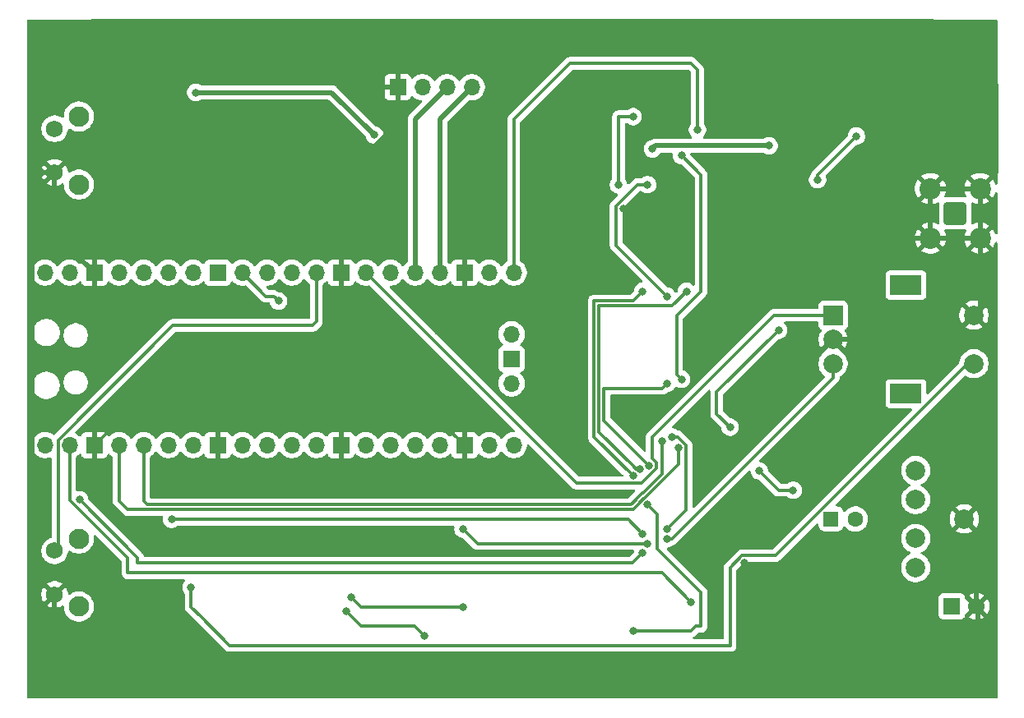
<source format=gbr>
G04 #@! TF.GenerationSoftware,KiCad,Pcbnew,9.0.6*
G04 #@! TF.CreationDate,2025-12-21T12:29:53+08:00*
G04 #@! TF.ProjectId,pico_rx,7069636f-5f72-4782-9e6b-696361645f70,rev?*
G04 #@! TF.SameCoordinates,Original*
G04 #@! TF.FileFunction,Copper,L2,Bot*
G04 #@! TF.FilePolarity,Positive*
%FSLAX46Y46*%
G04 Gerber Fmt 4.6, Leading zero omitted, Abs format (unit mm)*
G04 Created by KiCad (PCBNEW 9.0.6) date 2025-12-21 12:29:53*
%MOMM*%
%LPD*%
G01*
G04 APERTURE LIST*
G04 Aperture macros list*
%AMRoundRect*
0 Rectangle with rounded corners*
0 $1 Rounding radius*
0 $2 $3 $4 $5 $6 $7 $8 $9 X,Y pos of 4 corners*
0 Add a 4 corners polygon primitive as box body*
4,1,4,$2,$3,$4,$5,$6,$7,$8,$9,$2,$3,0*
0 Add four circle primitives for the rounded corners*
1,1,$1+$1,$2,$3*
1,1,$1+$1,$4,$5*
1,1,$1+$1,$6,$7*
1,1,$1+$1,$8,$9*
0 Add four rect primitives between the rounded corners*
20,1,$1+$1,$2,$3,$4,$5,0*
20,1,$1+$1,$4,$5,$6,$7,0*
20,1,$1+$1,$6,$7,$8,$9,0*
20,1,$1+$1,$8,$9,$2,$3,0*%
G04 Aperture macros list end*
G04 #@! TA.AperFunction,ComponentPad*
%ADD10C,2.000000*%
G04 #@! TD*
G04 #@! TA.AperFunction,ComponentPad*
%ADD11R,1.700000X1.700000*%
G04 #@! TD*
G04 #@! TA.AperFunction,ComponentPad*
%ADD12O,1.700000X1.700000*%
G04 #@! TD*
G04 #@! TA.AperFunction,ComponentPad*
%ADD13C,6.400000*%
G04 #@! TD*
G04 #@! TA.AperFunction,ComponentPad*
%ADD14C,2.100000*%
G04 #@! TD*
G04 #@! TA.AperFunction,ComponentPad*
%ADD15C,1.750000*%
G04 #@! TD*
G04 #@! TA.AperFunction,ComponentPad*
%ADD16RoundRect,0.200100X-0.949900X0.949900X-0.949900X-0.949900X0.949900X-0.949900X0.949900X0.949900X0*%
G04 #@! TD*
G04 #@! TA.AperFunction,ComponentPad*
%ADD17C,2.200000*%
G04 #@! TD*
G04 #@! TA.AperFunction,ComponentPad*
%ADD18RoundRect,0.250000X-0.550000X-0.550000X0.550000X-0.550000X0.550000X0.550000X-0.550000X0.550000X0*%
G04 #@! TD*
G04 #@! TA.AperFunction,ComponentPad*
%ADD19C,1.600000*%
G04 #@! TD*
G04 #@! TA.AperFunction,ComponentPad*
%ADD20R,2.000000X2.000000*%
G04 #@! TD*
G04 #@! TA.AperFunction,ComponentPad*
%ADD21R,3.200000X2.000000*%
G04 #@! TD*
G04 #@! TA.AperFunction,ComponentPad*
%ADD22C,1.700000*%
G04 #@! TD*
G04 #@! TA.AperFunction,ViaPad*
%ADD23C,0.800000*%
G04 #@! TD*
G04 #@! TA.AperFunction,Conductor*
%ADD24C,0.300000*%
G04 #@! TD*
G04 #@! TA.AperFunction,Conductor*
%ADD25C,0.500000*%
G04 #@! TD*
G04 APERTURE END LIST*
D10*
X174600000Y-130460000D03*
X169600000Y-135460000D03*
X169600000Y-132460000D03*
X169600000Y-125460000D03*
X169600000Y-128460000D03*
D11*
X116290000Y-85960000D03*
D12*
X118830000Y-85960000D03*
X121370000Y-85960000D03*
X123910000Y-85960000D03*
D13*
X174600000Y-82460000D03*
D14*
X83452500Y-95985000D03*
X83452500Y-88975000D03*
D15*
X80962500Y-94735000D03*
X80962500Y-90235000D03*
D12*
X79970000Y-122850000D03*
X82510000Y-122850000D03*
D11*
X85050000Y-122850000D03*
D12*
X87590000Y-122850000D03*
X90130000Y-122850000D03*
X92670000Y-122850000D03*
X95210000Y-122850000D03*
D11*
X97750000Y-122850000D03*
D12*
X100290000Y-122850000D03*
X102830000Y-122850000D03*
X105370000Y-122850000D03*
X107910000Y-122850000D03*
D11*
X110450000Y-122850000D03*
D12*
X112990000Y-122850000D03*
X115530000Y-122850000D03*
X118070000Y-122850000D03*
X120610000Y-122850000D03*
D11*
X123150000Y-122850000D03*
D12*
X125690000Y-122850000D03*
X128230000Y-122850000D03*
X128230000Y-105070000D03*
X125690000Y-105070000D03*
D11*
X123150000Y-105070000D03*
D12*
X120610000Y-105070000D03*
X118070000Y-105070000D03*
X115530000Y-105070000D03*
X112990000Y-105070000D03*
D11*
X110450000Y-105070000D03*
D12*
X107910000Y-105070000D03*
X105370000Y-105070000D03*
X102830000Y-105070000D03*
X100290000Y-105070000D03*
D11*
X97750000Y-105070000D03*
D12*
X95210000Y-105070000D03*
X92670000Y-105070000D03*
X90130000Y-105070000D03*
X87590000Y-105070000D03*
D11*
X85050000Y-105070000D03*
D12*
X82510000Y-105070000D03*
X79970000Y-105070000D03*
X128000000Y-116500000D03*
D11*
X128000000Y-113960000D03*
D12*
X128000000Y-111420000D03*
D16*
X173675000Y-98960000D03*
D17*
X176225000Y-96410000D03*
X171125000Y-96410000D03*
X176225000Y-101510000D03*
X171125000Y-101510000D03*
D14*
X83452500Y-139485000D03*
X83452500Y-132475000D03*
D15*
X80962500Y-138235000D03*
X80962500Y-133735000D03*
D18*
X160894888Y-130460000D03*
D19*
X163394888Y-130460000D03*
D13*
X81600000Y-82460000D03*
D20*
X161100000Y-109460000D03*
D10*
X161100000Y-114460000D03*
X161100000Y-111960000D03*
D21*
X168600000Y-106360000D03*
X168600000Y-117560000D03*
D10*
X175600000Y-114460000D03*
X175600000Y-109460000D03*
D11*
X173325000Y-139460000D03*
D22*
X175865000Y-139460000D03*
D13*
X174600000Y-145460000D03*
X81600000Y-145460000D03*
D23*
X101000000Y-146500000D03*
X105000000Y-146500000D03*
X108500000Y-146500000D03*
X112000000Y-146500000D03*
X115500000Y-146500000D03*
X119500000Y-146500000D03*
X176500000Y-122000000D03*
X173500000Y-122000000D03*
X170000000Y-122000000D03*
X165000000Y-122000000D03*
X161500000Y-122000000D03*
X163000000Y-105500000D03*
X159000000Y-105500000D03*
X159000000Y-103000000D03*
X163000000Y-103000000D03*
X167000000Y-103000000D03*
X167000000Y-99000000D03*
X176500000Y-93500000D03*
X176000000Y-88000000D03*
X168500000Y-82000000D03*
X163000000Y-82000000D03*
X157500000Y-82000000D03*
X150000000Y-82000000D03*
X133000000Y-87500000D03*
X137500000Y-85500000D03*
X135000000Y-85500000D03*
X131000000Y-94000000D03*
X133500000Y-94000000D03*
X136500000Y-94000000D03*
X149500000Y-108000000D03*
X152000000Y-110000000D03*
X150000000Y-111500000D03*
X133000000Y-118000000D03*
X133000000Y-114500000D03*
X133000000Y-110500000D03*
X133000000Y-106500000D03*
X133000000Y-103000000D03*
X133000000Y-99000000D03*
X123000000Y-110500000D03*
X125500000Y-109000000D03*
X120500000Y-109000000D03*
X123500000Y-107500000D03*
X118000000Y-107500000D03*
X113500000Y-116000000D03*
X106500000Y-116000000D03*
X113500000Y-112000000D03*
X106500000Y-112000000D03*
X125500000Y-120000000D03*
X119000000Y-120000000D03*
X113000000Y-120000000D03*
X106500000Y-120000000D03*
X100000000Y-120000000D03*
X93500000Y-120000000D03*
X86500000Y-120000000D03*
X80000000Y-120000000D03*
X97000000Y-107500000D03*
X92500000Y-107500000D03*
X88000000Y-107500000D03*
X84000000Y-107500000D03*
X80000000Y-107500000D03*
X99500000Y-115000000D03*
X96500000Y-115000000D03*
X93500000Y-115000000D03*
X99500000Y-112500000D03*
X96500000Y-112500000D03*
X93500000Y-112500000D03*
X92000000Y-146000000D03*
X89500000Y-146000000D03*
X87000000Y-146000000D03*
X92000000Y-143000000D03*
X89500000Y-143000000D03*
X87000000Y-143000000D03*
X92000000Y-139500000D03*
X89500000Y-139500000D03*
X87000000Y-139500000D03*
X153500000Y-128000000D03*
X149000000Y-131000000D03*
X153500000Y-131000000D03*
X155500000Y-139500000D03*
X161000000Y-139500000D03*
X167000000Y-139500000D03*
X167000000Y-147000000D03*
X161000000Y-147000000D03*
X155500000Y-147000000D03*
X167000000Y-143000000D03*
X161000000Y-143000000D03*
X155500000Y-143000000D03*
X147134591Y-90365409D03*
X150500000Y-121000000D03*
X155500000Y-111000000D03*
X153500000Y-125500000D03*
X157000000Y-127500000D03*
X123000000Y-131500000D03*
X144000000Y-132500000D03*
X142000000Y-133000000D03*
X95000000Y-137500000D03*
X144000000Y-131500000D03*
X141500000Y-132000000D03*
X93000000Y-130500000D03*
X144500000Y-122000000D03*
X143500000Y-122400000D03*
X145191459Y-123150000D03*
X145500000Y-93000000D03*
X145495794Y-116060000D03*
X142145156Y-124946379D03*
X144000000Y-116500000D03*
X146000000Y-107000000D03*
X141207108Y-125292892D03*
X141500000Y-107000000D03*
X140500000Y-126000000D03*
X152500000Y-100000000D03*
X159500000Y-95500000D03*
X163500000Y-91000000D03*
X140500000Y-89000000D03*
X139000000Y-96000000D03*
X144000000Y-107500000D03*
X142000000Y-96000000D03*
X145500000Y-96000000D03*
X139500000Y-98500000D03*
X144500000Y-98500000D03*
X142500000Y-92325000D03*
X154500000Y-92000000D03*
X140500000Y-142000000D03*
X142000000Y-129000000D03*
X83530331Y-128469669D03*
X141489094Y-133933488D03*
X146500000Y-139000000D03*
X152000000Y-135000000D03*
X131000000Y-145000000D03*
X104000000Y-108000000D03*
X111500000Y-138500000D03*
X123000000Y-139500000D03*
X111000000Y-140000000D03*
X119000000Y-142500000D03*
X113898959Y-90898959D03*
X95500000Y-86500000D03*
D24*
X147134591Y-90365409D02*
X147134591Y-84134591D01*
X147134591Y-84134591D02*
X146500000Y-83500000D01*
X146500000Y-83500000D02*
X134000000Y-83500000D01*
X134000000Y-83500000D02*
X128230000Y-89270000D01*
X128230000Y-89270000D02*
X128230000Y-105070000D01*
X155500000Y-127500000D02*
X153500000Y-125500000D01*
X157000000Y-127500000D02*
X155500000Y-127500000D01*
X149104260Y-117395740D02*
X155500000Y-111000000D01*
X150500000Y-121000000D02*
X149104260Y-119604260D01*
X149104260Y-119604260D02*
X149104260Y-117395740D01*
X142000000Y-133000000D02*
X124500000Y-133000000D01*
X124500000Y-133000000D02*
X123000000Y-131500000D01*
X161100000Y-114460000D02*
X161100000Y-115900000D01*
X161100000Y-115900000D02*
X144500000Y-132500000D01*
X144500000Y-132500000D02*
X144000000Y-132500000D01*
X112990000Y-105070000D02*
X134671000Y-126751000D01*
X134671000Y-126751000D02*
X141402610Y-126751000D01*
X141402610Y-126751000D02*
X142896156Y-125257454D01*
X142456231Y-124195379D02*
X142456231Y-122043769D01*
X142896156Y-125257454D02*
X142896156Y-124635304D01*
X142896156Y-124635304D02*
X142456231Y-124195379D01*
X142456231Y-122043769D02*
X155040000Y-109460000D01*
X155040000Y-109460000D02*
X161100000Y-109460000D01*
X110450000Y-105070000D02*
X110450000Y-115050000D01*
X110450000Y-115050000D02*
X108000000Y-117500000D01*
X90400000Y-117500000D02*
X94500000Y-117500000D01*
X97750000Y-122850000D02*
X97750000Y-120750000D01*
X97750000Y-120750000D02*
X94500000Y-117500000D01*
X123150000Y-122850000D02*
X117800000Y-117500000D01*
X117800000Y-117500000D02*
X108000000Y-117500000D01*
X85050000Y-122850000D02*
X90400000Y-117500000D01*
X94500000Y-117500000D02*
X108000000Y-117500000D01*
X108000000Y-117500000D02*
X110450000Y-119950000D01*
X110450000Y-119950000D02*
X110450000Y-122850000D01*
X151688925Y-134249000D02*
X150500000Y-135437925D01*
X99000000Y-143500000D02*
X96000000Y-140500000D01*
X150500000Y-135437925D02*
X150500000Y-143500000D01*
X175600000Y-114460000D02*
X174938018Y-114460000D01*
X174938018Y-114460000D02*
X155149018Y-134249000D01*
X150500000Y-143500000D02*
X99000000Y-143500000D01*
X155149018Y-134249000D02*
X151688925Y-134249000D01*
X96000000Y-140500000D02*
X95000000Y-139500000D01*
X95000000Y-139500000D02*
X95000000Y-137500000D01*
X145942459Y-122838925D02*
X145942459Y-129557541D01*
X145103534Y-122000000D02*
X145942459Y-122838925D01*
X144500000Y-122000000D02*
X145103534Y-122000000D01*
X145942459Y-129557541D02*
X144000000Y-131500000D01*
X141500000Y-132000000D02*
X140000000Y-130500000D01*
X140000000Y-130500000D02*
X93000000Y-130500000D01*
X143500000Y-122400000D02*
X143500000Y-125791480D01*
X143500000Y-125791480D02*
X141543480Y-127748000D01*
X141543480Y-127748000D02*
X141481404Y-127748000D01*
X140292480Y-128999000D02*
X90499000Y-128999000D01*
X90499000Y-128999000D02*
X90130000Y-128630000D01*
X141481404Y-127748000D02*
X140748000Y-128481405D01*
X90130000Y-128630000D02*
X90130000Y-122850000D01*
X140748000Y-128481405D02*
X140748000Y-128543480D01*
X140748000Y-128543480D02*
X140292480Y-128999000D01*
X141249000Y-128688925D02*
X141249000Y-128751000D01*
X141688925Y-128249000D02*
X141249000Y-128688925D01*
X141751000Y-128249000D02*
X141688925Y-128249000D01*
X145191459Y-124808541D02*
X141751000Y-128249000D01*
X141249000Y-128751000D02*
X140500000Y-129500000D01*
X145191459Y-123150000D02*
X145191459Y-124808541D01*
X87590000Y-128590000D02*
X87590000Y-122850000D01*
X140500000Y-129500000D02*
X88500000Y-129500000D01*
X88500000Y-129500000D02*
X87590000Y-128590000D01*
X147500000Y-107000000D02*
X147500000Y-95000000D01*
X145000000Y-115564206D02*
X145000000Y-109500000D01*
X145000000Y-109500000D02*
X147500000Y-107000000D01*
X145495794Y-116060000D02*
X145000000Y-115564206D01*
X147500000Y-95000000D02*
X145500000Y-93000000D01*
X137500000Y-120301223D02*
X142145156Y-124946379D01*
X137500000Y-117000000D02*
X137500000Y-120301223D01*
X143500000Y-117000000D02*
X137500000Y-117000000D01*
X144000000Y-116500000D02*
X143500000Y-117000000D01*
X137000000Y-121500000D02*
X140500000Y-125000000D01*
X137000000Y-108500000D02*
X137000000Y-121500000D01*
X146000000Y-107000000D02*
X144500000Y-108500000D01*
X144500000Y-108500000D02*
X137000000Y-108500000D01*
X140500000Y-125000000D02*
X140792892Y-125292892D01*
X140792892Y-125292892D02*
X141207108Y-125292892D01*
X136500000Y-122000000D02*
X140500000Y-126000000D01*
X136500000Y-108000000D02*
X136500000Y-122000000D01*
X141500000Y-107000000D02*
X140500000Y-108000000D01*
X140500000Y-108000000D02*
X136500000Y-108000000D01*
D25*
X152500000Y-100000000D02*
X154010000Y-101510000D01*
X154010000Y-101510000D02*
X171125000Y-101510000D01*
D24*
X163500000Y-91000000D02*
X159500000Y-95000000D01*
X159500000Y-95000000D02*
X159500000Y-95500000D01*
X139000000Y-89000000D02*
X140500000Y-89000000D01*
X139000000Y-96000000D02*
X139000000Y-89000000D01*
X138749000Y-102249000D02*
X144000000Y-107500000D01*
X140937925Y-96000000D02*
X138749000Y-98188925D01*
X142000000Y-96000000D02*
X140937925Y-96000000D01*
X138749000Y-98188925D02*
X138749000Y-102249000D01*
D25*
X144500000Y-97000000D02*
X145500000Y-96000000D01*
X144500000Y-98500000D02*
X144500000Y-97000000D01*
X139500000Y-98500000D02*
X144500000Y-98500000D01*
X142825000Y-92000000D02*
X142500000Y-92325000D01*
X154500000Y-92000000D02*
X142825000Y-92000000D01*
D24*
X140500000Y-142000000D02*
X146500000Y-142000000D01*
X146500000Y-142000000D02*
X147000000Y-141500000D01*
X147000000Y-141500000D02*
X147500000Y-141500000D01*
X147500000Y-141500000D02*
X147500000Y-138000000D01*
X147500000Y-138000000D02*
X143000000Y-133500000D01*
X143000000Y-133500000D02*
X143000000Y-130000000D01*
X143000000Y-130000000D02*
X142000000Y-129000000D01*
X141489094Y-133933488D02*
X140422582Y-135000000D01*
X140422582Y-135000000D02*
X89500000Y-135000000D01*
X89500000Y-135000000D02*
X89500000Y-134439338D01*
X89500000Y-134439338D02*
X83530331Y-128469669D01*
X80962500Y-133735000D02*
X81309000Y-133388500D01*
X81309000Y-133388500D02*
X81309000Y-122352529D01*
X81309000Y-122352529D02*
X93161529Y-110500000D01*
X107910000Y-110090000D02*
X107910000Y-105070000D01*
X93161529Y-110500000D02*
X107500000Y-110500000D01*
X107500000Y-110500000D02*
X107910000Y-110090000D01*
X146500000Y-139000000D02*
X143500000Y-136000000D01*
X82510000Y-128490000D02*
X82510000Y-122850000D01*
X143500000Y-136000000D02*
X88500000Y-136000000D01*
X88500000Y-136000000D02*
X88500000Y-134501413D01*
X88500000Y-134501413D02*
X82779331Y-128780744D01*
X82779331Y-128780744D02*
X82779331Y-128779331D01*
X82779331Y-128779331D02*
X82500000Y-128500000D01*
X82500000Y-128500000D02*
X82510000Y-128490000D01*
D25*
X152000000Y-148709000D02*
X129500000Y-148709000D01*
X152000000Y-135000000D02*
X152000000Y-148709000D01*
X171351000Y-148709000D02*
X152000000Y-148709000D01*
D24*
X129500000Y-146500000D02*
X129500000Y-148709000D01*
X131000000Y-145000000D02*
X129500000Y-146500000D01*
X103500000Y-107500000D02*
X102720000Y-107500000D01*
X104000000Y-108000000D02*
X103500000Y-107500000D01*
X102720000Y-107500000D02*
X100290000Y-105070000D01*
X112500000Y-139500000D02*
X111500000Y-138500000D01*
X123000000Y-139500000D02*
X112500000Y-139500000D01*
X119000000Y-142500000D02*
X118000000Y-141500000D01*
X118000000Y-141500000D02*
X112500000Y-141500000D01*
X112500000Y-141500000D02*
X111000000Y-140000000D01*
D25*
X95500000Y-86500000D02*
X109500000Y-86500000D01*
X109500000Y-86500000D02*
X113898959Y-90898959D01*
X116290000Y-85960000D02*
X116290000Y-89710000D01*
X116290000Y-89710000D02*
X110450000Y-95550000D01*
X110450000Y-95550000D02*
X110450000Y-105070000D01*
X121370000Y-85960000D02*
X118070000Y-89260000D01*
X118070000Y-89260000D02*
X118070000Y-105070000D01*
X123910000Y-85960000D02*
X120610000Y-89260000D01*
X120610000Y-89260000D02*
X120610000Y-105070000D01*
X161100000Y-111960000D02*
X173100000Y-111960000D01*
X173100000Y-111960000D02*
X175600000Y-109460000D01*
X171125000Y-96410000D02*
X171125000Y-101510000D01*
X81600000Y-145460000D02*
X78669000Y-142529000D01*
X78669000Y-142529000D02*
X78669000Y-95831000D01*
X78669000Y-95831000D02*
X79765000Y-94735000D01*
X79765000Y-94735000D02*
X80962500Y-94735000D01*
X81600000Y-82460000D02*
X78500000Y-85560000D01*
X78500000Y-85560000D02*
X78500000Y-93500000D01*
X78500000Y-93500000D02*
X79000000Y-94000000D01*
X81600000Y-145460000D02*
X81600000Y-144600000D01*
X81600000Y-144600000D02*
X80962500Y-143962500D01*
X80962500Y-143962500D02*
X80962500Y-138235000D01*
X174600000Y-145460000D02*
X171351000Y-148709000D01*
X129500000Y-148709000D02*
X84849000Y-148709000D01*
X84849000Y-148709000D02*
X81600000Y-145460000D01*
X174600000Y-130460000D02*
X177500000Y-127560000D01*
X177500000Y-127560000D02*
X177500000Y-111360000D01*
X177500000Y-111360000D02*
X175600000Y-109460000D01*
X174600000Y-130460000D02*
X175865000Y-131725000D01*
X175865000Y-131725000D02*
X175865000Y-139460000D01*
X174600000Y-145460000D02*
X176000000Y-144060000D01*
X176000000Y-144060000D02*
X176000000Y-139595000D01*
X176000000Y-139595000D02*
X175865000Y-139460000D01*
X176225000Y-101510000D02*
X176225000Y-108835000D01*
X176225000Y-108835000D02*
X175600000Y-109460000D01*
X176225000Y-96410000D02*
X171125000Y-96410000D01*
X171125000Y-101510000D02*
X176225000Y-101510000D01*
X176225000Y-96410000D02*
X176225000Y-101510000D01*
X174600000Y-82460000D02*
X177849000Y-85709000D01*
X177849000Y-85709000D02*
X177849000Y-94786000D01*
X177849000Y-94786000D02*
X176225000Y-96410000D01*
X81600000Y-82460000D02*
X84849000Y-79211000D01*
X84849000Y-79211000D02*
X171351000Y-79211000D01*
X171351000Y-79211000D02*
X174600000Y-82460000D01*
X79000000Y-94000000D02*
X79735000Y-94735000D01*
X79735000Y-94735000D02*
X80962500Y-94735000D01*
X85050000Y-105070000D02*
X80962500Y-100982500D01*
X80962500Y-100982500D02*
X80962500Y-94735000D01*
G04 #@! TA.AperFunction,Conductor*
G36*
X85300000Y-124200000D02*
G01*
X85947828Y-124200000D01*
X85947844Y-124199999D01*
X86007372Y-124193598D01*
X86007379Y-124193596D01*
X86142086Y-124143354D01*
X86142093Y-124143350D01*
X86257187Y-124057190D01*
X86257190Y-124057187D01*
X86343350Y-123942093D01*
X86343354Y-123942086D01*
X86392422Y-123810529D01*
X86434293Y-123754595D01*
X86499757Y-123730178D01*
X86568030Y-123745030D01*
X86596285Y-123766181D01*
X86710208Y-123880104D01*
X86882184Y-124005051D01*
X86882188Y-124005053D01*
X86886126Y-124007914D01*
X86885146Y-124009262D01*
X86927160Y-124055690D01*
X86939500Y-124109617D01*
X86939500Y-128654069D01*
X86956063Y-128737334D01*
X86964499Y-128779744D01*
X87013535Y-128898127D01*
X87022341Y-128911306D01*
X87084726Y-129004673D01*
X88085327Y-130005274D01*
X88085330Y-130005276D01*
X88171447Y-130062817D01*
X88171448Y-130062818D01*
X88171447Y-130062818D01*
X88191871Y-130076464D01*
X88191872Y-130076464D01*
X88191873Y-130076465D01*
X88310256Y-130125501D01*
X88310260Y-130125501D01*
X88310261Y-130125502D01*
X88435928Y-130150500D01*
X88435931Y-130150500D01*
X92000284Y-130150500D01*
X92067323Y-130170185D01*
X92113078Y-130222989D01*
X92123022Y-130292147D01*
X92121901Y-130298692D01*
X92099500Y-130411306D01*
X92099500Y-130588695D01*
X92134103Y-130762658D01*
X92134106Y-130762667D01*
X92201983Y-130926540D01*
X92201990Y-130926553D01*
X92300535Y-131074034D01*
X92300538Y-131074038D01*
X92425961Y-131199461D01*
X92425965Y-131199464D01*
X92573446Y-131298009D01*
X92573459Y-131298016D01*
X92649062Y-131329331D01*
X92737334Y-131365894D01*
X92737336Y-131365894D01*
X92737341Y-131365896D01*
X92911304Y-131400499D01*
X92911307Y-131400500D01*
X92911309Y-131400500D01*
X93088693Y-131400500D01*
X93088694Y-131400499D01*
X93146682Y-131388964D01*
X93262658Y-131365896D01*
X93262661Y-131365894D01*
X93262666Y-131365894D01*
X93426547Y-131298013D01*
X93574035Y-131199464D01*
X93574038Y-131199461D01*
X93586681Y-131186819D01*
X93648004Y-131153334D01*
X93674362Y-131150500D01*
X122000284Y-131150500D01*
X122067323Y-131170185D01*
X122113078Y-131222989D01*
X122123022Y-131292147D01*
X122121901Y-131298692D01*
X122099500Y-131411306D01*
X122099500Y-131588695D01*
X122134103Y-131762658D01*
X122134106Y-131762667D01*
X122201983Y-131926540D01*
X122201990Y-131926553D01*
X122300535Y-132074034D01*
X122300538Y-132074038D01*
X122425961Y-132199461D01*
X122425965Y-132199464D01*
X122573446Y-132298009D01*
X122573459Y-132298016D01*
X122679426Y-132341908D01*
X122737334Y-132365894D01*
X122737336Y-132365894D01*
X122737341Y-132365896D01*
X122911304Y-132400499D01*
X122911307Y-132400500D01*
X122911309Y-132400500D01*
X122929192Y-132400500D01*
X122996231Y-132420185D01*
X123016873Y-132436819D01*
X124085324Y-133505271D01*
X124085327Y-133505274D01*
X124085330Y-133505276D01*
X124173321Y-133564069D01*
X124191873Y-133576465D01*
X124310256Y-133625501D01*
X124310260Y-133625501D01*
X124310261Y-133625502D01*
X124435928Y-133650500D01*
X124435931Y-133650500D01*
X140476147Y-133650500D01*
X140492523Y-133655308D01*
X140509589Y-133655095D01*
X140525351Y-133664948D01*
X140543186Y-133670185D01*
X140554361Y-133683081D01*
X140568836Y-133692130D01*
X140576770Y-133708943D01*
X140588941Y-133722989D01*
X140591528Y-133740216D01*
X140598654Y-133755317D01*
X140598070Y-133783780D01*
X140599096Y-133790608D01*
X140598561Y-133794686D01*
X140588594Y-133844797D01*
X140588594Y-133870766D01*
X140587543Y-133878788D01*
X140576564Y-133903648D01*
X140568909Y-133929719D01*
X140560373Y-133940311D01*
X140559317Y-133942703D01*
X140557455Y-133943932D01*
X140552275Y-133950361D01*
X140189455Y-134313181D01*
X140128132Y-134346666D01*
X140101774Y-134349500D01*
X90247138Y-134349500D01*
X90180099Y-134329815D01*
X90134344Y-134277011D01*
X90127362Y-134255397D01*
X90127270Y-134255426D01*
X90125691Y-134250223D01*
X90125521Y-134249695D01*
X90125501Y-134249595D01*
X90125501Y-134249594D01*
X90076465Y-134131211D01*
X90071133Y-134123231D01*
X90035186Y-134069432D01*
X90005278Y-134024670D01*
X90005272Y-134024663D01*
X84467150Y-128486541D01*
X84433665Y-128425218D01*
X84430831Y-128398860D01*
X84430831Y-128380975D01*
X84430830Y-128380973D01*
X84396227Y-128207010D01*
X84396224Y-128207001D01*
X84328347Y-128043128D01*
X84328340Y-128043115D01*
X84229795Y-127895634D01*
X84229792Y-127895630D01*
X84104369Y-127770207D01*
X84104365Y-127770204D01*
X83956884Y-127671659D01*
X83956871Y-127671652D01*
X83792998Y-127603775D01*
X83792989Y-127603772D01*
X83619025Y-127569169D01*
X83619022Y-127569169D01*
X83441640Y-127569169D01*
X83441635Y-127569169D01*
X83308691Y-127595613D01*
X83239099Y-127589386D01*
X83183922Y-127546522D01*
X83160678Y-127480633D01*
X83160500Y-127473996D01*
X83160500Y-124109617D01*
X83180185Y-124042578D01*
X83214592Y-124008902D01*
X83213874Y-124007914D01*
X83217811Y-124005053D01*
X83217816Y-124005051D01*
X83389792Y-123880104D01*
X83503717Y-123766178D01*
X83565036Y-123732696D01*
X83634728Y-123737680D01*
X83690662Y-123779551D01*
X83707577Y-123810528D01*
X83756646Y-123942088D01*
X83756649Y-123942093D01*
X83842809Y-124057187D01*
X83842812Y-124057190D01*
X83957906Y-124143350D01*
X83957913Y-124143354D01*
X84092620Y-124193596D01*
X84092627Y-124193598D01*
X84152155Y-124199999D01*
X84152172Y-124200000D01*
X84800000Y-124200000D01*
X84800000Y-123294560D01*
X84853147Y-123325245D01*
X84982857Y-123360000D01*
X85117143Y-123360000D01*
X85246853Y-123325245D01*
X85300000Y-123294560D01*
X85300000Y-124200000D01*
G37*
G04 #@! TD.AperFunction*
G04 #@! TA.AperFunction,Conductor*
G36*
X159542540Y-110130185D02*
G01*
X159588295Y-110182989D01*
X159599501Y-110234500D01*
X159599501Y-110507876D01*
X159605908Y-110567483D01*
X159656202Y-110702328D01*
X159656206Y-110702335D01*
X159742452Y-110817544D01*
X159742453Y-110817544D01*
X159742454Y-110817546D01*
X159785943Y-110850102D01*
X159860599Y-110905990D01*
X159902469Y-110961924D01*
X159907453Y-111031615D01*
X159886605Y-111078141D01*
X159817087Y-111173824D01*
X159709897Y-111384197D01*
X159636934Y-111608752D01*
X159600000Y-111841947D01*
X159600000Y-112078052D01*
X159636934Y-112311247D01*
X159709897Y-112535802D01*
X159817087Y-112746174D01*
X159877338Y-112829104D01*
X159877340Y-112829105D01*
X160617037Y-112089408D01*
X160634075Y-112152993D01*
X160699901Y-112267007D01*
X160792993Y-112360099D01*
X160907007Y-112425925D01*
X160970590Y-112442962D01*
X160224280Y-113189271D01*
X160215105Y-113232947D01*
X160178739Y-113274615D01*
X160122490Y-113315482D01*
X159955485Y-113482487D01*
X159955485Y-113482488D01*
X159955483Y-113482490D01*
X159895862Y-113564550D01*
X159816657Y-113673566D01*
X159709433Y-113884003D01*
X159636446Y-114108631D01*
X159599500Y-114341902D01*
X159599500Y-114578097D01*
X159636446Y-114811368D01*
X159709433Y-115035996D01*
X159789994Y-115194104D01*
X159816657Y-115246433D01*
X159955483Y-115437510D01*
X160122490Y-115604517D01*
X160209515Y-115667745D01*
X160252180Y-115723074D01*
X160258159Y-115792688D01*
X160225553Y-115854482D01*
X160224310Y-115855743D01*
X146804640Y-129275414D01*
X146743317Y-129308899D01*
X146673625Y-129303915D01*
X146617692Y-129262043D01*
X146593275Y-129196579D01*
X146592959Y-129187733D01*
X146592959Y-122774853D01*
X146567961Y-122649186D01*
X146567960Y-122649185D01*
X146567960Y-122649181D01*
X146518924Y-122530798D01*
X146501871Y-122505276D01*
X146447736Y-122424256D01*
X146447734Y-122424253D01*
X145518207Y-121494726D01*
X145518203Y-121494723D01*
X145411661Y-121423535D01*
X145293278Y-121374499D01*
X145293272Y-121374497D01*
X145167598Y-121349498D01*
X145162274Y-121348974D01*
X145097488Y-121322810D01*
X145086753Y-121313253D01*
X145074038Y-121300538D01*
X145074034Y-121300535D01*
X144926553Y-121201990D01*
X144926540Y-121201983D01*
X144762667Y-121134106D01*
X144762658Y-121134103D01*
X144592479Y-121100253D01*
X144530568Y-121067868D01*
X144495994Y-121007152D01*
X144499733Y-120937383D01*
X144528987Y-120890957D01*
X148255467Y-117164477D01*
X148316788Y-117130994D01*
X148386480Y-117135978D01*
X148442413Y-117177850D01*
X148466830Y-117243314D01*
X148464763Y-117276351D01*
X148453760Y-117331666D01*
X148453760Y-119668329D01*
X148464985Y-119724757D01*
X148464985Y-119724759D01*
X148478757Y-119793996D01*
X148478759Y-119794004D01*
X148527794Y-119912385D01*
X148598986Y-120018933D01*
X148598987Y-120018934D01*
X149563181Y-120983127D01*
X149596666Y-121044450D01*
X149599500Y-121070808D01*
X149599500Y-121088695D01*
X149634103Y-121262658D01*
X149634106Y-121262667D01*
X149701983Y-121426540D01*
X149701990Y-121426553D01*
X149800535Y-121574034D01*
X149800538Y-121574038D01*
X149925961Y-121699461D01*
X149925965Y-121699464D01*
X150073446Y-121798009D01*
X150073459Y-121798016D01*
X150196363Y-121848923D01*
X150237334Y-121865894D01*
X150237336Y-121865894D01*
X150237341Y-121865896D01*
X150411304Y-121900499D01*
X150411307Y-121900500D01*
X150411309Y-121900500D01*
X150588693Y-121900500D01*
X150588694Y-121900499D01*
X150646682Y-121888964D01*
X150762658Y-121865896D01*
X150762661Y-121865894D01*
X150762666Y-121865894D01*
X150926547Y-121798013D01*
X151074035Y-121699464D01*
X151199464Y-121574035D01*
X151298013Y-121426547D01*
X151365894Y-121262666D01*
X151400500Y-121088691D01*
X151400500Y-120911309D01*
X151400500Y-120911306D01*
X151400499Y-120911304D01*
X151365896Y-120737341D01*
X151365893Y-120737332D01*
X151298016Y-120573459D01*
X151298009Y-120573446D01*
X151199464Y-120425965D01*
X151199461Y-120425961D01*
X151074038Y-120300538D01*
X151074034Y-120300535D01*
X150926553Y-120201990D01*
X150926540Y-120201983D01*
X150762667Y-120134106D01*
X150762658Y-120134103D01*
X150588694Y-120099500D01*
X150588691Y-120099500D01*
X150570808Y-120099500D01*
X150503769Y-120079815D01*
X150483127Y-120063181D01*
X149791079Y-119371133D01*
X149757594Y-119309810D01*
X149754760Y-119283452D01*
X149754760Y-117716548D01*
X149774445Y-117649509D01*
X149791079Y-117628867D01*
X155483127Y-111936819D01*
X155544450Y-111903334D01*
X155570808Y-111900500D01*
X155588693Y-111900500D01*
X155588694Y-111900499D01*
X155646682Y-111888964D01*
X155762658Y-111865896D01*
X155762661Y-111865894D01*
X155762666Y-111865894D01*
X155926547Y-111798013D01*
X156074035Y-111699464D01*
X156199464Y-111574035D01*
X156298013Y-111426547D01*
X156365894Y-111262666D01*
X156369971Y-111242173D01*
X156393322Y-111124778D01*
X156400500Y-111088691D01*
X156400500Y-110911309D01*
X156400500Y-110911306D01*
X156400499Y-110911304D01*
X156365896Y-110737341D01*
X156365893Y-110737332D01*
X156298016Y-110573459D01*
X156298009Y-110573446D01*
X156199464Y-110425965D01*
X156199461Y-110425961D01*
X156095681Y-110322181D01*
X156062196Y-110260858D01*
X156067180Y-110191166D01*
X156109052Y-110135233D01*
X156174516Y-110110816D01*
X156183362Y-110110500D01*
X159475501Y-110110500D01*
X159542540Y-110130185D01*
G37*
G04 #@! TD.AperFunction*
G04 #@! TA.AperFunction,Conductor*
G36*
X129785703Y-122786095D02*
G01*
X129792181Y-122792127D01*
X134256324Y-127256271D01*
X134256331Y-127256277D01*
X134362871Y-127327464D01*
X134362870Y-127327464D01*
X134397544Y-127341826D01*
X134481256Y-127376501D01*
X134481260Y-127376501D01*
X134481261Y-127376502D01*
X134606928Y-127401500D01*
X134606931Y-127401500D01*
X140608596Y-127401500D01*
X140675635Y-127421185D01*
X140721390Y-127473989D01*
X140731334Y-127543147D01*
X140702309Y-127606703D01*
X140696277Y-127613181D01*
X140242720Y-128066738D01*
X140203678Y-128125172D01*
X140203673Y-128125179D01*
X140201248Y-128128810D01*
X140171535Y-128173278D01*
X140159092Y-128203314D01*
X140155221Y-128210101D01*
X140148222Y-128216842D01*
X140135201Y-128236330D01*
X140059353Y-128312180D01*
X139998031Y-128345666D01*
X139971671Y-128348500D01*
X90904500Y-128348500D01*
X90837461Y-128328815D01*
X90791706Y-128276011D01*
X90780500Y-128224500D01*
X90780500Y-124109617D01*
X90800185Y-124042578D01*
X90834592Y-124008902D01*
X90833874Y-124007914D01*
X90837811Y-124005053D01*
X90837816Y-124005051D01*
X91009792Y-123880104D01*
X91160104Y-123729792D01*
X91160106Y-123729788D01*
X91160109Y-123729786D01*
X91285048Y-123557820D01*
X91285047Y-123557820D01*
X91285051Y-123557816D01*
X91289514Y-123549054D01*
X91337488Y-123498259D01*
X91405308Y-123481463D01*
X91471444Y-123503999D01*
X91510486Y-123549056D01*
X91514951Y-123557820D01*
X91639890Y-123729786D01*
X91790213Y-123880109D01*
X91962179Y-124005048D01*
X91962181Y-124005049D01*
X91962184Y-124005051D01*
X92151588Y-124101557D01*
X92353757Y-124167246D01*
X92563713Y-124200500D01*
X92563714Y-124200500D01*
X92776286Y-124200500D01*
X92776287Y-124200500D01*
X92986243Y-124167246D01*
X93188412Y-124101557D01*
X93377816Y-124005051D01*
X93464478Y-123942088D01*
X93549786Y-123880109D01*
X93549788Y-123880106D01*
X93549792Y-123880104D01*
X93700104Y-123729792D01*
X93700106Y-123729788D01*
X93700109Y-123729786D01*
X93825048Y-123557820D01*
X93825047Y-123557820D01*
X93825051Y-123557816D01*
X93829514Y-123549054D01*
X93877488Y-123498259D01*
X93945308Y-123481463D01*
X94011444Y-123503999D01*
X94050486Y-123549056D01*
X94054951Y-123557820D01*
X94179890Y-123729786D01*
X94330213Y-123880109D01*
X94502179Y-124005048D01*
X94502181Y-124005049D01*
X94502184Y-124005051D01*
X94691588Y-124101557D01*
X94893757Y-124167246D01*
X95103713Y-124200500D01*
X95103714Y-124200500D01*
X95316286Y-124200500D01*
X95316287Y-124200500D01*
X95526243Y-124167246D01*
X95728412Y-124101557D01*
X95917816Y-124005051D01*
X96004478Y-123942088D01*
X96089784Y-123880110D01*
X96089784Y-123880109D01*
X96089792Y-123880104D01*
X96203717Y-123766178D01*
X96265036Y-123732696D01*
X96334728Y-123737680D01*
X96390662Y-123779551D01*
X96407577Y-123810528D01*
X96456646Y-123942088D01*
X96456649Y-123942093D01*
X96542809Y-124057187D01*
X96542812Y-124057190D01*
X96657906Y-124143350D01*
X96657913Y-124143354D01*
X96792620Y-124193596D01*
X96792627Y-124193598D01*
X96852155Y-124199999D01*
X96852172Y-124200000D01*
X97500000Y-124200000D01*
X97500000Y-123294560D01*
X97553147Y-123325245D01*
X97682857Y-123360000D01*
X97817143Y-123360000D01*
X97946853Y-123325245D01*
X98000000Y-123294560D01*
X98000000Y-124200000D01*
X98647828Y-124200000D01*
X98647844Y-124199999D01*
X98707372Y-124193598D01*
X98707379Y-124193596D01*
X98842086Y-124143354D01*
X98842093Y-124143350D01*
X98957187Y-124057190D01*
X98957190Y-124057187D01*
X99043350Y-123942093D01*
X99043354Y-123942086D01*
X99092422Y-123810529D01*
X99134293Y-123754595D01*
X99199757Y-123730178D01*
X99268030Y-123745030D01*
X99296285Y-123766181D01*
X99410213Y-123880109D01*
X99582179Y-124005048D01*
X99582181Y-124005049D01*
X99582184Y-124005051D01*
X99771588Y-124101557D01*
X99973757Y-124167246D01*
X100183713Y-124200500D01*
X100183714Y-124200500D01*
X100396286Y-124200500D01*
X100396287Y-124200500D01*
X100606243Y-124167246D01*
X100808412Y-124101557D01*
X100997816Y-124005051D01*
X101084478Y-123942088D01*
X101169786Y-123880109D01*
X101169788Y-123880106D01*
X101169792Y-123880104D01*
X101320104Y-123729792D01*
X101320106Y-123729788D01*
X101320109Y-123729786D01*
X101445048Y-123557820D01*
X101445047Y-123557820D01*
X101445051Y-123557816D01*
X101449514Y-123549054D01*
X101497488Y-123498259D01*
X101565308Y-123481463D01*
X101631444Y-123503999D01*
X101670486Y-123549056D01*
X101674951Y-123557820D01*
X101799890Y-123729786D01*
X101950213Y-123880109D01*
X102122179Y-124005048D01*
X102122181Y-124005049D01*
X102122184Y-124005051D01*
X102311588Y-124101557D01*
X102513757Y-124167246D01*
X102723713Y-124200500D01*
X102723714Y-124200500D01*
X102936286Y-124200500D01*
X102936287Y-124200500D01*
X103146243Y-124167246D01*
X103348412Y-124101557D01*
X103537816Y-124005051D01*
X103624478Y-123942088D01*
X103709786Y-123880109D01*
X103709788Y-123880106D01*
X103709792Y-123880104D01*
X103860104Y-123729792D01*
X103860106Y-123729788D01*
X103860109Y-123729786D01*
X103985048Y-123557820D01*
X103985047Y-123557820D01*
X103985051Y-123557816D01*
X103989514Y-123549054D01*
X104037488Y-123498259D01*
X104105308Y-123481463D01*
X104171444Y-123503999D01*
X104210486Y-123549056D01*
X104214951Y-123557820D01*
X104339890Y-123729786D01*
X104490213Y-123880109D01*
X104662179Y-124005048D01*
X104662181Y-124005049D01*
X104662184Y-124005051D01*
X104851588Y-124101557D01*
X105053757Y-124167246D01*
X105263713Y-124200500D01*
X105263714Y-124200500D01*
X105476286Y-124200500D01*
X105476287Y-124200500D01*
X105686243Y-124167246D01*
X105888412Y-124101557D01*
X106077816Y-124005051D01*
X106164478Y-123942088D01*
X106249786Y-123880109D01*
X106249788Y-123880106D01*
X106249792Y-123880104D01*
X106400104Y-123729792D01*
X106400106Y-123729788D01*
X106400109Y-123729786D01*
X106525048Y-123557820D01*
X106525047Y-123557820D01*
X106525051Y-123557816D01*
X106529514Y-123549054D01*
X106577488Y-123498259D01*
X106645308Y-123481463D01*
X106711444Y-123503999D01*
X106750486Y-123549056D01*
X106754951Y-123557820D01*
X106879890Y-123729786D01*
X107030213Y-123880109D01*
X107202179Y-124005048D01*
X107202181Y-124005049D01*
X107202184Y-124005051D01*
X107391588Y-124101557D01*
X107593757Y-124167246D01*
X107803713Y-124200500D01*
X107803714Y-124200500D01*
X108016286Y-124200500D01*
X108016287Y-124200500D01*
X108226243Y-124167246D01*
X108428412Y-124101557D01*
X108617816Y-124005051D01*
X108704478Y-123942088D01*
X108789784Y-123880110D01*
X108789784Y-123880109D01*
X108789792Y-123880104D01*
X108903717Y-123766178D01*
X108965036Y-123732696D01*
X109034728Y-123737680D01*
X109090662Y-123779551D01*
X109107577Y-123810528D01*
X109156646Y-123942088D01*
X109156649Y-123942093D01*
X109242809Y-124057187D01*
X109242812Y-124057190D01*
X109357906Y-124143350D01*
X109357913Y-124143354D01*
X109492620Y-124193596D01*
X109492627Y-124193598D01*
X109552155Y-124199999D01*
X109552172Y-124200000D01*
X110200000Y-124200000D01*
X110200000Y-123294560D01*
X110253147Y-123325245D01*
X110382857Y-123360000D01*
X110517143Y-123360000D01*
X110646853Y-123325245D01*
X110700000Y-123294560D01*
X110700000Y-124200000D01*
X111347828Y-124200000D01*
X111347844Y-124199999D01*
X111407372Y-124193598D01*
X111407379Y-124193596D01*
X111542086Y-124143354D01*
X111542093Y-124143350D01*
X111657187Y-124057190D01*
X111657190Y-124057187D01*
X111743350Y-123942093D01*
X111743354Y-123942086D01*
X111792422Y-123810529D01*
X111834293Y-123754595D01*
X111899757Y-123730178D01*
X111968030Y-123745030D01*
X111996285Y-123766181D01*
X112110213Y-123880109D01*
X112282179Y-124005048D01*
X112282181Y-124005049D01*
X112282184Y-124005051D01*
X112471588Y-124101557D01*
X112673757Y-124167246D01*
X112883713Y-124200500D01*
X112883714Y-124200500D01*
X113096286Y-124200500D01*
X113096287Y-124200500D01*
X113306243Y-124167246D01*
X113508412Y-124101557D01*
X113697816Y-124005051D01*
X113784478Y-123942088D01*
X113869786Y-123880109D01*
X113869788Y-123880106D01*
X113869792Y-123880104D01*
X114020104Y-123729792D01*
X114020106Y-123729788D01*
X114020109Y-123729786D01*
X114145048Y-123557820D01*
X114145047Y-123557820D01*
X114145051Y-123557816D01*
X114149514Y-123549054D01*
X114197488Y-123498259D01*
X114265308Y-123481463D01*
X114331444Y-123503999D01*
X114370486Y-123549056D01*
X114374951Y-123557820D01*
X114499890Y-123729786D01*
X114650213Y-123880109D01*
X114822179Y-124005048D01*
X114822181Y-124005049D01*
X114822184Y-124005051D01*
X115011588Y-124101557D01*
X115213757Y-124167246D01*
X115423713Y-124200500D01*
X115423714Y-124200500D01*
X115636286Y-124200500D01*
X115636287Y-124200500D01*
X115846243Y-124167246D01*
X116048412Y-124101557D01*
X116237816Y-124005051D01*
X116324478Y-123942088D01*
X116409786Y-123880109D01*
X116409788Y-123880106D01*
X116409792Y-123880104D01*
X116560104Y-123729792D01*
X116560106Y-123729788D01*
X116560109Y-123729786D01*
X116685048Y-123557820D01*
X116685047Y-123557820D01*
X116685051Y-123557816D01*
X116689514Y-123549054D01*
X116737488Y-123498259D01*
X116805308Y-123481463D01*
X116871444Y-123503999D01*
X116910486Y-123549056D01*
X116914951Y-123557820D01*
X117039890Y-123729786D01*
X117190213Y-123880109D01*
X117362179Y-124005048D01*
X117362181Y-124005049D01*
X117362184Y-124005051D01*
X117551588Y-124101557D01*
X117753757Y-124167246D01*
X117963713Y-124200500D01*
X117963714Y-124200500D01*
X118176286Y-124200500D01*
X118176287Y-124200500D01*
X118386243Y-124167246D01*
X118588412Y-124101557D01*
X118777816Y-124005051D01*
X118864478Y-123942088D01*
X118949786Y-123880109D01*
X118949788Y-123880106D01*
X118949792Y-123880104D01*
X119100104Y-123729792D01*
X119100106Y-123729788D01*
X119100109Y-123729786D01*
X119225048Y-123557820D01*
X119225047Y-123557820D01*
X119225051Y-123557816D01*
X119229514Y-123549054D01*
X119277488Y-123498259D01*
X119345308Y-123481463D01*
X119411444Y-123503999D01*
X119450486Y-123549056D01*
X119454951Y-123557820D01*
X119579890Y-123729786D01*
X119730213Y-123880109D01*
X119902179Y-124005048D01*
X119902181Y-124005049D01*
X119902184Y-124005051D01*
X120091588Y-124101557D01*
X120293757Y-124167246D01*
X120503713Y-124200500D01*
X120503714Y-124200500D01*
X120716286Y-124200500D01*
X120716287Y-124200500D01*
X120926243Y-124167246D01*
X121128412Y-124101557D01*
X121317816Y-124005051D01*
X121404478Y-123942088D01*
X121489784Y-123880110D01*
X121489784Y-123880109D01*
X121489792Y-123880104D01*
X121603717Y-123766178D01*
X121665036Y-123732696D01*
X121734728Y-123737680D01*
X121790662Y-123779551D01*
X121807577Y-123810528D01*
X121856646Y-123942088D01*
X121856649Y-123942093D01*
X121942809Y-124057187D01*
X121942812Y-124057190D01*
X122057906Y-124143350D01*
X122057913Y-124143354D01*
X122192620Y-124193596D01*
X122192627Y-124193598D01*
X122252155Y-124199999D01*
X122252172Y-124200000D01*
X122900000Y-124200000D01*
X122900000Y-123294560D01*
X122953147Y-123325245D01*
X123082857Y-123360000D01*
X123217143Y-123360000D01*
X123346853Y-123325245D01*
X123400000Y-123294560D01*
X123400000Y-124200000D01*
X124047828Y-124200000D01*
X124047844Y-124199999D01*
X124107372Y-124193598D01*
X124107379Y-124193596D01*
X124242086Y-124143354D01*
X124242093Y-124143350D01*
X124357187Y-124057190D01*
X124357190Y-124057187D01*
X124443350Y-123942093D01*
X124443354Y-123942086D01*
X124492422Y-123810529D01*
X124534293Y-123754595D01*
X124599757Y-123730178D01*
X124668030Y-123745030D01*
X124696285Y-123766181D01*
X124810213Y-123880109D01*
X124982179Y-124005048D01*
X124982181Y-124005049D01*
X124982184Y-124005051D01*
X125171588Y-124101557D01*
X125373757Y-124167246D01*
X125583713Y-124200500D01*
X125583714Y-124200500D01*
X125796286Y-124200500D01*
X125796287Y-124200500D01*
X126006243Y-124167246D01*
X126208412Y-124101557D01*
X126397816Y-124005051D01*
X126484478Y-123942088D01*
X126569786Y-123880109D01*
X126569788Y-123880106D01*
X126569792Y-123880104D01*
X126720104Y-123729792D01*
X126720106Y-123729788D01*
X126720109Y-123729786D01*
X126845048Y-123557820D01*
X126845047Y-123557820D01*
X126845051Y-123557816D01*
X126849514Y-123549054D01*
X126897488Y-123498259D01*
X126965308Y-123481463D01*
X127031444Y-123503999D01*
X127070486Y-123549056D01*
X127074951Y-123557820D01*
X127199890Y-123729786D01*
X127350213Y-123880109D01*
X127522179Y-124005048D01*
X127522181Y-124005049D01*
X127522184Y-124005051D01*
X127711588Y-124101557D01*
X127913757Y-124167246D01*
X128123713Y-124200500D01*
X128123714Y-124200500D01*
X128336286Y-124200500D01*
X128336287Y-124200500D01*
X128546243Y-124167246D01*
X128748412Y-124101557D01*
X128937816Y-124005051D01*
X129024478Y-123942088D01*
X129109786Y-123880109D01*
X129109788Y-123880106D01*
X129109792Y-123880104D01*
X129260104Y-123729792D01*
X129260106Y-123729788D01*
X129260109Y-123729786D01*
X129385048Y-123557820D01*
X129385047Y-123557820D01*
X129385051Y-123557816D01*
X129481557Y-123368412D01*
X129547246Y-123166243D01*
X129580500Y-122956287D01*
X129580500Y-122879808D01*
X129600185Y-122812769D01*
X129652989Y-122767014D01*
X129722147Y-122757070D01*
X129785703Y-122786095D01*
G37*
G04 #@! TD.AperFunction*
G04 #@! TA.AperFunction,Conductor*
G36*
X146246231Y-84170185D02*
G01*
X146266873Y-84186819D01*
X146447772Y-84367717D01*
X146481257Y-84429040D01*
X146484091Y-84455398D01*
X146484091Y-89691047D01*
X146464406Y-89758086D01*
X146447772Y-89778728D01*
X146435129Y-89791370D01*
X146435126Y-89791374D01*
X146336581Y-89938855D01*
X146336574Y-89938868D01*
X146268697Y-90102741D01*
X146268694Y-90102750D01*
X146234091Y-90276713D01*
X146234091Y-90454104D01*
X146268694Y-90628067D01*
X146268697Y-90628076D01*
X146336574Y-90791949D01*
X146336581Y-90791962D01*
X146435126Y-90939443D01*
X146435129Y-90939447D01*
X146533501Y-91037819D01*
X146566986Y-91099142D01*
X146562002Y-91168834D01*
X146520130Y-91224767D01*
X146454666Y-91249184D01*
X146445820Y-91249500D01*
X142751080Y-91249500D01*
X142606092Y-91278340D01*
X142606082Y-91278343D01*
X142469511Y-91334912D01*
X142469498Y-91334919D01*
X142346585Y-91417048D01*
X142341875Y-91420914D01*
X142340828Y-91419639D01*
X142286466Y-91449312D01*
X142284320Y-91449759D01*
X142237339Y-91459104D01*
X142237331Y-91459106D01*
X142073459Y-91526983D01*
X142073446Y-91526990D01*
X141925965Y-91625535D01*
X141925961Y-91625538D01*
X141800538Y-91750961D01*
X141800535Y-91750965D01*
X141701990Y-91898446D01*
X141701983Y-91898459D01*
X141634106Y-92062332D01*
X141634103Y-92062341D01*
X141599500Y-92236304D01*
X141599500Y-92413695D01*
X141634103Y-92587658D01*
X141634106Y-92587667D01*
X141701983Y-92751540D01*
X141701990Y-92751553D01*
X141800535Y-92899034D01*
X141800538Y-92899038D01*
X141925961Y-93024461D01*
X141925965Y-93024464D01*
X142073446Y-93123009D01*
X142073459Y-93123016D01*
X142196363Y-93173923D01*
X142237334Y-93190894D01*
X142237336Y-93190894D01*
X142237341Y-93190896D01*
X142411304Y-93225499D01*
X142411307Y-93225500D01*
X142411309Y-93225500D01*
X142588693Y-93225500D01*
X142588694Y-93225499D01*
X142646682Y-93213964D01*
X142762658Y-93190896D01*
X142762661Y-93190894D01*
X142762666Y-93190894D01*
X142926547Y-93123013D01*
X143074035Y-93024464D01*
X143199464Y-92899035D01*
X143250277Y-92822989D01*
X143261890Y-92805609D01*
X143315502Y-92760804D01*
X143364992Y-92750500D01*
X144480392Y-92750500D01*
X144547431Y-92770185D01*
X144593186Y-92822989D01*
X144603130Y-92892147D01*
X144602010Y-92898690D01*
X144599500Y-92911309D01*
X144599500Y-93088695D01*
X144634103Y-93262658D01*
X144634106Y-93262667D01*
X144701983Y-93426540D01*
X144701990Y-93426553D01*
X144800535Y-93574034D01*
X144800538Y-93574038D01*
X144925961Y-93699461D01*
X144925965Y-93699464D01*
X145073446Y-93798009D01*
X145073459Y-93798016D01*
X145196363Y-93848923D01*
X145237334Y-93865894D01*
X145237336Y-93865894D01*
X145237341Y-93865896D01*
X145411304Y-93900499D01*
X145411307Y-93900500D01*
X145411309Y-93900500D01*
X145429192Y-93900500D01*
X145496231Y-93920185D01*
X145516873Y-93936819D01*
X146813181Y-95233126D01*
X146846666Y-95294449D01*
X146849500Y-95320807D01*
X146849500Y-106276638D01*
X146829815Y-106343677D01*
X146777011Y-106389432D01*
X146707853Y-106399376D01*
X146644297Y-106370351D01*
X146637819Y-106364319D01*
X146574038Y-106300538D01*
X146574034Y-106300535D01*
X146426553Y-106201990D01*
X146426540Y-106201983D01*
X146262667Y-106134106D01*
X146262658Y-106134103D01*
X146088694Y-106099500D01*
X146088691Y-106099500D01*
X145911309Y-106099500D01*
X145911306Y-106099500D01*
X145737341Y-106134103D01*
X145737332Y-106134106D01*
X145573459Y-106201983D01*
X145573446Y-106201990D01*
X145425965Y-106300535D01*
X145425961Y-106300538D01*
X145300538Y-106425961D01*
X145300535Y-106425965D01*
X145201990Y-106573446D01*
X145201983Y-106573459D01*
X145134106Y-106737332D01*
X145134103Y-106737341D01*
X145099500Y-106911304D01*
X145099500Y-106929191D01*
X145090855Y-106958628D01*
X145084332Y-106988619D01*
X145080576Y-106993635D01*
X145079815Y-106996230D01*
X145063181Y-107016873D01*
X144988401Y-107091652D01*
X144927077Y-107125136D01*
X144857386Y-107120151D01*
X144801452Y-107078280D01*
X144797618Y-107072861D01*
X144699464Y-106925965D01*
X144699461Y-106925961D01*
X144574038Y-106800538D01*
X144574034Y-106800535D01*
X144426553Y-106701990D01*
X144426540Y-106701983D01*
X144262667Y-106634106D01*
X144262658Y-106634103D01*
X144088694Y-106599500D01*
X144088691Y-106599500D01*
X144070808Y-106599500D01*
X144003769Y-106579815D01*
X143983127Y-106563181D01*
X139435819Y-102015873D01*
X139402334Y-101954550D01*
X139399500Y-101928192D01*
X139399500Y-98509733D01*
X139419185Y-98442694D01*
X139435819Y-98422052D01*
X141171052Y-96686819D01*
X141197979Y-96672115D01*
X141223798Y-96655523D01*
X141229998Y-96654631D01*
X141232375Y-96653334D01*
X141258733Y-96650500D01*
X141325638Y-96650500D01*
X141392677Y-96670185D01*
X141413319Y-96686819D01*
X141425961Y-96699461D01*
X141425965Y-96699464D01*
X141573446Y-96798009D01*
X141573459Y-96798016D01*
X141683738Y-96843694D01*
X141737334Y-96865894D01*
X141737336Y-96865894D01*
X141737341Y-96865896D01*
X141911304Y-96900499D01*
X141911307Y-96900500D01*
X141911309Y-96900500D01*
X142088693Y-96900500D01*
X142088694Y-96900499D01*
X142146682Y-96888964D01*
X142262658Y-96865896D01*
X142262661Y-96865894D01*
X142262666Y-96865894D01*
X142426547Y-96798013D01*
X142574035Y-96699464D01*
X142699464Y-96574035D01*
X142798013Y-96426547D01*
X142865894Y-96262666D01*
X142878467Y-96199461D01*
X142900499Y-96088695D01*
X142900500Y-96088693D01*
X142900500Y-95911306D01*
X142900499Y-95911304D01*
X142865896Y-95737341D01*
X142865893Y-95737332D01*
X142865714Y-95736901D01*
X142848923Y-95696363D01*
X142798016Y-95573459D01*
X142798009Y-95573446D01*
X142699464Y-95425965D01*
X142699461Y-95425961D01*
X142574038Y-95300538D01*
X142574034Y-95300535D01*
X142426553Y-95201990D01*
X142426540Y-95201983D01*
X142262667Y-95134106D01*
X142262658Y-95134103D01*
X142088694Y-95099500D01*
X142088691Y-95099500D01*
X141911309Y-95099500D01*
X141911306Y-95099500D01*
X141737341Y-95134103D01*
X141737332Y-95134106D01*
X141573459Y-95201983D01*
X141573446Y-95201990D01*
X141425965Y-95300535D01*
X141425961Y-95300538D01*
X141413319Y-95313181D01*
X141351996Y-95346666D01*
X141325638Y-95349500D01*
X140873854Y-95349500D01*
X140748186Y-95374497D01*
X140748180Y-95374499D01*
X140629795Y-95423535D01*
X140523256Y-95494722D01*
X140523249Y-95494728D01*
X140098745Y-95919232D01*
X140037422Y-95952717D01*
X139967730Y-95947733D01*
X139911797Y-95905861D01*
X139889447Y-95855742D01*
X139865896Y-95737341D01*
X139865893Y-95737332D01*
X139865714Y-95736901D01*
X139848923Y-95696363D01*
X139798016Y-95573459D01*
X139798009Y-95573446D01*
X139699464Y-95425965D01*
X139699461Y-95425961D01*
X139686819Y-95413319D01*
X139653334Y-95351996D01*
X139650500Y-95325638D01*
X139650500Y-89774500D01*
X139653050Y-89765814D01*
X139651762Y-89756853D01*
X139662740Y-89732812D01*
X139670185Y-89707461D01*
X139677025Y-89701533D01*
X139680787Y-89693297D01*
X139703021Y-89679007D01*
X139722989Y-89661706D01*
X139733503Y-89659418D01*
X139739565Y-89655523D01*
X139774500Y-89650500D01*
X139825638Y-89650500D01*
X139892677Y-89670185D01*
X139913319Y-89686819D01*
X139925961Y-89699461D01*
X139925965Y-89699464D01*
X140073446Y-89798009D01*
X140073459Y-89798016D01*
X140196363Y-89848923D01*
X140237334Y-89865894D01*
X140237336Y-89865894D01*
X140237341Y-89865896D01*
X140411304Y-89900499D01*
X140411307Y-89900500D01*
X140411309Y-89900500D01*
X140588693Y-89900500D01*
X140588694Y-89900499D01*
X140646682Y-89888964D01*
X140762658Y-89865896D01*
X140762661Y-89865894D01*
X140762666Y-89865894D01*
X140926547Y-89798013D01*
X141074035Y-89699464D01*
X141199464Y-89574035D01*
X141298013Y-89426547D01*
X141365894Y-89262666D01*
X141367592Y-89254133D01*
X141400499Y-89088695D01*
X141400500Y-89088693D01*
X141400500Y-88911306D01*
X141400499Y-88911304D01*
X141365896Y-88737341D01*
X141365893Y-88737332D01*
X141298016Y-88573459D01*
X141298009Y-88573446D01*
X141199464Y-88425965D01*
X141199461Y-88425961D01*
X141074038Y-88300538D01*
X141074034Y-88300535D01*
X140926553Y-88201990D01*
X140926540Y-88201983D01*
X140762667Y-88134106D01*
X140762658Y-88134103D01*
X140588694Y-88099500D01*
X140588691Y-88099500D01*
X140411309Y-88099500D01*
X140411306Y-88099500D01*
X140237341Y-88134103D01*
X140237332Y-88134106D01*
X140073459Y-88201983D01*
X140073446Y-88201990D01*
X139925965Y-88300535D01*
X139925961Y-88300538D01*
X139913319Y-88313181D01*
X139851996Y-88346666D01*
X139825638Y-88349500D01*
X138935929Y-88349500D01*
X138810261Y-88374497D01*
X138810255Y-88374499D01*
X138691875Y-88423533D01*
X138691866Y-88423538D01*
X138585331Y-88494723D01*
X138585327Y-88494726D01*
X138494726Y-88585327D01*
X138494723Y-88585331D01*
X138423538Y-88691866D01*
X138423533Y-88691875D01*
X138374499Y-88810255D01*
X138374497Y-88810261D01*
X138349500Y-88935928D01*
X138349500Y-95325638D01*
X138329815Y-95392677D01*
X138313181Y-95413319D01*
X138300538Y-95425961D01*
X138300535Y-95425965D01*
X138201990Y-95573446D01*
X138201983Y-95573459D01*
X138134106Y-95737332D01*
X138134103Y-95737341D01*
X138099500Y-95911304D01*
X138099500Y-96088695D01*
X138134103Y-96262658D01*
X138134106Y-96262667D01*
X138201983Y-96426540D01*
X138201990Y-96426553D01*
X138300535Y-96574034D01*
X138300538Y-96574038D01*
X138425961Y-96699461D01*
X138425965Y-96699464D01*
X138573446Y-96798009D01*
X138573459Y-96798016D01*
X138683738Y-96843694D01*
X138737334Y-96865894D01*
X138737336Y-96865894D01*
X138737341Y-96865896D01*
X138855742Y-96889447D01*
X138917653Y-96921831D01*
X138952227Y-96982547D01*
X138948488Y-97052317D01*
X138919232Y-97098745D01*
X138243724Y-97774253D01*
X138194814Y-97847454D01*
X138172535Y-97880796D01*
X138123499Y-97999180D01*
X138123497Y-97999186D01*
X138098500Y-98124853D01*
X138098500Y-98124856D01*
X138098500Y-102313069D01*
X138098500Y-102313071D01*
X138098499Y-102313071D01*
X138123497Y-102438738D01*
X138123499Y-102438744D01*
X138172534Y-102557125D01*
X138243726Y-102663673D01*
X138243727Y-102663674D01*
X141471009Y-105890955D01*
X141504494Y-105952278D01*
X141499510Y-106021970D01*
X141457638Y-106077903D01*
X141407520Y-106100253D01*
X141237340Y-106134104D01*
X141237332Y-106134106D01*
X141073459Y-106201983D01*
X141073446Y-106201990D01*
X140925965Y-106300535D01*
X140925961Y-106300538D01*
X140800538Y-106425961D01*
X140800535Y-106425965D01*
X140701990Y-106573446D01*
X140701983Y-106573459D01*
X140634106Y-106737332D01*
X140634103Y-106737341D01*
X140599500Y-106911304D01*
X140599500Y-106929192D01*
X140579815Y-106996231D01*
X140563181Y-107016873D01*
X140266873Y-107313181D01*
X140205550Y-107346666D01*
X140179192Y-107349500D01*
X136435929Y-107349500D01*
X136310261Y-107374497D01*
X136310255Y-107374499D01*
X136191875Y-107423533D01*
X136191866Y-107423538D01*
X136085331Y-107494723D01*
X136085327Y-107494726D01*
X135994726Y-107585327D01*
X135994723Y-107585331D01*
X135923538Y-107691866D01*
X135923533Y-107691875D01*
X135874499Y-107810255D01*
X135874497Y-107810261D01*
X135849500Y-107935928D01*
X135849500Y-122064071D01*
X135874230Y-122188391D01*
X135874232Y-122188416D01*
X135874235Y-122188416D01*
X135874497Y-122189738D01*
X135874500Y-122189747D01*
X135923532Y-122308123D01*
X135994726Y-122414673D01*
X135994727Y-122414674D01*
X139468873Y-125888819D01*
X139502358Y-125950142D01*
X139497374Y-126019834D01*
X139455502Y-126075767D01*
X139390038Y-126100184D01*
X139381192Y-126100500D01*
X134991808Y-126100500D01*
X134924769Y-126080815D01*
X134904127Y-126064181D01*
X120153659Y-111313713D01*
X126649500Y-111313713D01*
X126649500Y-111526286D01*
X126676928Y-111699464D01*
X126682754Y-111736243D01*
X126747925Y-111936819D01*
X126748444Y-111938414D01*
X126844951Y-112127820D01*
X126969890Y-112299786D01*
X127083430Y-112413326D01*
X127116915Y-112474649D01*
X127111931Y-112544341D01*
X127070059Y-112600274D01*
X127039083Y-112617189D01*
X126907669Y-112666203D01*
X126907664Y-112666206D01*
X126792455Y-112752452D01*
X126792452Y-112752455D01*
X126706206Y-112867664D01*
X126706202Y-112867671D01*
X126655908Y-113002517D01*
X126649501Y-113062116D01*
X126649501Y-113062123D01*
X126649500Y-113062135D01*
X126649500Y-114857870D01*
X126649501Y-114857876D01*
X126655908Y-114917483D01*
X126706202Y-115052328D01*
X126706206Y-115052335D01*
X126792452Y-115167544D01*
X126792455Y-115167547D01*
X126907664Y-115253793D01*
X126907671Y-115253797D01*
X127039082Y-115302810D01*
X127095016Y-115344681D01*
X127119433Y-115410145D01*
X127104582Y-115478418D01*
X127083431Y-115506673D01*
X126969889Y-115620215D01*
X126844951Y-115792179D01*
X126748444Y-115981585D01*
X126682753Y-116183760D01*
X126649500Y-116393713D01*
X126649500Y-116606286D01*
X126679424Y-116795222D01*
X126682754Y-116816243D01*
X126698604Y-116865025D01*
X126748444Y-117018414D01*
X126844951Y-117207820D01*
X126969890Y-117379786D01*
X127120213Y-117530109D01*
X127292179Y-117655048D01*
X127292181Y-117655049D01*
X127292184Y-117655051D01*
X127481588Y-117751557D01*
X127683757Y-117817246D01*
X127893713Y-117850500D01*
X127893714Y-117850500D01*
X128106286Y-117850500D01*
X128106287Y-117850500D01*
X128316243Y-117817246D01*
X128518412Y-117751557D01*
X128707816Y-117655051D01*
X128734726Y-117635500D01*
X128879786Y-117530109D01*
X128879788Y-117530106D01*
X128879792Y-117530104D01*
X129030104Y-117379792D01*
X129030106Y-117379788D01*
X129030109Y-117379786D01*
X129139086Y-117229789D01*
X129155051Y-117207816D01*
X129251557Y-117018412D01*
X129317246Y-116816243D01*
X129350500Y-116606287D01*
X129350500Y-116393713D01*
X129317246Y-116183757D01*
X129251557Y-115981588D01*
X129155051Y-115792184D01*
X129155049Y-115792181D01*
X129155048Y-115792179D01*
X129030109Y-115620213D01*
X128916569Y-115506673D01*
X128883084Y-115445350D01*
X128888068Y-115375658D01*
X128929940Y-115319725D01*
X128960915Y-115302810D01*
X129092331Y-115253796D01*
X129207546Y-115167546D01*
X129293796Y-115052331D01*
X129344091Y-114917483D01*
X129350500Y-114857873D01*
X129350499Y-113062128D01*
X129344091Y-113002517D01*
X129293796Y-112867669D01*
X129293795Y-112867668D01*
X129293793Y-112867664D01*
X129207547Y-112752455D01*
X129207544Y-112752452D01*
X129092335Y-112666206D01*
X129092328Y-112666202D01*
X128960917Y-112617189D01*
X128904983Y-112575318D01*
X128880566Y-112509853D01*
X128895418Y-112441580D01*
X128916563Y-112413332D01*
X129030104Y-112299792D01*
X129155051Y-112127816D01*
X129251557Y-111938412D01*
X129317246Y-111736243D01*
X129350500Y-111526287D01*
X129350500Y-111313713D01*
X129317246Y-111103757D01*
X129251557Y-110901588D01*
X129155051Y-110712184D01*
X129155049Y-110712181D01*
X129155048Y-110712179D01*
X129030109Y-110540213D01*
X128879786Y-110389890D01*
X128707820Y-110264951D01*
X128518414Y-110168444D01*
X128518413Y-110168443D01*
X128518412Y-110168443D01*
X128316243Y-110102754D01*
X128316241Y-110102753D01*
X128316240Y-110102753D01*
X128154957Y-110077208D01*
X128106287Y-110069500D01*
X127893713Y-110069500D01*
X127845042Y-110077208D01*
X127683760Y-110102753D01*
X127481585Y-110168444D01*
X127292179Y-110264951D01*
X127120213Y-110389890D01*
X126969890Y-110540213D01*
X126844951Y-110712179D01*
X126748444Y-110901585D01*
X126682753Y-111103760D01*
X126649500Y-111313713D01*
X120153659Y-111313713D01*
X115472127Y-106632181D01*
X115438642Y-106570858D01*
X115443626Y-106501166D01*
X115485498Y-106445233D01*
X115550962Y-106420816D01*
X115559808Y-106420500D01*
X115636286Y-106420500D01*
X115636287Y-106420500D01*
X115846243Y-106387246D01*
X116048412Y-106321557D01*
X116237816Y-106225051D01*
X116324138Y-106162335D01*
X116409786Y-106100109D01*
X116409788Y-106100106D01*
X116409792Y-106100104D01*
X116560104Y-105949792D01*
X116560106Y-105949788D01*
X116560109Y-105949786D01*
X116685048Y-105777820D01*
X116685047Y-105777820D01*
X116685051Y-105777816D01*
X116689514Y-105769054D01*
X116737488Y-105718259D01*
X116805308Y-105701463D01*
X116871444Y-105723999D01*
X116910486Y-105769056D01*
X116914951Y-105777820D01*
X117039890Y-105949786D01*
X117190213Y-106100109D01*
X117362179Y-106225048D01*
X117362181Y-106225049D01*
X117362184Y-106225051D01*
X117551588Y-106321557D01*
X117753757Y-106387246D01*
X117963713Y-106420500D01*
X117963714Y-106420500D01*
X118176286Y-106420500D01*
X118176287Y-106420500D01*
X118386243Y-106387246D01*
X118588412Y-106321557D01*
X118777816Y-106225051D01*
X118864138Y-106162335D01*
X118949786Y-106100109D01*
X118949788Y-106100106D01*
X118949792Y-106100104D01*
X119100104Y-105949792D01*
X119100106Y-105949788D01*
X119100109Y-105949786D01*
X119225048Y-105777820D01*
X119225047Y-105777820D01*
X119225051Y-105777816D01*
X119229514Y-105769054D01*
X119277488Y-105718259D01*
X119345308Y-105701463D01*
X119411444Y-105723999D01*
X119450486Y-105769056D01*
X119454951Y-105777820D01*
X119579890Y-105949786D01*
X119730213Y-106100109D01*
X119902179Y-106225048D01*
X119902181Y-106225049D01*
X119902184Y-106225051D01*
X120091588Y-106321557D01*
X120293757Y-106387246D01*
X120503713Y-106420500D01*
X120503714Y-106420500D01*
X120716286Y-106420500D01*
X120716287Y-106420500D01*
X120926243Y-106387246D01*
X121128412Y-106321557D01*
X121317816Y-106225051D01*
X121404478Y-106162088D01*
X121489784Y-106100110D01*
X121489784Y-106100109D01*
X121489792Y-106100104D01*
X121603717Y-105986178D01*
X121665036Y-105952696D01*
X121734728Y-105957680D01*
X121790662Y-105999551D01*
X121807577Y-106030528D01*
X121856646Y-106162088D01*
X121856649Y-106162093D01*
X121942809Y-106277187D01*
X121942812Y-106277190D01*
X122057906Y-106363350D01*
X122057913Y-106363354D01*
X122192620Y-106413596D01*
X122192627Y-106413598D01*
X122252155Y-106419999D01*
X122252172Y-106420000D01*
X122900000Y-106420000D01*
X122900000Y-105514560D01*
X122953147Y-105545245D01*
X123082857Y-105580000D01*
X123217143Y-105580000D01*
X123346853Y-105545245D01*
X123400000Y-105514560D01*
X123400000Y-106420000D01*
X124047828Y-106420000D01*
X124047844Y-106419999D01*
X124107372Y-106413598D01*
X124107379Y-106413596D01*
X124242086Y-106363354D01*
X124242093Y-106363350D01*
X124357187Y-106277190D01*
X124357190Y-106277187D01*
X124443350Y-106162093D01*
X124443354Y-106162086D01*
X124492422Y-106030529D01*
X124534293Y-105974595D01*
X124599757Y-105950178D01*
X124668030Y-105965030D01*
X124696285Y-105986181D01*
X124810213Y-106100109D01*
X124982179Y-106225048D01*
X124982181Y-106225049D01*
X124982184Y-106225051D01*
X125171588Y-106321557D01*
X125373757Y-106387246D01*
X125583713Y-106420500D01*
X125583714Y-106420500D01*
X125796286Y-106420500D01*
X125796287Y-106420500D01*
X126006243Y-106387246D01*
X126208412Y-106321557D01*
X126397816Y-106225051D01*
X126484138Y-106162335D01*
X126569786Y-106100109D01*
X126569788Y-106100106D01*
X126569792Y-106100104D01*
X126720104Y-105949792D01*
X126720106Y-105949788D01*
X126720109Y-105949786D01*
X126845048Y-105777820D01*
X126845047Y-105777820D01*
X126845051Y-105777816D01*
X126849514Y-105769054D01*
X126897488Y-105718259D01*
X126965308Y-105701463D01*
X127031444Y-105723999D01*
X127070486Y-105769056D01*
X127074951Y-105777820D01*
X127199890Y-105949786D01*
X127350213Y-106100109D01*
X127522179Y-106225048D01*
X127522181Y-106225049D01*
X127522184Y-106225051D01*
X127711588Y-106321557D01*
X127913757Y-106387246D01*
X128123713Y-106420500D01*
X128123714Y-106420500D01*
X128336286Y-106420500D01*
X128336287Y-106420500D01*
X128546243Y-106387246D01*
X128748412Y-106321557D01*
X128937816Y-106225051D01*
X129024138Y-106162335D01*
X129109786Y-106100109D01*
X129109788Y-106100106D01*
X129109792Y-106100104D01*
X129260104Y-105949792D01*
X129260106Y-105949788D01*
X129260109Y-105949786D01*
X129385048Y-105777820D01*
X129385047Y-105777820D01*
X129385051Y-105777816D01*
X129481557Y-105588412D01*
X129547246Y-105386243D01*
X129580500Y-105176287D01*
X129580500Y-104963713D01*
X129547246Y-104753757D01*
X129481557Y-104551588D01*
X129385051Y-104362184D01*
X129385049Y-104362181D01*
X129385048Y-104362179D01*
X129260109Y-104190213D01*
X129109786Y-104039890D01*
X128933875Y-103912085D01*
X128934851Y-103910740D01*
X128892834Y-103864295D01*
X128880500Y-103810382D01*
X128880500Y-89590808D01*
X128900185Y-89523769D01*
X128916819Y-89503127D01*
X134233127Y-84186819D01*
X134294450Y-84153334D01*
X134320808Y-84150500D01*
X146179192Y-84150500D01*
X146246231Y-84170185D01*
G37*
G04 #@! TD.AperFunction*
G04 #@! TA.AperFunction,Conductor*
G36*
X110700000Y-106420000D02*
G01*
X111347828Y-106420000D01*
X111347844Y-106419999D01*
X111407372Y-106413598D01*
X111407379Y-106413596D01*
X111542086Y-106363354D01*
X111542093Y-106363350D01*
X111657187Y-106277190D01*
X111657190Y-106277187D01*
X111743350Y-106162093D01*
X111743354Y-106162086D01*
X111792422Y-106030529D01*
X111834293Y-105974595D01*
X111899757Y-105950178D01*
X111968030Y-105965030D01*
X111996285Y-105986181D01*
X112110213Y-106100109D01*
X112282179Y-106225048D01*
X112282181Y-106225049D01*
X112282184Y-106225051D01*
X112471588Y-106321557D01*
X112673757Y-106387246D01*
X112883713Y-106420500D01*
X112883714Y-106420500D01*
X113096286Y-106420500D01*
X113096287Y-106420500D01*
X113229658Y-106399376D01*
X113311055Y-106386484D01*
X113311315Y-106388128D01*
X113373852Y-106391250D01*
X113420711Y-106420657D01*
X128287873Y-121287819D01*
X128321358Y-121349142D01*
X128316374Y-121418834D01*
X128274502Y-121474767D01*
X128209038Y-121499184D01*
X128200192Y-121499500D01*
X128123713Y-121499500D01*
X128075042Y-121507208D01*
X127913760Y-121532753D01*
X127711585Y-121598444D01*
X127522179Y-121694951D01*
X127350213Y-121819890D01*
X127199890Y-121970213D01*
X127074949Y-122142182D01*
X127070484Y-122150946D01*
X127022509Y-122201742D01*
X126954688Y-122218536D01*
X126888553Y-122195998D01*
X126849516Y-122150946D01*
X126845050Y-122142182D01*
X126720109Y-121970213D01*
X126569786Y-121819890D01*
X126397820Y-121694951D01*
X126208414Y-121598444D01*
X126208413Y-121598443D01*
X126208412Y-121598443D01*
X126006243Y-121532754D01*
X126006241Y-121532753D01*
X126006240Y-121532753D01*
X125844957Y-121507208D01*
X125796287Y-121499500D01*
X125583713Y-121499500D01*
X125535042Y-121507208D01*
X125373760Y-121532753D01*
X125171585Y-121598444D01*
X124982179Y-121694951D01*
X124810215Y-121819889D01*
X124696285Y-121933819D01*
X124634962Y-121967303D01*
X124565270Y-121962319D01*
X124509337Y-121920447D01*
X124492422Y-121889470D01*
X124443354Y-121757913D01*
X124443350Y-121757906D01*
X124357190Y-121642812D01*
X124357187Y-121642809D01*
X124242093Y-121556649D01*
X124242086Y-121556645D01*
X124107379Y-121506403D01*
X124107372Y-121506401D01*
X124047844Y-121500000D01*
X123400000Y-121500000D01*
X123400000Y-122405439D01*
X123346853Y-122374755D01*
X123217143Y-122340000D01*
X123082857Y-122340000D01*
X122953147Y-122374755D01*
X122900000Y-122405439D01*
X122900000Y-121500000D01*
X122252155Y-121500000D01*
X122192627Y-121506401D01*
X122192620Y-121506403D01*
X122057913Y-121556645D01*
X122057906Y-121556649D01*
X121942812Y-121642809D01*
X121942809Y-121642812D01*
X121856649Y-121757906D01*
X121856646Y-121757912D01*
X121807577Y-121889471D01*
X121765705Y-121945404D01*
X121700241Y-121969821D01*
X121631968Y-121954969D01*
X121603714Y-121933818D01*
X121489786Y-121819890D01*
X121317820Y-121694951D01*
X121128414Y-121598444D01*
X121128413Y-121598443D01*
X121128412Y-121598443D01*
X120926243Y-121532754D01*
X120926241Y-121532753D01*
X120926240Y-121532753D01*
X120764957Y-121507208D01*
X120716287Y-121499500D01*
X120503713Y-121499500D01*
X120455042Y-121507208D01*
X120293760Y-121532753D01*
X120091585Y-121598444D01*
X119902179Y-121694951D01*
X119730213Y-121819890D01*
X119579890Y-121970213D01*
X119454949Y-122142182D01*
X119450484Y-122150946D01*
X119402509Y-122201742D01*
X119334688Y-122218536D01*
X119268553Y-122195998D01*
X119229516Y-122150946D01*
X119225050Y-122142182D01*
X119100109Y-121970213D01*
X118949786Y-121819890D01*
X118777820Y-121694951D01*
X118588414Y-121598444D01*
X118588413Y-121598443D01*
X118588412Y-121598443D01*
X118386243Y-121532754D01*
X118386241Y-121532753D01*
X118386240Y-121532753D01*
X118224957Y-121507208D01*
X118176287Y-121499500D01*
X117963713Y-121499500D01*
X117915042Y-121507208D01*
X117753760Y-121532753D01*
X117551585Y-121598444D01*
X117362179Y-121694951D01*
X117190213Y-121819890D01*
X117039890Y-121970213D01*
X116914949Y-122142182D01*
X116910484Y-122150946D01*
X116862509Y-122201742D01*
X116794688Y-122218536D01*
X116728553Y-122195998D01*
X116689516Y-122150946D01*
X116685050Y-122142182D01*
X116560109Y-121970213D01*
X116409786Y-121819890D01*
X116237820Y-121694951D01*
X116048414Y-121598444D01*
X116048413Y-121598443D01*
X116048412Y-121598443D01*
X115846243Y-121532754D01*
X115846241Y-121532753D01*
X115846240Y-121532753D01*
X115684957Y-121507208D01*
X115636287Y-121499500D01*
X115423713Y-121499500D01*
X115375042Y-121507208D01*
X115213760Y-121532753D01*
X115011585Y-121598444D01*
X114822179Y-121694951D01*
X114650213Y-121819890D01*
X114499890Y-121970213D01*
X114374949Y-122142182D01*
X114370484Y-122150946D01*
X114322509Y-122201742D01*
X114254688Y-122218536D01*
X114188553Y-122195998D01*
X114149516Y-122150946D01*
X114145050Y-122142182D01*
X114020109Y-121970213D01*
X113869786Y-121819890D01*
X113697820Y-121694951D01*
X113508414Y-121598444D01*
X113508413Y-121598443D01*
X113508412Y-121598443D01*
X113306243Y-121532754D01*
X113306241Y-121532753D01*
X113306240Y-121532753D01*
X113144957Y-121507208D01*
X113096287Y-121499500D01*
X112883713Y-121499500D01*
X112835042Y-121507208D01*
X112673760Y-121532753D01*
X112471585Y-121598444D01*
X112282179Y-121694951D01*
X112110215Y-121819889D01*
X111996285Y-121933819D01*
X111934962Y-121967303D01*
X111865270Y-121962319D01*
X111809337Y-121920447D01*
X111792422Y-121889470D01*
X111743354Y-121757913D01*
X111743350Y-121757906D01*
X111657190Y-121642812D01*
X111657187Y-121642809D01*
X111542093Y-121556649D01*
X111542086Y-121556645D01*
X111407379Y-121506403D01*
X111407372Y-121506401D01*
X111347844Y-121500000D01*
X110700000Y-121500000D01*
X110700000Y-122405439D01*
X110646853Y-122374755D01*
X110517143Y-122340000D01*
X110382857Y-122340000D01*
X110253147Y-122374755D01*
X110200000Y-122405439D01*
X110200000Y-121500000D01*
X109552155Y-121500000D01*
X109492627Y-121506401D01*
X109492620Y-121506403D01*
X109357913Y-121556645D01*
X109357906Y-121556649D01*
X109242812Y-121642809D01*
X109242809Y-121642812D01*
X109156649Y-121757906D01*
X109156646Y-121757912D01*
X109107577Y-121889471D01*
X109065705Y-121945404D01*
X109000241Y-121969821D01*
X108931968Y-121954969D01*
X108903714Y-121933818D01*
X108789786Y-121819890D01*
X108617820Y-121694951D01*
X108428414Y-121598444D01*
X108428413Y-121598443D01*
X108428412Y-121598443D01*
X108226243Y-121532754D01*
X108226241Y-121532753D01*
X108226240Y-121532753D01*
X108064957Y-121507208D01*
X108016287Y-121499500D01*
X107803713Y-121499500D01*
X107755042Y-121507208D01*
X107593760Y-121532753D01*
X107391585Y-121598444D01*
X107202179Y-121694951D01*
X107030213Y-121819890D01*
X106879890Y-121970213D01*
X106754949Y-122142182D01*
X106750484Y-122150946D01*
X106702509Y-122201742D01*
X106634688Y-122218536D01*
X106568553Y-122195998D01*
X106529516Y-122150946D01*
X106525050Y-122142182D01*
X106400109Y-121970213D01*
X106249786Y-121819890D01*
X106077820Y-121694951D01*
X105888414Y-121598444D01*
X105888413Y-121598443D01*
X105888412Y-121598443D01*
X105686243Y-121532754D01*
X105686241Y-121532753D01*
X105686240Y-121532753D01*
X105524957Y-121507208D01*
X105476287Y-121499500D01*
X105263713Y-121499500D01*
X105215042Y-121507208D01*
X105053760Y-121532753D01*
X104851585Y-121598444D01*
X104662179Y-121694951D01*
X104490213Y-121819890D01*
X104339890Y-121970213D01*
X104214949Y-122142182D01*
X104210484Y-122150946D01*
X104162509Y-122201742D01*
X104094688Y-122218536D01*
X104028553Y-122195998D01*
X103989516Y-122150946D01*
X103985050Y-122142182D01*
X103860109Y-121970213D01*
X103709786Y-121819890D01*
X103537820Y-121694951D01*
X103348414Y-121598444D01*
X103348413Y-121598443D01*
X103348412Y-121598443D01*
X103146243Y-121532754D01*
X103146241Y-121532753D01*
X103146240Y-121532753D01*
X102984957Y-121507208D01*
X102936287Y-121499500D01*
X102723713Y-121499500D01*
X102675042Y-121507208D01*
X102513760Y-121532753D01*
X102311585Y-121598444D01*
X102122179Y-121694951D01*
X101950213Y-121819890D01*
X101799890Y-121970213D01*
X101674949Y-122142182D01*
X101670484Y-122150946D01*
X101622509Y-122201742D01*
X101554688Y-122218536D01*
X101488553Y-122195998D01*
X101449516Y-122150946D01*
X101445050Y-122142182D01*
X101320109Y-121970213D01*
X101169786Y-121819890D01*
X100997820Y-121694951D01*
X100808414Y-121598444D01*
X100808413Y-121598443D01*
X100808412Y-121598443D01*
X100606243Y-121532754D01*
X100606241Y-121532753D01*
X100606240Y-121532753D01*
X100444957Y-121507208D01*
X100396287Y-121499500D01*
X100183713Y-121499500D01*
X100135042Y-121507208D01*
X99973760Y-121532753D01*
X99771585Y-121598444D01*
X99582179Y-121694951D01*
X99410215Y-121819889D01*
X99296285Y-121933819D01*
X99234962Y-121967303D01*
X99165270Y-121962319D01*
X99109337Y-121920447D01*
X99092422Y-121889470D01*
X99043354Y-121757913D01*
X99043350Y-121757906D01*
X98957190Y-121642812D01*
X98957187Y-121642809D01*
X98842093Y-121556649D01*
X98842086Y-121556645D01*
X98707379Y-121506403D01*
X98707372Y-121506401D01*
X98647844Y-121500000D01*
X98000000Y-121500000D01*
X98000000Y-122405439D01*
X97946853Y-122374755D01*
X97817143Y-122340000D01*
X97682857Y-122340000D01*
X97553147Y-122374755D01*
X97500000Y-122405439D01*
X97500000Y-121500000D01*
X96852155Y-121500000D01*
X96792627Y-121506401D01*
X96792620Y-121506403D01*
X96657913Y-121556645D01*
X96657906Y-121556649D01*
X96542812Y-121642809D01*
X96542809Y-121642812D01*
X96456649Y-121757906D01*
X96456646Y-121757912D01*
X96407577Y-121889471D01*
X96365705Y-121945404D01*
X96300241Y-121969821D01*
X96231968Y-121954969D01*
X96203714Y-121933818D01*
X96089786Y-121819890D01*
X95917820Y-121694951D01*
X95728414Y-121598444D01*
X95728413Y-121598443D01*
X95728412Y-121598443D01*
X95526243Y-121532754D01*
X95526241Y-121532753D01*
X95526240Y-121532753D01*
X95364957Y-121507208D01*
X95316287Y-121499500D01*
X95103713Y-121499500D01*
X95055042Y-121507208D01*
X94893760Y-121532753D01*
X94691585Y-121598444D01*
X94502179Y-121694951D01*
X94330213Y-121819890D01*
X94179890Y-121970213D01*
X94054949Y-122142182D01*
X94050484Y-122150946D01*
X94002509Y-122201742D01*
X93934688Y-122218536D01*
X93868553Y-122195998D01*
X93829516Y-122150946D01*
X93825050Y-122142182D01*
X93700109Y-121970213D01*
X93549786Y-121819890D01*
X93377820Y-121694951D01*
X93188414Y-121598444D01*
X93188413Y-121598443D01*
X93188412Y-121598443D01*
X92986243Y-121532754D01*
X92986241Y-121532753D01*
X92986240Y-121532753D01*
X92824957Y-121507208D01*
X92776287Y-121499500D01*
X92563713Y-121499500D01*
X92515042Y-121507208D01*
X92353760Y-121532753D01*
X92151585Y-121598444D01*
X91962179Y-121694951D01*
X91790213Y-121819890D01*
X91639890Y-121970213D01*
X91514949Y-122142182D01*
X91510484Y-122150946D01*
X91462509Y-122201742D01*
X91394688Y-122218536D01*
X91328553Y-122195998D01*
X91289516Y-122150946D01*
X91285050Y-122142182D01*
X91160109Y-121970213D01*
X91009786Y-121819890D01*
X90837820Y-121694951D01*
X90648414Y-121598444D01*
X90648413Y-121598443D01*
X90648412Y-121598443D01*
X90446243Y-121532754D01*
X90446241Y-121532753D01*
X90446240Y-121532753D01*
X90284957Y-121507208D01*
X90236287Y-121499500D01*
X90023713Y-121499500D01*
X89975042Y-121507208D01*
X89813760Y-121532753D01*
X89611585Y-121598444D01*
X89422179Y-121694951D01*
X89250213Y-121819890D01*
X89099890Y-121970213D01*
X88974949Y-122142182D01*
X88970484Y-122150946D01*
X88922509Y-122201742D01*
X88854688Y-122218536D01*
X88788553Y-122195998D01*
X88749516Y-122150946D01*
X88745050Y-122142182D01*
X88620109Y-121970213D01*
X88469786Y-121819890D01*
X88297820Y-121694951D01*
X88108414Y-121598444D01*
X88108413Y-121598443D01*
X88108412Y-121598443D01*
X87906243Y-121532754D01*
X87906241Y-121532753D01*
X87906240Y-121532753D01*
X87744957Y-121507208D01*
X87696287Y-121499500D01*
X87483713Y-121499500D01*
X87435042Y-121507208D01*
X87273760Y-121532753D01*
X87071585Y-121598444D01*
X86882179Y-121694951D01*
X86710215Y-121819889D01*
X86596285Y-121933819D01*
X86534962Y-121967303D01*
X86465270Y-121962319D01*
X86409337Y-121920447D01*
X86392422Y-121889470D01*
X86343354Y-121757913D01*
X86343350Y-121757906D01*
X86257190Y-121642812D01*
X86257187Y-121642809D01*
X86142093Y-121556649D01*
X86142086Y-121556645D01*
X86007379Y-121506403D01*
X86007372Y-121506401D01*
X85947844Y-121500000D01*
X85300000Y-121500000D01*
X85300000Y-122405439D01*
X85246853Y-122374755D01*
X85117143Y-122340000D01*
X84982857Y-122340000D01*
X84853147Y-122374755D01*
X84800000Y-122405439D01*
X84800000Y-121500000D01*
X84152155Y-121500000D01*
X84092627Y-121506401D01*
X84092620Y-121506403D01*
X83957913Y-121556645D01*
X83957906Y-121556649D01*
X83842812Y-121642809D01*
X83842809Y-121642812D01*
X83756649Y-121757906D01*
X83756646Y-121757912D01*
X83707577Y-121889471D01*
X83665705Y-121945404D01*
X83600241Y-121969821D01*
X83531968Y-121954969D01*
X83503714Y-121933818D01*
X83389786Y-121819890D01*
X83217817Y-121694949D01*
X83150418Y-121660608D01*
X83099621Y-121612634D01*
X83082826Y-121544813D01*
X83105363Y-121478678D01*
X83119025Y-121462448D01*
X93394656Y-111186819D01*
X93455979Y-111153334D01*
X93482337Y-111150500D01*
X107564071Y-111150500D01*
X107648615Y-111133682D01*
X107689744Y-111125501D01*
X107808127Y-111076465D01*
X107826679Y-111064069D01*
X107914669Y-111005277D01*
X108415277Y-110504669D01*
X108486466Y-110398126D01*
X108522862Y-110310256D01*
X108535501Y-110279744D01*
X108544501Y-110234500D01*
X108560500Y-110154071D01*
X108560500Y-106329617D01*
X108580185Y-106262578D01*
X108614592Y-106228902D01*
X108613874Y-106227914D01*
X108617811Y-106225053D01*
X108617816Y-106225051D01*
X108789792Y-106100104D01*
X108903717Y-105986178D01*
X108965036Y-105952696D01*
X109034728Y-105957680D01*
X109090662Y-105999551D01*
X109107577Y-106030528D01*
X109156646Y-106162088D01*
X109156649Y-106162093D01*
X109242809Y-106277187D01*
X109242812Y-106277190D01*
X109357906Y-106363350D01*
X109357913Y-106363354D01*
X109492620Y-106413596D01*
X109492627Y-106413598D01*
X109552155Y-106419999D01*
X109552172Y-106420000D01*
X110200000Y-106420000D01*
X110200000Y-105514560D01*
X110253147Y-105545245D01*
X110382857Y-105580000D01*
X110517143Y-105580000D01*
X110646853Y-105545245D01*
X110700000Y-105514560D01*
X110700000Y-106420000D01*
G37*
G04 #@! TD.AperFunction*
G04 #@! TA.AperFunction,Conductor*
G36*
X177943039Y-79019685D02*
G01*
X177988794Y-79072489D01*
X178000000Y-79124000D01*
X178000000Y-95912271D01*
X177980315Y-95979310D01*
X177927511Y-96025065D01*
X177858353Y-96035009D01*
X177794797Y-96005984D01*
X177758069Y-95950589D01*
X177707780Y-95795815D01*
X177593442Y-95571416D01*
X177519250Y-95469301D01*
X177519250Y-95469300D01*
X176864309Y-96124241D01*
X176845332Y-96078426D01*
X176768726Y-95963776D01*
X176671224Y-95866274D01*
X176556574Y-95789668D01*
X176510755Y-95770689D01*
X177165698Y-95115748D01*
X177063583Y-95041557D01*
X176839184Y-94927219D01*
X176599669Y-94849397D01*
X176350928Y-94810000D01*
X176099072Y-94810000D01*
X175850330Y-94849397D01*
X175610815Y-94927219D01*
X175386413Y-95041559D01*
X175284301Y-95115747D01*
X175284300Y-95115748D01*
X175939242Y-95770690D01*
X175893426Y-95789668D01*
X175778776Y-95866274D01*
X175681274Y-95963776D01*
X175604668Y-96078426D01*
X175585690Y-96124243D01*
X174930748Y-95469300D01*
X174930747Y-95469301D01*
X174856559Y-95571413D01*
X174742219Y-95795815D01*
X174664397Y-96035330D01*
X174625000Y-96284071D01*
X174625000Y-96535928D01*
X174664397Y-96784669D01*
X174742219Y-97024184D01*
X174795752Y-97129247D01*
X174808648Y-97197916D01*
X174782372Y-97262657D01*
X174725266Y-97302914D01*
X174684340Y-97308747D01*
X174684340Y-97309500D01*
X172665660Y-97309500D01*
X172665660Y-97308268D01*
X172602477Y-97292782D01*
X172554382Y-97242100D01*
X172541322Y-97173462D01*
X172554248Y-97129246D01*
X172607779Y-97024186D01*
X172685602Y-96784669D01*
X172725000Y-96535928D01*
X172725000Y-96284071D01*
X172685602Y-96035330D01*
X172607780Y-95795815D01*
X172493442Y-95571416D01*
X172419250Y-95469301D01*
X172419250Y-95469300D01*
X171764309Y-96124242D01*
X171745332Y-96078426D01*
X171668726Y-95963776D01*
X171571224Y-95866274D01*
X171456574Y-95789668D01*
X171410755Y-95770689D01*
X172065698Y-95115748D01*
X171963583Y-95041557D01*
X171739184Y-94927219D01*
X171499669Y-94849397D01*
X171250928Y-94810000D01*
X170999072Y-94810000D01*
X170750330Y-94849397D01*
X170510815Y-94927219D01*
X170286413Y-95041559D01*
X170184301Y-95115747D01*
X170184300Y-95115748D01*
X170839242Y-95770690D01*
X170793426Y-95789668D01*
X170678776Y-95866274D01*
X170581274Y-95963776D01*
X170504668Y-96078426D01*
X170485690Y-96124242D01*
X169830748Y-95469300D01*
X169830747Y-95469301D01*
X169756559Y-95571413D01*
X169642219Y-95795815D01*
X169564397Y-96035330D01*
X169525000Y-96284071D01*
X169525000Y-96535928D01*
X169564397Y-96784669D01*
X169642219Y-97024184D01*
X169756557Y-97248583D01*
X169830748Y-97350697D01*
X169830748Y-97350698D01*
X170485690Y-96695756D01*
X170504668Y-96741574D01*
X170581274Y-96856224D01*
X170678776Y-96953726D01*
X170793426Y-97030332D01*
X170839242Y-97049309D01*
X170184300Y-97704250D01*
X170286416Y-97778442D01*
X170510815Y-97892780D01*
X170750330Y-97970602D01*
X170999072Y-98010000D01*
X171250928Y-98010000D01*
X171499669Y-97970602D01*
X171739186Y-97892779D01*
X171844246Y-97839248D01*
X171912915Y-97826351D01*
X171977656Y-97852627D01*
X172017913Y-97909733D01*
X172023748Y-97950660D01*
X172024500Y-97950660D01*
X172024500Y-99969340D01*
X172023267Y-99969340D01*
X172007785Y-100032516D01*
X171957106Y-100080614D01*
X171888468Y-100093678D01*
X171844247Y-100080752D01*
X171739184Y-100027219D01*
X171499669Y-99949397D01*
X171250928Y-99910000D01*
X170999072Y-99910000D01*
X170750330Y-99949397D01*
X170510815Y-100027219D01*
X170286413Y-100141559D01*
X170184301Y-100215747D01*
X170184300Y-100215748D01*
X170839243Y-100870690D01*
X170793426Y-100889668D01*
X170678776Y-100966274D01*
X170581274Y-101063776D01*
X170504668Y-101178426D01*
X170485690Y-101224242D01*
X169830748Y-100569300D01*
X169830747Y-100569301D01*
X169756559Y-100671413D01*
X169642219Y-100895815D01*
X169564397Y-101135330D01*
X169525000Y-101384071D01*
X169525000Y-101635928D01*
X169564397Y-101884669D01*
X169642219Y-102124184D01*
X169756557Y-102348583D01*
X169830748Y-102450697D01*
X169830748Y-102450698D01*
X170485690Y-101795756D01*
X170504668Y-101841574D01*
X170581274Y-101956224D01*
X170678776Y-102053726D01*
X170793426Y-102130332D01*
X170839242Y-102149309D01*
X170184300Y-102804250D01*
X170286416Y-102878442D01*
X170510815Y-102992780D01*
X170750330Y-103070602D01*
X170999072Y-103110000D01*
X171250928Y-103110000D01*
X171499669Y-103070602D01*
X171739184Y-102992780D01*
X171963575Y-102878446D01*
X171963581Y-102878442D01*
X172065697Y-102804250D01*
X172065698Y-102804250D01*
X171410757Y-102149309D01*
X171456574Y-102130332D01*
X171571224Y-102053726D01*
X171668726Y-101956224D01*
X171745332Y-101841574D01*
X171764309Y-101795756D01*
X172419250Y-102450698D01*
X172419250Y-102450697D01*
X172493442Y-102348581D01*
X172493446Y-102348575D01*
X172607780Y-102124184D01*
X172685602Y-101884669D01*
X172725000Y-101635928D01*
X172725000Y-101384071D01*
X172685602Y-101135330D01*
X172607779Y-100895813D01*
X172554248Y-100790753D01*
X172541351Y-100722083D01*
X172567627Y-100657343D01*
X172624733Y-100617085D01*
X172665660Y-100611273D01*
X172665660Y-100610500D01*
X174684340Y-100610500D01*
X174684340Y-100611765D01*
X174747401Y-100627147D01*
X174795553Y-100677774D01*
X174808691Y-100746398D01*
X174795752Y-100790752D01*
X174742219Y-100895815D01*
X174664397Y-101135330D01*
X174625000Y-101384071D01*
X174625000Y-101635928D01*
X174664397Y-101884669D01*
X174742219Y-102124184D01*
X174856557Y-102348583D01*
X174930748Y-102450697D01*
X174930748Y-102450698D01*
X175585689Y-101795756D01*
X175604668Y-101841574D01*
X175681274Y-101956224D01*
X175778776Y-102053726D01*
X175893426Y-102130332D01*
X175939242Y-102149309D01*
X175284300Y-102804250D01*
X175386416Y-102878442D01*
X175610815Y-102992780D01*
X175850330Y-103070602D01*
X176099072Y-103110000D01*
X176350928Y-103110000D01*
X176599669Y-103070602D01*
X176839184Y-102992780D01*
X177063575Y-102878446D01*
X177063581Y-102878442D01*
X177165697Y-102804250D01*
X177165698Y-102804250D01*
X176510757Y-102149309D01*
X176556574Y-102130332D01*
X176671224Y-102053726D01*
X176768726Y-101956224D01*
X176845332Y-101841574D01*
X176864309Y-101795757D01*
X177519250Y-102450698D01*
X177519250Y-102450697D01*
X177593442Y-102348581D01*
X177593446Y-102348575D01*
X177707780Y-102124184D01*
X177758069Y-101969410D01*
X177797506Y-101911735D01*
X177861865Y-101884536D01*
X177930711Y-101896450D01*
X177982187Y-101943694D01*
X178000000Y-102007728D01*
X178000000Y-148835500D01*
X177980315Y-148902539D01*
X177927511Y-148948294D01*
X177876000Y-148959500D01*
X78224500Y-148959500D01*
X78157461Y-148939815D01*
X78111706Y-148887011D01*
X78100500Y-148835500D01*
X78100500Y-138126779D01*
X79587500Y-138126779D01*
X79587500Y-138343220D01*
X79621357Y-138556981D01*
X79688235Y-138762814D01*
X79688236Y-138762817D01*
X79786496Y-138955660D01*
X79829329Y-139014615D01*
X79829330Y-139014616D01*
X80483619Y-138360326D01*
X80501234Y-138426063D01*
X80566402Y-138538937D01*
X80658563Y-138631098D01*
X80771437Y-138696266D01*
X80837172Y-138713880D01*
X80182882Y-139368168D01*
X80241842Y-139411005D01*
X80434682Y-139509263D01*
X80434685Y-139509264D01*
X80640518Y-139576142D01*
X80854280Y-139610000D01*
X81070720Y-139610000D01*
X81284481Y-139576142D01*
X81490314Y-139509264D01*
X81490317Y-139509263D01*
X81683157Y-139411005D01*
X81705114Y-139395053D01*
X81770920Y-139371573D01*
X81838974Y-139387398D01*
X81887669Y-139437503D01*
X81902000Y-139495371D01*
X81902000Y-139607026D01*
X81933851Y-139808127D01*
X81940179Y-139848076D01*
X82015596Y-140080185D01*
X82121213Y-140287471D01*
X82126396Y-140297642D01*
X82269839Y-140495076D01*
X82269843Y-140495081D01*
X82442418Y-140667656D01*
X82442423Y-140667660D01*
X82614636Y-140792779D01*
X82639861Y-140811106D01*
X82857315Y-140921904D01*
X83089424Y-140997321D01*
X83330473Y-141035500D01*
X83330474Y-141035500D01*
X83574526Y-141035500D01*
X83574527Y-141035500D01*
X83815576Y-140997321D01*
X84047685Y-140921904D01*
X84265139Y-140811106D01*
X84462583Y-140667655D01*
X84635155Y-140495083D01*
X84778606Y-140297639D01*
X84889404Y-140080185D01*
X84964821Y-139848076D01*
X85003000Y-139607027D01*
X85003000Y-139362973D01*
X84964821Y-139121924D01*
X84889404Y-138889815D01*
X84778606Y-138672361D01*
X84725342Y-138599049D01*
X84635160Y-138474923D01*
X84635156Y-138474918D01*
X84462581Y-138302343D01*
X84462576Y-138302339D01*
X84265142Y-138158896D01*
X84265141Y-138158895D01*
X84265139Y-138158894D01*
X84047685Y-138048096D01*
X83815576Y-137972679D01*
X83815574Y-137972678D01*
X83815572Y-137972678D01*
X83647269Y-137946021D01*
X83574527Y-137934500D01*
X83330473Y-137934500D01*
X83274593Y-137943350D01*
X83089427Y-137972678D01*
X82857312Y-138048097D01*
X82639861Y-138158893D01*
X82534385Y-138235526D01*
X82468578Y-138259005D01*
X82400524Y-138243179D01*
X82351830Y-138193073D01*
X82337500Y-138135207D01*
X82337500Y-138126779D01*
X82303642Y-137913018D01*
X82236764Y-137707185D01*
X82236763Y-137707182D01*
X82138505Y-137514342D01*
X82095668Y-137455383D01*
X82095668Y-137455382D01*
X81441380Y-138109672D01*
X81423766Y-138043937D01*
X81358598Y-137931063D01*
X81266437Y-137838902D01*
X81153563Y-137773734D01*
X81087826Y-137756119D01*
X81742116Y-137101830D01*
X81742115Y-137101829D01*
X81683160Y-137058996D01*
X81490317Y-136960736D01*
X81490314Y-136960735D01*
X81284481Y-136893857D01*
X81070720Y-136860000D01*
X80854280Y-136860000D01*
X80640518Y-136893857D01*
X80434685Y-136960735D01*
X80434682Y-136960736D01*
X80241846Y-137058992D01*
X80182883Y-137101830D01*
X80837173Y-137756119D01*
X80771437Y-137773734D01*
X80658563Y-137838902D01*
X80566402Y-137931063D01*
X80501234Y-138043937D01*
X80483619Y-138109672D01*
X79829330Y-137455383D01*
X79786492Y-137514346D01*
X79688236Y-137707182D01*
X79688235Y-137707185D01*
X79621357Y-137913018D01*
X79587500Y-138126779D01*
X78100500Y-138126779D01*
X78100500Y-116574778D01*
X78699500Y-116574778D01*
X78699500Y-116795222D01*
X78709445Y-116858009D01*
X78733985Y-117012952D01*
X78802103Y-117222603D01*
X78802104Y-117222606D01*
X78857674Y-117331666D01*
X78894191Y-117403334D01*
X78902187Y-117419025D01*
X79031752Y-117597358D01*
X79031756Y-117597363D01*
X79187636Y-117753243D01*
X79187641Y-117753247D01*
X79275729Y-117817246D01*
X79365978Y-117882815D01*
X79494375Y-117948237D01*
X79562393Y-117982895D01*
X79562396Y-117982896D01*
X79667221Y-118016955D01*
X79772049Y-118051015D01*
X79989778Y-118085500D01*
X79989779Y-118085500D01*
X80210221Y-118085500D01*
X80210222Y-118085500D01*
X80427951Y-118051015D01*
X80637606Y-117982895D01*
X80834022Y-117882815D01*
X81012365Y-117753242D01*
X81168242Y-117597365D01*
X81297815Y-117419022D01*
X81397895Y-117222606D01*
X81466015Y-117012951D01*
X81500500Y-116795222D01*
X81500500Y-116574778D01*
X81466015Y-116357049D01*
X81454844Y-116322667D01*
X81453987Y-116320029D01*
X81443118Y-116286577D01*
X81879500Y-116286577D01*
X81879500Y-116483422D01*
X81910290Y-116677826D01*
X81971117Y-116865029D01*
X82046488Y-117012952D01*
X82060476Y-117040405D01*
X82176172Y-117199646D01*
X82315354Y-117338828D01*
X82474595Y-117454524D01*
X82521084Y-117478211D01*
X82649970Y-117543882D01*
X82649972Y-117543882D01*
X82649975Y-117543884D01*
X82750245Y-117576464D01*
X82837173Y-117604709D01*
X83031578Y-117635500D01*
X83031583Y-117635500D01*
X83228422Y-117635500D01*
X83422826Y-117604709D01*
X83445428Y-117597365D01*
X83610025Y-117543884D01*
X83785405Y-117454524D01*
X83944646Y-117338828D01*
X84083828Y-117199646D01*
X84199524Y-117040405D01*
X84288884Y-116865025D01*
X84349709Y-116677826D01*
X84375953Y-116512128D01*
X84380500Y-116483422D01*
X84380500Y-116286577D01*
X84349709Y-116092173D01*
X84288882Y-115904970D01*
X84235670Y-115800536D01*
X84199524Y-115729595D01*
X84083828Y-115570354D01*
X83944646Y-115431172D01*
X83785405Y-115315476D01*
X83763061Y-115304091D01*
X83610029Y-115226117D01*
X83422826Y-115165290D01*
X83228422Y-115134500D01*
X83228417Y-115134500D01*
X83031583Y-115134500D01*
X83031578Y-115134500D01*
X82837173Y-115165290D01*
X82649970Y-115226117D01*
X82474594Y-115315476D01*
X82412573Y-115360538D01*
X82315354Y-115431172D01*
X82315352Y-115431174D01*
X82315351Y-115431174D01*
X82176174Y-115570351D01*
X82176174Y-115570352D01*
X82176172Y-115570354D01*
X82137907Y-115623021D01*
X82060476Y-115729594D01*
X81971117Y-115904970D01*
X81910290Y-116092173D01*
X81879500Y-116286577D01*
X81443118Y-116286577D01*
X81397896Y-116147396D01*
X81397895Y-116147393D01*
X81353110Y-116059500D01*
X81297815Y-115950978D01*
X81264392Y-115904975D01*
X81168247Y-115772641D01*
X81168243Y-115772636D01*
X81012363Y-115616756D01*
X81012358Y-115616752D01*
X80834025Y-115487187D01*
X80834024Y-115487186D01*
X80834022Y-115487185D01*
X80751917Y-115445350D01*
X80637606Y-115387104D01*
X80637603Y-115387103D01*
X80427952Y-115318985D01*
X80319086Y-115301742D01*
X80210222Y-115284500D01*
X79989778Y-115284500D01*
X79917201Y-115295995D01*
X79772047Y-115318985D01*
X79562396Y-115387103D01*
X79562393Y-115387104D01*
X79365974Y-115487187D01*
X79187641Y-115616752D01*
X79187636Y-115616756D01*
X79031756Y-115772636D01*
X79031752Y-115772641D01*
X78902187Y-115950974D01*
X78802104Y-116147393D01*
X78802103Y-116147396D01*
X78733985Y-116357047D01*
X78709425Y-116512116D01*
X78699500Y-116574778D01*
X78100500Y-116574778D01*
X78100500Y-111124778D01*
X78699500Y-111124778D01*
X78699500Y-111345221D01*
X78733985Y-111562952D01*
X78802103Y-111772603D01*
X78802104Y-111772606D01*
X78849638Y-111865894D01*
X78886589Y-111938414D01*
X78902187Y-111969025D01*
X79031752Y-112147358D01*
X79031756Y-112147363D01*
X79187636Y-112303243D01*
X79187641Y-112303247D01*
X79265892Y-112360099D01*
X79365978Y-112432815D01*
X79475903Y-112488825D01*
X79562393Y-112532895D01*
X79562396Y-112532896D01*
X79667221Y-112566955D01*
X79772049Y-112601015D01*
X79989778Y-112635500D01*
X79989779Y-112635500D01*
X80210221Y-112635500D01*
X80210222Y-112635500D01*
X80427951Y-112601015D01*
X80637606Y-112532895D01*
X80834022Y-112432815D01*
X81012365Y-112303242D01*
X81168242Y-112147365D01*
X81297815Y-111969022D01*
X81397895Y-111772606D01*
X81466015Y-111562951D01*
X81486030Y-111436577D01*
X81879500Y-111436577D01*
X81879500Y-111633422D01*
X81910290Y-111827826D01*
X81971117Y-112015029D01*
X82038545Y-112147363D01*
X82060476Y-112190405D01*
X82176172Y-112349646D01*
X82315354Y-112488828D01*
X82474595Y-112604524D01*
X82499452Y-112617189D01*
X82649970Y-112693882D01*
X82649972Y-112693882D01*
X82649975Y-112693884D01*
X82750317Y-112726487D01*
X82837173Y-112754709D01*
X83031578Y-112785500D01*
X83031583Y-112785500D01*
X83228422Y-112785500D01*
X83422826Y-112754709D01*
X83449109Y-112746169D01*
X83610025Y-112693884D01*
X83785405Y-112604524D01*
X83944646Y-112488828D01*
X84083828Y-112349646D01*
X84199524Y-112190405D01*
X84288884Y-112015025D01*
X84349709Y-111827826D01*
X84380500Y-111633422D01*
X84380500Y-111436577D01*
X84349709Y-111242173D01*
X84311799Y-111125500D01*
X84288884Y-111054975D01*
X84288882Y-111054972D01*
X84288882Y-111054970D01*
X84199523Y-110879594D01*
X84083828Y-110720354D01*
X83944646Y-110581172D01*
X83785405Y-110465476D01*
X83610029Y-110376117D01*
X83422826Y-110315290D01*
X83228422Y-110284500D01*
X83228417Y-110284500D01*
X83031583Y-110284500D01*
X83031578Y-110284500D01*
X82837173Y-110315290D01*
X82649970Y-110376117D01*
X82474594Y-110465476D01*
X82416227Y-110507883D01*
X82315354Y-110581172D01*
X82315352Y-110581174D01*
X82315351Y-110581174D01*
X82176174Y-110720351D01*
X82176174Y-110720352D01*
X82176172Y-110720354D01*
X82126485Y-110788741D01*
X82060476Y-110879594D01*
X81971117Y-111054970D01*
X81910290Y-111242173D01*
X81879500Y-111436577D01*
X81486030Y-111436577D01*
X81487619Y-111426547D01*
X81489874Y-111412313D01*
X81489874Y-111412312D01*
X81500500Y-111345222D01*
X81500500Y-111124778D01*
X81494784Y-111088691D01*
X81466015Y-110907049D01*
X81430546Y-110797884D01*
X81397896Y-110697396D01*
X81397895Y-110697393D01*
X81344227Y-110592066D01*
X81297815Y-110500978D01*
X81243312Y-110425961D01*
X81168247Y-110322641D01*
X81168243Y-110322636D01*
X81012363Y-110166756D01*
X81012358Y-110166752D01*
X80834025Y-110037187D01*
X80834024Y-110037186D01*
X80834022Y-110037185D01*
X80771096Y-110005122D01*
X80637606Y-109937104D01*
X80637603Y-109937103D01*
X80427952Y-109868985D01*
X80234176Y-109838294D01*
X80210222Y-109834500D01*
X79989778Y-109834500D01*
X79965824Y-109838294D01*
X79772047Y-109868985D01*
X79562396Y-109937103D01*
X79562393Y-109937104D01*
X79365974Y-110037187D01*
X79187641Y-110166752D01*
X79187636Y-110166756D01*
X79031756Y-110322636D01*
X79031752Y-110322641D01*
X78902187Y-110500974D01*
X78802104Y-110697393D01*
X78802103Y-110697396D01*
X78733985Y-110907047D01*
X78699500Y-111124778D01*
X78100500Y-111124778D01*
X78100500Y-104963713D01*
X78619500Y-104963713D01*
X78619500Y-105176286D01*
X78652753Y-105386239D01*
X78718444Y-105588414D01*
X78814951Y-105777820D01*
X78939890Y-105949786D01*
X79090213Y-106100109D01*
X79262179Y-106225048D01*
X79262181Y-106225049D01*
X79262184Y-106225051D01*
X79451588Y-106321557D01*
X79653757Y-106387246D01*
X79863713Y-106420500D01*
X79863714Y-106420500D01*
X80076286Y-106420500D01*
X80076287Y-106420500D01*
X80286243Y-106387246D01*
X80488412Y-106321557D01*
X80677816Y-106225051D01*
X80764138Y-106162335D01*
X80849786Y-106100109D01*
X80849788Y-106100106D01*
X80849792Y-106100104D01*
X81000104Y-105949792D01*
X81000106Y-105949788D01*
X81000109Y-105949786D01*
X81125048Y-105777820D01*
X81125047Y-105777820D01*
X81125051Y-105777816D01*
X81129514Y-105769054D01*
X81177488Y-105718259D01*
X81245308Y-105701463D01*
X81311444Y-105723999D01*
X81350486Y-105769056D01*
X81354951Y-105777820D01*
X81479890Y-105949786D01*
X81630213Y-106100109D01*
X81802179Y-106225048D01*
X81802181Y-106225049D01*
X81802184Y-106225051D01*
X81991588Y-106321557D01*
X82193757Y-106387246D01*
X82403713Y-106420500D01*
X82403714Y-106420500D01*
X82616286Y-106420500D01*
X82616287Y-106420500D01*
X82826243Y-106387246D01*
X83028412Y-106321557D01*
X83217816Y-106225051D01*
X83304478Y-106162088D01*
X83389784Y-106100110D01*
X83389784Y-106100109D01*
X83389792Y-106100104D01*
X83503717Y-105986178D01*
X83565036Y-105952696D01*
X83634728Y-105957680D01*
X83690662Y-105999551D01*
X83707577Y-106030528D01*
X83756646Y-106162088D01*
X83756649Y-106162093D01*
X83842809Y-106277187D01*
X83842812Y-106277190D01*
X83957906Y-106363350D01*
X83957913Y-106363354D01*
X84092620Y-106413596D01*
X84092627Y-106413598D01*
X84152155Y-106419999D01*
X84152172Y-106420000D01*
X84800000Y-106420000D01*
X84800000Y-105514560D01*
X84853147Y-105545245D01*
X84982857Y-105580000D01*
X85117143Y-105580000D01*
X85246853Y-105545245D01*
X85300000Y-105514560D01*
X85300000Y-106420000D01*
X85947828Y-106420000D01*
X85947844Y-106419999D01*
X86007372Y-106413598D01*
X86007379Y-106413596D01*
X86142086Y-106363354D01*
X86142093Y-106363350D01*
X86257187Y-106277190D01*
X86257190Y-106277187D01*
X86343350Y-106162093D01*
X86343354Y-106162086D01*
X86392422Y-106030529D01*
X86434293Y-105974595D01*
X86499757Y-105950178D01*
X86568030Y-105965030D01*
X86596285Y-105986181D01*
X86710213Y-106100109D01*
X86882179Y-106225048D01*
X86882181Y-106225049D01*
X86882184Y-106225051D01*
X87071588Y-106321557D01*
X87273757Y-106387246D01*
X87483713Y-106420500D01*
X87483714Y-106420500D01*
X87696286Y-106420500D01*
X87696287Y-106420500D01*
X87906243Y-106387246D01*
X88108412Y-106321557D01*
X88297816Y-106225051D01*
X88384138Y-106162335D01*
X88469786Y-106100109D01*
X88469788Y-106100106D01*
X88469792Y-106100104D01*
X88620104Y-105949792D01*
X88620106Y-105949788D01*
X88620109Y-105949786D01*
X88745048Y-105777820D01*
X88745047Y-105777820D01*
X88745051Y-105777816D01*
X88749514Y-105769054D01*
X88797488Y-105718259D01*
X88865308Y-105701463D01*
X88931444Y-105723999D01*
X88970486Y-105769056D01*
X88974951Y-105777820D01*
X89099890Y-105949786D01*
X89250213Y-106100109D01*
X89422179Y-106225048D01*
X89422181Y-106225049D01*
X89422184Y-106225051D01*
X89611588Y-106321557D01*
X89813757Y-106387246D01*
X90023713Y-106420500D01*
X90023714Y-106420500D01*
X90236286Y-106420500D01*
X90236287Y-106420500D01*
X90446243Y-106387246D01*
X90648412Y-106321557D01*
X90837816Y-106225051D01*
X90924138Y-106162335D01*
X91009786Y-106100109D01*
X91009788Y-106100106D01*
X91009792Y-106100104D01*
X91160104Y-105949792D01*
X91160106Y-105949788D01*
X91160109Y-105949786D01*
X91285048Y-105777820D01*
X91285047Y-105777820D01*
X91285051Y-105777816D01*
X91289514Y-105769054D01*
X91337488Y-105718259D01*
X91405308Y-105701463D01*
X91471444Y-105723999D01*
X91510486Y-105769056D01*
X91514951Y-105777820D01*
X91639890Y-105949786D01*
X91790213Y-106100109D01*
X91962179Y-106225048D01*
X91962181Y-106225049D01*
X91962184Y-106225051D01*
X92151588Y-106321557D01*
X92353757Y-106387246D01*
X92563713Y-106420500D01*
X92563714Y-106420500D01*
X92776286Y-106420500D01*
X92776287Y-106420500D01*
X92986243Y-106387246D01*
X93188412Y-106321557D01*
X93377816Y-106225051D01*
X93464138Y-106162335D01*
X93549786Y-106100109D01*
X93549788Y-106100106D01*
X93549792Y-106100104D01*
X93700104Y-105949792D01*
X93700106Y-105949788D01*
X93700109Y-105949786D01*
X93825048Y-105777820D01*
X93825047Y-105777820D01*
X93825051Y-105777816D01*
X93829514Y-105769054D01*
X93877488Y-105718259D01*
X93945308Y-105701463D01*
X94011444Y-105723999D01*
X94050486Y-105769056D01*
X94054951Y-105777820D01*
X94179890Y-105949786D01*
X94330213Y-106100109D01*
X94502179Y-106225048D01*
X94502181Y-106225049D01*
X94502184Y-106225051D01*
X94691588Y-106321557D01*
X94893757Y-106387246D01*
X95103713Y-106420500D01*
X95103714Y-106420500D01*
X95316286Y-106420500D01*
X95316287Y-106420500D01*
X95526243Y-106387246D01*
X95728412Y-106321557D01*
X95917816Y-106225051D01*
X96004478Y-106162088D01*
X96089784Y-106100110D01*
X96089784Y-106100109D01*
X96089792Y-106100104D01*
X96203329Y-105986566D01*
X96264648Y-105953084D01*
X96334340Y-105958068D01*
X96390274Y-105999939D01*
X96407189Y-106030917D01*
X96456202Y-106162328D01*
X96456206Y-106162335D01*
X96542452Y-106277544D01*
X96542455Y-106277547D01*
X96657664Y-106363793D01*
X96657671Y-106363797D01*
X96792517Y-106414091D01*
X96792516Y-106414091D01*
X96799444Y-106414835D01*
X96852127Y-106420500D01*
X98647872Y-106420499D01*
X98707483Y-106414091D01*
X98842331Y-106363796D01*
X98957546Y-106277546D01*
X99043796Y-106162331D01*
X99092810Y-106030916D01*
X99134681Y-105974984D01*
X99200145Y-105950566D01*
X99268418Y-105965417D01*
X99296673Y-105986569D01*
X99410213Y-106100109D01*
X99582179Y-106225048D01*
X99582181Y-106225049D01*
X99582184Y-106225051D01*
X99771588Y-106321557D01*
X99973757Y-106387246D01*
X100183713Y-106420500D01*
X100183714Y-106420500D01*
X100396286Y-106420500D01*
X100396287Y-106420500D01*
X100529658Y-106399376D01*
X100611055Y-106386484D01*
X100611315Y-106388128D01*
X100673852Y-106391250D01*
X100720711Y-106420657D01*
X102305325Y-108005272D01*
X102305332Y-108005278D01*
X102363451Y-108044111D01*
X102363453Y-108044112D01*
X102363456Y-108044114D01*
X102411873Y-108076465D01*
X102530256Y-108125501D01*
X102530260Y-108125501D01*
X102530261Y-108125502D01*
X102655928Y-108150500D01*
X102655931Y-108150500D01*
X103010031Y-108150500D01*
X103077070Y-108170185D01*
X103122825Y-108222989D01*
X103131649Y-108250312D01*
X103134105Y-108262663D01*
X103134106Y-108262667D01*
X103201983Y-108426540D01*
X103201990Y-108426553D01*
X103300535Y-108574034D01*
X103300538Y-108574038D01*
X103425961Y-108699461D01*
X103425965Y-108699464D01*
X103573446Y-108798009D01*
X103573459Y-108798016D01*
X103661534Y-108834497D01*
X103737334Y-108865894D01*
X103737336Y-108865894D01*
X103737341Y-108865896D01*
X103911304Y-108900499D01*
X103911307Y-108900500D01*
X103911309Y-108900500D01*
X104088693Y-108900500D01*
X104088694Y-108900499D01*
X104146682Y-108888964D01*
X104262658Y-108865896D01*
X104262661Y-108865894D01*
X104262666Y-108865894D01*
X104426547Y-108798013D01*
X104574035Y-108699464D01*
X104699464Y-108574035D01*
X104798013Y-108426547D01*
X104803986Y-108412128D01*
X104828678Y-108352514D01*
X104865894Y-108262666D01*
X104868352Y-108250312D01*
X104900499Y-108088695D01*
X104900500Y-108088693D01*
X104900500Y-107911306D01*
X104900499Y-107911304D01*
X104865896Y-107737341D01*
X104865893Y-107737332D01*
X104798016Y-107573459D01*
X104798009Y-107573446D01*
X104699464Y-107425965D01*
X104699461Y-107425961D01*
X104574038Y-107300538D01*
X104574034Y-107300535D01*
X104426553Y-107201990D01*
X104426540Y-107201983D01*
X104262667Y-107134106D01*
X104262658Y-107134103D01*
X104088694Y-107099500D01*
X104088691Y-107099500D01*
X104070808Y-107099500D01*
X104003769Y-107079815D01*
X103983131Y-107063185D01*
X103914669Y-106994723D01*
X103808127Y-106923535D01*
X103689744Y-106874499D01*
X103689738Y-106874497D01*
X103564071Y-106849500D01*
X103564069Y-106849500D01*
X103040808Y-106849500D01*
X102973769Y-106829815D01*
X102953127Y-106813181D01*
X102772127Y-106632181D01*
X102738642Y-106570858D01*
X102743626Y-106501166D01*
X102785498Y-106445233D01*
X102850962Y-106420816D01*
X102859808Y-106420500D01*
X102936286Y-106420500D01*
X102936287Y-106420500D01*
X103146243Y-106387246D01*
X103348412Y-106321557D01*
X103537816Y-106225051D01*
X103624138Y-106162335D01*
X103709786Y-106100109D01*
X103709788Y-106100106D01*
X103709792Y-106100104D01*
X103860104Y-105949792D01*
X103860106Y-105949788D01*
X103860109Y-105949786D01*
X103985048Y-105777820D01*
X103985047Y-105777820D01*
X103985051Y-105777816D01*
X103989514Y-105769054D01*
X104037488Y-105718259D01*
X104105308Y-105701463D01*
X104171444Y-105723999D01*
X104210486Y-105769056D01*
X104214951Y-105777820D01*
X104339890Y-105949786D01*
X104490213Y-106100109D01*
X104662179Y-106225048D01*
X104662181Y-106225049D01*
X104662184Y-106225051D01*
X104851588Y-106321557D01*
X105053757Y-106387246D01*
X105263713Y-106420500D01*
X105263714Y-106420500D01*
X105476286Y-106420500D01*
X105476287Y-106420500D01*
X105686243Y-106387246D01*
X105888412Y-106321557D01*
X106077816Y-106225051D01*
X106164138Y-106162335D01*
X106249786Y-106100109D01*
X106249788Y-106100106D01*
X106249792Y-106100104D01*
X106400104Y-105949792D01*
X106400106Y-105949788D01*
X106400109Y-105949786D01*
X106525048Y-105777820D01*
X106525047Y-105777820D01*
X106525051Y-105777816D01*
X106529514Y-105769054D01*
X106577488Y-105718259D01*
X106645308Y-105701463D01*
X106711444Y-105723999D01*
X106750486Y-105769056D01*
X106754951Y-105777820D01*
X106879890Y-105949786D01*
X106879896Y-105949792D01*
X107030208Y-106100104D01*
X107202184Y-106225051D01*
X107202188Y-106225053D01*
X107206126Y-106227914D01*
X107205146Y-106229262D01*
X107247160Y-106275690D01*
X107259500Y-106329617D01*
X107259500Y-109725500D01*
X107239815Y-109792539D01*
X107187011Y-109838294D01*
X107135500Y-109849500D01*
X93097458Y-109849500D01*
X92971790Y-109874497D01*
X92971784Y-109874499D01*
X92853399Y-109923535D01*
X92746860Y-109994722D01*
X92746853Y-109994728D01*
X80966319Y-121775262D01*
X80904996Y-121808747D01*
X80835304Y-121803763D01*
X80805753Y-121787899D01*
X80677820Y-121694951D01*
X80488414Y-121598444D01*
X80488413Y-121598443D01*
X80488412Y-121598443D01*
X80286243Y-121532754D01*
X80286241Y-121532753D01*
X80286240Y-121532753D01*
X80124957Y-121507208D01*
X80076287Y-121499500D01*
X79863713Y-121499500D01*
X79815042Y-121507208D01*
X79653760Y-121532753D01*
X79451585Y-121598444D01*
X79262179Y-121694951D01*
X79090213Y-121819890D01*
X78939890Y-121970213D01*
X78814951Y-122142179D01*
X78718444Y-122331585D01*
X78652753Y-122533760D01*
X78619500Y-122743713D01*
X78619500Y-122956286D01*
X78652753Y-123166239D01*
X78718444Y-123368414D01*
X78814951Y-123557820D01*
X78939890Y-123729786D01*
X79090213Y-123880109D01*
X79262179Y-124005048D01*
X79262181Y-124005049D01*
X79262184Y-124005051D01*
X79451588Y-124101557D01*
X79653757Y-124167246D01*
X79863713Y-124200500D01*
X79863714Y-124200500D01*
X80076286Y-124200500D01*
X80076287Y-124200500D01*
X80286243Y-124167246D01*
X80488412Y-124101557D01*
X80488413Y-124101556D01*
X80493046Y-124100051D01*
X80493495Y-124101435D01*
X80556483Y-124094646D01*
X80618970Y-124125903D01*
X80654640Y-124185982D01*
X80658500Y-124216682D01*
X80658500Y-132297398D01*
X80638815Y-132364437D01*
X80586011Y-132410192D01*
X80572818Y-132415329D01*
X80434493Y-132460272D01*
X80434490Y-132460273D01*
X80241580Y-132558567D01*
X80141645Y-132631174D01*
X80066422Y-132685828D01*
X80066420Y-132685830D01*
X80066419Y-132685830D01*
X79913330Y-132838919D01*
X79913330Y-132838920D01*
X79913328Y-132838922D01*
X79858674Y-132914145D01*
X79786067Y-133014080D01*
X79687773Y-133206990D01*
X79687772Y-133206993D01*
X79620870Y-133412901D01*
X79597226Y-133562181D01*
X79587000Y-133626746D01*
X79587000Y-133843254D01*
X79592628Y-133878788D01*
X79620870Y-134057098D01*
X79687772Y-134263006D01*
X79687773Y-134263009D01*
X79737211Y-134360035D01*
X79786067Y-134455919D01*
X79913328Y-134631078D01*
X80066422Y-134784172D01*
X80241581Y-134911433D01*
X80289441Y-134935819D01*
X80434490Y-135009726D01*
X80434493Y-135009727D01*
X80537447Y-135043178D01*
X80640403Y-135076630D01*
X80854246Y-135110500D01*
X80854247Y-135110500D01*
X81070753Y-135110500D01*
X81070754Y-135110500D01*
X81284597Y-135076630D01*
X81490509Y-135009726D01*
X81683419Y-134911433D01*
X81858578Y-134784172D01*
X82011672Y-134631078D01*
X82138933Y-134455919D01*
X82237226Y-134263009D01*
X82304130Y-134057097D01*
X82338000Y-133843254D01*
X82338000Y-133825155D01*
X82357685Y-133758116D01*
X82410489Y-133712361D01*
X82479647Y-133702417D01*
X82534885Y-133724837D01*
X82580690Y-133758116D01*
X82639861Y-133801106D01*
X82857315Y-133911904D01*
X83089424Y-133987321D01*
X83330473Y-134025500D01*
X83330474Y-134025500D01*
X83574526Y-134025500D01*
X83574527Y-134025500D01*
X83815576Y-133987321D01*
X84047685Y-133911904D01*
X84265139Y-133801106D01*
X84462583Y-133657655D01*
X84635155Y-133485083D01*
X84778606Y-133287639D01*
X84889404Y-133070185D01*
X84964821Y-132838076D01*
X85003000Y-132597027D01*
X85003000Y-132352973D01*
X84982038Y-132220628D01*
X84990992Y-132151337D01*
X85035988Y-132097885D01*
X85102740Y-132077245D01*
X85170053Y-132095970D01*
X85192192Y-132113551D01*
X87813181Y-134734540D01*
X87846666Y-134795863D01*
X87849500Y-134822221D01*
X87849500Y-136064069D01*
X87849500Y-136064071D01*
X87849499Y-136064071D01*
X87874497Y-136189738D01*
X87874499Y-136189744D01*
X87923533Y-136308124D01*
X87923538Y-136308133D01*
X87994723Y-136414668D01*
X87994726Y-136414672D01*
X88085327Y-136505273D01*
X88085331Y-136505276D01*
X88191866Y-136576461D01*
X88191872Y-136576464D01*
X88191873Y-136576465D01*
X88310256Y-136625501D01*
X88310260Y-136625501D01*
X88310261Y-136625502D01*
X88435928Y-136650500D01*
X88435931Y-136650500D01*
X88564069Y-136650500D01*
X94276638Y-136650500D01*
X94343677Y-136670185D01*
X94389432Y-136722989D01*
X94399376Y-136792147D01*
X94370351Y-136855703D01*
X94364319Y-136862181D01*
X94300538Y-136925961D01*
X94300535Y-136925965D01*
X94201990Y-137073446D01*
X94201983Y-137073459D01*
X94134106Y-137237332D01*
X94134103Y-137237341D01*
X94099500Y-137411304D01*
X94099500Y-137588695D01*
X94134103Y-137762658D01*
X94134106Y-137762667D01*
X94201983Y-137926540D01*
X94201990Y-137926553D01*
X94300534Y-138074033D01*
X94300535Y-138074034D01*
X94300536Y-138074035D01*
X94313180Y-138086679D01*
X94346665Y-138147999D01*
X94349500Y-138174361D01*
X94349500Y-139564070D01*
X94360780Y-139620774D01*
X94360780Y-139620776D01*
X94374497Y-139689736D01*
X94374499Y-139689744D01*
X94419345Y-139798013D01*
X94423535Y-139808127D01*
X94470288Y-139878099D01*
X94494726Y-139914673D01*
X94494727Y-139914674D01*
X95494723Y-140914669D01*
X98585325Y-144005272D01*
X98585326Y-144005273D01*
X98585329Y-144005275D01*
X98585331Y-144005277D01*
X98691873Y-144076465D01*
X98810256Y-144125501D01*
X98810260Y-144125501D01*
X98810261Y-144125502D01*
X98935928Y-144150500D01*
X98935931Y-144150500D01*
X150564071Y-144150500D01*
X150648615Y-144133682D01*
X150689744Y-144125501D01*
X150808127Y-144076465D01*
X150914669Y-144005276D01*
X151005276Y-143914669D01*
X151076465Y-143808127D01*
X151125501Y-143689744D01*
X151150500Y-143564069D01*
X151150500Y-138562135D01*
X171974500Y-138562135D01*
X171974500Y-140357870D01*
X171974501Y-140357876D01*
X171980908Y-140417483D01*
X172031202Y-140552328D01*
X172031206Y-140552335D01*
X172117452Y-140667544D01*
X172117455Y-140667547D01*
X172232664Y-140753793D01*
X172232671Y-140753797D01*
X172367517Y-140804091D01*
X172367516Y-140804091D01*
X172374444Y-140804835D01*
X172427127Y-140810500D01*
X174222872Y-140810499D01*
X174282483Y-140804091D01*
X174417331Y-140753796D01*
X174532546Y-140667546D01*
X174618796Y-140552331D01*
X174669091Y-140417483D01*
X174675500Y-140357873D01*
X174675499Y-140333979D01*
X174678330Y-140320963D01*
X174688940Y-140301525D01*
X174695179Y-140280275D01*
X174711803Y-140259643D01*
X174711808Y-140259636D01*
X174711811Y-140259634D01*
X174711818Y-140259626D01*
X175382037Y-139589408D01*
X175399075Y-139652993D01*
X175464901Y-139767007D01*
X175557993Y-139860099D01*
X175672007Y-139925925D01*
X175735590Y-139942962D01*
X175103282Y-140575269D01*
X175103282Y-140575270D01*
X175157449Y-140614624D01*
X175346782Y-140711095D01*
X175548870Y-140776757D01*
X175758754Y-140810000D01*
X175971246Y-140810000D01*
X176181127Y-140776757D01*
X176181130Y-140776757D01*
X176383217Y-140711095D01*
X176572554Y-140614622D01*
X176626716Y-140575270D01*
X176626717Y-140575270D01*
X175994408Y-139942962D01*
X176057993Y-139925925D01*
X176172007Y-139860099D01*
X176265099Y-139767007D01*
X176330925Y-139652993D01*
X176347962Y-139589408D01*
X176980270Y-140221717D01*
X176980270Y-140221716D01*
X177019622Y-140167554D01*
X177116095Y-139978217D01*
X177181757Y-139776130D01*
X177181757Y-139776127D01*
X177215000Y-139566246D01*
X177215000Y-139353753D01*
X177181757Y-139143872D01*
X177181757Y-139143869D01*
X177116095Y-138941782D01*
X177019624Y-138752449D01*
X176980270Y-138698282D01*
X176980269Y-138698282D01*
X176347962Y-139330590D01*
X176330925Y-139267007D01*
X176265099Y-139152993D01*
X176172007Y-139059901D01*
X176057993Y-138994075D01*
X175994409Y-138977037D01*
X176626716Y-138344728D01*
X176572550Y-138305375D01*
X176383217Y-138208904D01*
X176181129Y-138143242D01*
X175971246Y-138110000D01*
X175758754Y-138110000D01*
X175548872Y-138143242D01*
X175548869Y-138143242D01*
X175346782Y-138208904D01*
X175157439Y-138305380D01*
X175103282Y-138344727D01*
X175103282Y-138344728D01*
X175735591Y-138977037D01*
X175672007Y-138994075D01*
X175557993Y-139059901D01*
X175464901Y-139152993D01*
X175399075Y-139267007D01*
X175382037Y-139330591D01*
X174711818Y-138660372D01*
X174678333Y-138599049D01*
X174678330Y-138599036D01*
X174675499Y-138586015D01*
X174675499Y-138562128D01*
X174669091Y-138502517D01*
X174640576Y-138426063D01*
X174618798Y-138367673D01*
X174618793Y-138367664D01*
X174532547Y-138252455D01*
X174532544Y-138252452D01*
X174417335Y-138166206D01*
X174417328Y-138166202D01*
X174282482Y-138115908D01*
X174282483Y-138115908D01*
X174222883Y-138109501D01*
X174222881Y-138109500D01*
X174222873Y-138109500D01*
X174222864Y-138109500D01*
X172427129Y-138109500D01*
X172427123Y-138109501D01*
X172367516Y-138115908D01*
X172232671Y-138166202D01*
X172232664Y-138166206D01*
X172117455Y-138252452D01*
X172117452Y-138252455D01*
X172031206Y-138367664D01*
X172031202Y-138367671D01*
X171980908Y-138502517D01*
X171974501Y-138562116D01*
X171974500Y-138562135D01*
X151150500Y-138562135D01*
X151150500Y-135758733D01*
X151170185Y-135691694D01*
X151186819Y-135671052D01*
X151922052Y-134935819D01*
X151983375Y-134902334D01*
X152009733Y-134899500D01*
X155213089Y-134899500D01*
X155297633Y-134882682D01*
X155338762Y-134874501D01*
X155457145Y-134825465D01*
X155563687Y-134754277D01*
X157976061Y-132341902D01*
X168099500Y-132341902D01*
X168099500Y-132578097D01*
X168136446Y-132811368D01*
X168209433Y-133035996D01*
X168292725Y-133199464D01*
X168316657Y-133246433D01*
X168455483Y-133437510D01*
X168622490Y-133604517D01*
X168813567Y-133743343D01*
X168940713Y-133808127D01*
X169021941Y-133849515D01*
X169072737Y-133897490D01*
X169089532Y-133965311D01*
X169066995Y-134031446D01*
X169021941Y-134070485D01*
X168813566Y-134176657D01*
X168713178Y-134249594D01*
X168622490Y-134315483D01*
X168622488Y-134315485D01*
X168622487Y-134315485D01*
X168455485Y-134482487D01*
X168455485Y-134482488D01*
X168455483Y-134482490D01*
X168395862Y-134564550D01*
X168316657Y-134673566D01*
X168209433Y-134884003D01*
X168136446Y-135108631D01*
X168099500Y-135341902D01*
X168099500Y-135578097D01*
X168136446Y-135811368D01*
X168209433Y-136035996D01*
X168316657Y-136246433D01*
X168455483Y-136437510D01*
X168622490Y-136604517D01*
X168813567Y-136743343D01*
X168909350Y-136792147D01*
X169024003Y-136850566D01*
X169024005Y-136850566D01*
X169024008Y-136850568D01*
X169144412Y-136889689D01*
X169248631Y-136923553D01*
X169481903Y-136960500D01*
X169481908Y-136960500D01*
X169718097Y-136960500D01*
X169951368Y-136923553D01*
X170175992Y-136850568D01*
X170386433Y-136743343D01*
X170577510Y-136604517D01*
X170744517Y-136437510D01*
X170883343Y-136246433D01*
X170990568Y-136035992D01*
X171063553Y-135811368D01*
X171100500Y-135578097D01*
X171100500Y-135341902D01*
X171063553Y-135108631D01*
X170999479Y-134911433D01*
X170990568Y-134884008D01*
X170990566Y-134884005D01*
X170990566Y-134884003D01*
X170883342Y-134673566D01*
X170852474Y-134631080D01*
X170744517Y-134482490D01*
X170577510Y-134315483D01*
X170386433Y-134176657D01*
X170178057Y-134070484D01*
X170127262Y-134022511D01*
X170110467Y-133954690D01*
X170133004Y-133888555D01*
X170178057Y-133849515D01*
X170386433Y-133743343D01*
X170577510Y-133604517D01*
X170744517Y-133437510D01*
X170883343Y-133246433D01*
X170990568Y-133035992D01*
X171063553Y-132811368D01*
X171100500Y-132578097D01*
X171100500Y-132341902D01*
X171063553Y-132108631D01*
X171004390Y-131926547D01*
X170990568Y-131884008D01*
X170990566Y-131884005D01*
X170990566Y-131884003D01*
X170892579Y-131691694D01*
X170883342Y-131673566D01*
X170744517Y-131482490D01*
X170577510Y-131315483D01*
X170386433Y-131176657D01*
X170359231Y-131162797D01*
X170175996Y-131069433D01*
X169951368Y-130996446D01*
X169718097Y-130959500D01*
X169718092Y-130959500D01*
X169481908Y-130959500D01*
X169481903Y-130959500D01*
X169248631Y-130996446D01*
X169024003Y-131069433D01*
X168813566Y-131176657D01*
X168717900Y-131246163D01*
X168622490Y-131315483D01*
X168622488Y-131315485D01*
X168622487Y-131315485D01*
X168455485Y-131482487D01*
X168455485Y-131482488D01*
X168455483Y-131482490D01*
X168414773Y-131538523D01*
X168316657Y-131673566D01*
X168209433Y-131884003D01*
X168136446Y-132108631D01*
X168099500Y-132341902D01*
X157976061Y-132341902D01*
X159382709Y-130935253D01*
X159444030Y-130901770D01*
X159513722Y-130906754D01*
X159569655Y-130948626D01*
X159594072Y-131014090D01*
X159594388Y-131022933D01*
X159594388Y-131059999D01*
X159594389Y-131060019D01*
X159604888Y-131162796D01*
X159604889Y-131162799D01*
X159632517Y-131246174D01*
X159660074Y-131329334D01*
X159752176Y-131478656D01*
X159876232Y-131602712D01*
X160025554Y-131694814D01*
X160192091Y-131749999D01*
X160294879Y-131760500D01*
X161494896Y-131760499D01*
X161597685Y-131749999D01*
X161764222Y-131694814D01*
X161913544Y-131602712D01*
X162037600Y-131478656D01*
X162129702Y-131329334D01*
X162144314Y-131285237D01*
X162184083Y-131227796D01*
X162248599Y-131200972D01*
X162317375Y-131213286D01*
X162362336Y-131251358D01*
X162402920Y-131307217D01*
X162547674Y-131451971D01*
X162666805Y-131538523D01*
X162713278Y-131572287D01*
X162818672Y-131625988D01*
X162895664Y-131665218D01*
X162895666Y-131665218D01*
X162895669Y-131665220D01*
X162949338Y-131682658D01*
X163090353Y-131728477D01*
X163181504Y-131742914D01*
X163292536Y-131760500D01*
X163292537Y-131760500D01*
X163497239Y-131760500D01*
X163497240Y-131760500D01*
X163699422Y-131728477D01*
X163894107Y-131665220D01*
X164076498Y-131572287D01*
X164205370Y-131478657D01*
X164242101Y-131451971D01*
X164242103Y-131451968D01*
X164242107Y-131451966D01*
X164386854Y-131307219D01*
X164386856Y-131307215D01*
X164386859Y-131307213D01*
X164455100Y-131213286D01*
X164507175Y-131141610D01*
X164600108Y-130959219D01*
X164663365Y-130764534D01*
X164695388Y-130562352D01*
X164695388Y-130357648D01*
X164692901Y-130341947D01*
X173100000Y-130341947D01*
X173100000Y-130578052D01*
X173136934Y-130811247D01*
X173209897Y-131035802D01*
X173317087Y-131246174D01*
X173377338Y-131329104D01*
X173377340Y-131329105D01*
X174035387Y-130671058D01*
X174040889Y-130691591D01*
X174119881Y-130828408D01*
X174231592Y-130940119D01*
X174368409Y-131019111D01*
X174388940Y-131024612D01*
X173730893Y-131682658D01*
X173813828Y-131742914D01*
X174024197Y-131850102D01*
X174248752Y-131923065D01*
X174248751Y-131923065D01*
X174481948Y-131960000D01*
X174718052Y-131960000D01*
X174951247Y-131923065D01*
X175175802Y-131850102D01*
X175386163Y-131742918D01*
X175386169Y-131742914D01*
X175469104Y-131682658D01*
X175469105Y-131682658D01*
X174811058Y-131024612D01*
X174831591Y-131019111D01*
X174968408Y-130940119D01*
X175080119Y-130828408D01*
X175159111Y-130691591D01*
X175164612Y-130671059D01*
X175822658Y-131329105D01*
X175822658Y-131329104D01*
X175882914Y-131246169D01*
X175882918Y-131246163D01*
X175990102Y-131035802D01*
X176063065Y-130811247D01*
X176100000Y-130578052D01*
X176100000Y-130341947D01*
X176063065Y-130108752D01*
X175990102Y-129884197D01*
X175882914Y-129673828D01*
X175822658Y-129590894D01*
X175822658Y-129590893D01*
X175164612Y-130248940D01*
X175159111Y-130228409D01*
X175080119Y-130091592D01*
X174968408Y-129979881D01*
X174831591Y-129900889D01*
X174811059Y-129895387D01*
X175469105Y-129237340D01*
X175469104Y-129237338D01*
X175386174Y-129177087D01*
X175175802Y-129069897D01*
X174951247Y-128996934D01*
X174951248Y-128996934D01*
X174718052Y-128960000D01*
X174481948Y-128960000D01*
X174248752Y-128996934D01*
X174024197Y-129069897D01*
X173813830Y-129177084D01*
X173730894Y-129237340D01*
X174388941Y-129895387D01*
X174368409Y-129900889D01*
X174231592Y-129979881D01*
X174119881Y-130091592D01*
X174040889Y-130228409D01*
X174035387Y-130248941D01*
X173377340Y-129590894D01*
X173317084Y-129673830D01*
X173209897Y-129884197D01*
X173136934Y-130108752D01*
X173100000Y-130341947D01*
X164692901Y-130341947D01*
X164685378Y-130294450D01*
X164663365Y-130155465D01*
X164633262Y-130062817D01*
X164600108Y-129960781D01*
X164600106Y-129960778D01*
X164600106Y-129960776D01*
X164561086Y-129884197D01*
X164507175Y-129778390D01*
X164481712Y-129743343D01*
X164386859Y-129612786D01*
X164242101Y-129468028D01*
X164076501Y-129347715D01*
X164076500Y-129347714D01*
X164076498Y-129347713D01*
X164016786Y-129317288D01*
X163894111Y-129254781D01*
X163699422Y-129191522D01*
X163524883Y-129163878D01*
X163497240Y-129159500D01*
X163292536Y-129159500D01*
X163268217Y-129163351D01*
X163090353Y-129191522D01*
X162895664Y-129254781D01*
X162713274Y-129347715D01*
X162547674Y-129468028D01*
X162402920Y-129612782D01*
X162402919Y-129612784D01*
X162362335Y-129668642D01*
X162307005Y-129711307D01*
X162237391Y-129717285D01*
X162175597Y-129684678D01*
X162144313Y-129634760D01*
X162129702Y-129590666D01*
X162037600Y-129441344D01*
X161913544Y-129317288D01*
X161764222Y-129225186D01*
X161597685Y-129170001D01*
X161597683Y-129170000D01*
X161494904Y-129159500D01*
X161494897Y-129159500D01*
X161457825Y-129159500D01*
X161390786Y-129139815D01*
X161345031Y-129087011D01*
X161335087Y-129017853D01*
X161364112Y-128954297D01*
X161370144Y-128947819D01*
X163141306Y-127176657D01*
X164976061Y-125341902D01*
X168099500Y-125341902D01*
X168099500Y-125578097D01*
X168136446Y-125811368D01*
X168209433Y-126035996D01*
X168292725Y-126199464D01*
X168316657Y-126246433D01*
X168455483Y-126437510D01*
X168622490Y-126604517D01*
X168813567Y-126743343D01*
X168925813Y-126800535D01*
X169021941Y-126849515D01*
X169072737Y-126897490D01*
X169089532Y-126965311D01*
X169066995Y-127031446D01*
X169021941Y-127070485D01*
X168813566Y-127176657D01*
X168730043Y-127237341D01*
X168622490Y-127315483D01*
X168622488Y-127315485D01*
X168622487Y-127315485D01*
X168455485Y-127482487D01*
X168455485Y-127482488D01*
X168455483Y-127482490D01*
X168411413Y-127543147D01*
X168316657Y-127673566D01*
X168209433Y-127884003D01*
X168136446Y-128108631D01*
X168099500Y-128341902D01*
X168099500Y-128578097D01*
X168136446Y-128811368D01*
X168209433Y-129035996D01*
X168248042Y-129111769D01*
X168316657Y-129246433D01*
X168455483Y-129437510D01*
X168622490Y-129604517D01*
X168813567Y-129743343D01*
X168840769Y-129757203D01*
X169024003Y-129850566D01*
X169024005Y-129850566D01*
X169024008Y-129850568D01*
X169071183Y-129865896D01*
X169248631Y-129923553D01*
X169481903Y-129960500D01*
X169481908Y-129960500D01*
X169718097Y-129960500D01*
X169951368Y-129923553D01*
X170021120Y-129900889D01*
X170175992Y-129850568D01*
X170386433Y-129743343D01*
X170577510Y-129604517D01*
X170744517Y-129437510D01*
X170883343Y-129246433D01*
X170990568Y-129035992D01*
X171063553Y-128811368D01*
X171075279Y-128737332D01*
X171100500Y-128578097D01*
X171100500Y-128341902D01*
X171063553Y-128108631D01*
X171004390Y-127926547D01*
X170990568Y-127884008D01*
X170990566Y-127884005D01*
X170990566Y-127884003D01*
X170883342Y-127673566D01*
X170744517Y-127482490D01*
X170577510Y-127315483D01*
X170386433Y-127176657D01*
X170178057Y-127070484D01*
X170127262Y-127022511D01*
X170110467Y-126954690D01*
X170133004Y-126888555D01*
X170178057Y-126849515D01*
X170386433Y-126743343D01*
X170577510Y-126604517D01*
X170744517Y-126437510D01*
X170883343Y-126246433D01*
X170990568Y-126035992D01*
X171063553Y-125811368D01*
X171064374Y-125806182D01*
X171100500Y-125578097D01*
X171100500Y-125341902D01*
X171063553Y-125108631D01*
X171005367Y-124929554D01*
X170990568Y-124884008D01*
X170990566Y-124884005D01*
X170990566Y-124884003D01*
X170897825Y-124701990D01*
X170883343Y-124673567D01*
X170744517Y-124482490D01*
X170577510Y-124315483D01*
X170386433Y-124176657D01*
X170367963Y-124167246D01*
X170175996Y-124069433D01*
X169951368Y-123996446D01*
X169718097Y-123959500D01*
X169718092Y-123959500D01*
X169481908Y-123959500D01*
X169481903Y-123959500D01*
X169248631Y-123996446D01*
X169024003Y-124069433D01*
X168813566Y-124176657D01*
X168758477Y-124216682D01*
X168622490Y-124315483D01*
X168622488Y-124315485D01*
X168622487Y-124315485D01*
X168455485Y-124482487D01*
X168455485Y-124482488D01*
X168455483Y-124482490D01*
X168414357Y-124539095D01*
X168316657Y-124673566D01*
X168209433Y-124884003D01*
X168136446Y-125108631D01*
X168099500Y-125341902D01*
X164976061Y-125341902D01*
X174600285Y-115717676D01*
X174661606Y-115684193D01*
X174731298Y-115689177D01*
X174760850Y-115705042D01*
X174813562Y-115743340D01*
X174813564Y-115743341D01*
X174813567Y-115743343D01*
X174908760Y-115791846D01*
X175024003Y-115850566D01*
X175024005Y-115850566D01*
X175024008Y-115850568D01*
X175144412Y-115889689D01*
X175248631Y-115923553D01*
X175481903Y-115960500D01*
X175481908Y-115960500D01*
X175718097Y-115960500D01*
X175951368Y-115923553D01*
X176175992Y-115850568D01*
X176386433Y-115743343D01*
X176577510Y-115604517D01*
X176744517Y-115437510D01*
X176883343Y-115246433D01*
X176990568Y-115035992D01*
X177063553Y-114811368D01*
X177100500Y-114578097D01*
X177100500Y-114341902D01*
X177063553Y-114108631D01*
X176990566Y-113884003D01*
X176883342Y-113673566D01*
X176744517Y-113482490D01*
X176577510Y-113315483D01*
X176386433Y-113176657D01*
X176175996Y-113069433D01*
X175951368Y-112996446D01*
X175718097Y-112959500D01*
X175718092Y-112959500D01*
X175481908Y-112959500D01*
X175481903Y-112959500D01*
X175248631Y-112996446D01*
X175024003Y-113069433D01*
X174813566Y-113176657D01*
X174704550Y-113255862D01*
X174622490Y-113315483D01*
X174622488Y-113315485D01*
X174622487Y-113315485D01*
X174455485Y-113482487D01*
X174455485Y-113482488D01*
X174455483Y-113482490D01*
X174395862Y-113564550D01*
X174316657Y-113673566D01*
X174209433Y-113884003D01*
X174136447Y-114108630D01*
X174098901Y-114345680D01*
X174068971Y-114408814D01*
X174064109Y-114413962D01*
X170912180Y-117565892D01*
X170850857Y-117599377D01*
X170781165Y-117594393D01*
X170725232Y-117552521D01*
X170700815Y-117487057D01*
X170700499Y-117478211D01*
X170700499Y-116512129D01*
X170700498Y-116512123D01*
X170700497Y-116512116D01*
X170694091Y-116452517D01*
X170654428Y-116346176D01*
X170643797Y-116317671D01*
X170643793Y-116317664D01*
X170557547Y-116202455D01*
X170557544Y-116202452D01*
X170442335Y-116116206D01*
X170442328Y-116116202D01*
X170307482Y-116065908D01*
X170307483Y-116065908D01*
X170247883Y-116059501D01*
X170247881Y-116059500D01*
X170247873Y-116059500D01*
X170247864Y-116059500D01*
X166952129Y-116059500D01*
X166952123Y-116059501D01*
X166892516Y-116065908D01*
X166757671Y-116116202D01*
X166757664Y-116116206D01*
X166642455Y-116202452D01*
X166642452Y-116202455D01*
X166556206Y-116317664D01*
X166556202Y-116317671D01*
X166505908Y-116452517D01*
X166499501Y-116512116D01*
X166499501Y-116512123D01*
X166499500Y-116512135D01*
X166499500Y-118607870D01*
X166499501Y-118607876D01*
X166505908Y-118667483D01*
X166556202Y-118802328D01*
X166556206Y-118802335D01*
X166642452Y-118917544D01*
X166642455Y-118917547D01*
X166757664Y-119003793D01*
X166757671Y-119003797D01*
X166892517Y-119054091D01*
X166892516Y-119054091D01*
X166899444Y-119054835D01*
X166952127Y-119060500D01*
X169118210Y-119060499D01*
X169185249Y-119080184D01*
X169231004Y-119132987D01*
X169240948Y-119202146D01*
X169211923Y-119265702D01*
X169205891Y-119272180D01*
X154915891Y-133562181D01*
X154854568Y-133595666D01*
X154828210Y-133598500D01*
X151624854Y-133598500D01*
X151499186Y-133623497D01*
X151499180Y-133623499D01*
X151380799Y-133672534D01*
X151274251Y-133743726D01*
X149994724Y-135023253D01*
X149936428Y-135110501D01*
X149923535Y-135129797D01*
X149874499Y-135248180D01*
X149874497Y-135248186D01*
X149849500Y-135373853D01*
X149849500Y-142725500D01*
X149829815Y-142792539D01*
X149777011Y-142838294D01*
X149725500Y-142849500D01*
X146772352Y-142849500D01*
X146766328Y-142847731D01*
X146760160Y-142848899D01*
X146733202Y-142838004D01*
X146705313Y-142829815D01*
X146701203Y-142825071D01*
X146695381Y-142822719D01*
X146678589Y-142798974D01*
X146659558Y-142777011D01*
X146658664Y-142770799D01*
X146655039Y-142765672D01*
X146653751Y-142736625D01*
X146649614Y-142707853D01*
X146652222Y-142702142D01*
X146651944Y-142695871D01*
X146666560Y-142670744D01*
X146678639Y-142644297D01*
X146684717Y-142639533D01*
X146687077Y-142635477D01*
X146703427Y-142624869D01*
X146715894Y-142615099D01*
X146720315Y-142612837D01*
X146808127Y-142576465D01*
X146856544Y-142544114D01*
X146862555Y-142540097D01*
X146862558Y-142540096D01*
X146893463Y-142519446D01*
X146914669Y-142505277D01*
X147233127Y-142186819D01*
X147294450Y-142153334D01*
X147320808Y-142150500D01*
X147564071Y-142150500D01*
X147648615Y-142133682D01*
X147689744Y-142125501D01*
X147808127Y-142076465D01*
X147914669Y-142005276D01*
X148005276Y-141914669D01*
X148076465Y-141808127D01*
X148125501Y-141689744D01*
X148147368Y-141579815D01*
X148150500Y-141564071D01*
X148150500Y-137935928D01*
X148125502Y-137810261D01*
X148125501Y-137810260D01*
X148125501Y-137810256D01*
X148076465Y-137691873D01*
X148005277Y-137585331D01*
X148005275Y-137585329D01*
X148005273Y-137585326D01*
X148005272Y-137585325D01*
X144028990Y-133609044D01*
X143995505Y-133547721D01*
X144000489Y-133478029D01*
X144042361Y-133422096D01*
X144092478Y-133399746D01*
X144166716Y-133384979D01*
X144262658Y-133365896D01*
X144262661Y-133365894D01*
X144262666Y-133365894D01*
X144426547Y-133298013D01*
X144574035Y-133199464D01*
X144611033Y-133162464D01*
X144672355Y-133128979D01*
X144674476Y-133128537D01*
X144689744Y-133125501D01*
X144808127Y-133076465D01*
X144817526Y-133070185D01*
X144819315Y-133068990D01*
X144868700Y-133035992D01*
X144914669Y-133005277D01*
X152390956Y-125528987D01*
X152452277Y-125495504D01*
X152521969Y-125500488D01*
X152577902Y-125542360D01*
X152600252Y-125592478D01*
X152634104Y-125762659D01*
X152634106Y-125762667D01*
X152701983Y-125926540D01*
X152701990Y-125926553D01*
X152800535Y-126074034D01*
X152800538Y-126074038D01*
X152925961Y-126199461D01*
X152925965Y-126199464D01*
X153073446Y-126298009D01*
X153073459Y-126298016D01*
X153196363Y-126348923D01*
X153237334Y-126365894D01*
X153237336Y-126365894D01*
X153237341Y-126365896D01*
X153411304Y-126400499D01*
X153411307Y-126400500D01*
X153411309Y-126400500D01*
X153429192Y-126400500D01*
X153496231Y-126420185D01*
X153516873Y-126436819D01*
X154994724Y-127914669D01*
X155085331Y-128005276D01*
X155085332Y-128005277D01*
X155191866Y-128076461D01*
X155191872Y-128076464D01*
X155191873Y-128076465D01*
X155310256Y-128125501D01*
X155310260Y-128125501D01*
X155310261Y-128125502D01*
X155435928Y-128150500D01*
X155435931Y-128150500D01*
X156325638Y-128150500D01*
X156392677Y-128170185D01*
X156413319Y-128186819D01*
X156425961Y-128199461D01*
X156425965Y-128199464D01*
X156573446Y-128298009D01*
X156573459Y-128298016D01*
X156679426Y-128341908D01*
X156737334Y-128365894D01*
X156737336Y-128365894D01*
X156737341Y-128365896D01*
X156911304Y-128400499D01*
X156911307Y-128400500D01*
X156911309Y-128400500D01*
X157088693Y-128400500D01*
X157088694Y-128400499D01*
X157146682Y-128388964D01*
X157262658Y-128365896D01*
X157262661Y-128365894D01*
X157262666Y-128365894D01*
X157426547Y-128298013D01*
X157574035Y-128199464D01*
X157699464Y-128074035D01*
X157798013Y-127926547D01*
X157865894Y-127762666D01*
X157900500Y-127588691D01*
X157900500Y-127411309D01*
X157900500Y-127411306D01*
X157900499Y-127411304D01*
X157865896Y-127237341D01*
X157865893Y-127237332D01*
X157798016Y-127073459D01*
X157798009Y-127073446D01*
X157699464Y-126925965D01*
X157699461Y-126925961D01*
X157574038Y-126800538D01*
X157574034Y-126800535D01*
X157426553Y-126701990D01*
X157426540Y-126701983D01*
X157262667Y-126634106D01*
X157262658Y-126634103D01*
X157088694Y-126599500D01*
X157088691Y-126599500D01*
X156911309Y-126599500D01*
X156911306Y-126599500D01*
X156737341Y-126634103D01*
X156737332Y-126634106D01*
X156573459Y-126701983D01*
X156573446Y-126701990D01*
X156425965Y-126800535D01*
X156425961Y-126800538D01*
X156413319Y-126813181D01*
X156351996Y-126846666D01*
X156325638Y-126849500D01*
X155820807Y-126849500D01*
X155753768Y-126829815D01*
X155733126Y-126813181D01*
X154436819Y-125516873D01*
X154403334Y-125455550D01*
X154400500Y-125429192D01*
X154400500Y-125411306D01*
X154400499Y-125411304D01*
X154365896Y-125237341D01*
X154365893Y-125237332D01*
X154298016Y-125073459D01*
X154298009Y-125073446D01*
X154199464Y-124925965D01*
X154199461Y-124925961D01*
X154074038Y-124800538D01*
X154074034Y-124800535D01*
X153926553Y-124701990D01*
X153926540Y-124701983D01*
X153762667Y-124634106D01*
X153762659Y-124634104D01*
X153592478Y-124600252D01*
X153530567Y-124567867D01*
X153495993Y-124507151D01*
X153499734Y-124437381D01*
X153528987Y-124390956D01*
X161605276Y-116314669D01*
X161676465Y-116208127D01*
X161725501Y-116089744D01*
X161727040Y-116082006D01*
X161750500Y-115964069D01*
X161750500Y-115881250D01*
X161751365Y-115873967D01*
X161762327Y-115848312D01*
X161770185Y-115821552D01*
X161776016Y-115816276D01*
X161778819Y-115809717D01*
X161796563Y-115797686D01*
X161818206Y-115778106D01*
X161886431Y-115743344D01*
X161886430Y-115743344D01*
X161886433Y-115743343D01*
X162077510Y-115604517D01*
X162244517Y-115437510D01*
X162383343Y-115246433D01*
X162490568Y-115035992D01*
X162563553Y-114811368D01*
X162600500Y-114578097D01*
X162600500Y-114341902D01*
X162563553Y-114108631D01*
X162490566Y-113884003D01*
X162383342Y-113673566D01*
X162244517Y-113482490D01*
X162077510Y-113315483D01*
X162021259Y-113274614D01*
X161978595Y-113219284D01*
X161973902Y-113187455D01*
X161229408Y-112442962D01*
X161292993Y-112425925D01*
X161407007Y-112360099D01*
X161500099Y-112267007D01*
X161565925Y-112152993D01*
X161582962Y-112089409D01*
X162322658Y-112829105D01*
X162322658Y-112829104D01*
X162382914Y-112746169D01*
X162382918Y-112746163D01*
X162490102Y-112535802D01*
X162563065Y-112311247D01*
X162600000Y-112078052D01*
X162600000Y-111841947D01*
X162563065Y-111608752D01*
X162490102Y-111384197D01*
X162382914Y-111173828D01*
X162313394Y-111078142D01*
X162289914Y-111012335D01*
X162305739Y-110944281D01*
X162339401Y-110905989D01*
X162342329Y-110903796D01*
X162342331Y-110903796D01*
X162457546Y-110817546D01*
X162543796Y-110702331D01*
X162594091Y-110567483D01*
X162600500Y-110507873D01*
X162600499Y-109341947D01*
X174100000Y-109341947D01*
X174100000Y-109578052D01*
X174136934Y-109811247D01*
X174209897Y-110035802D01*
X174317087Y-110246174D01*
X174377338Y-110329104D01*
X174377340Y-110329105D01*
X175117037Y-109589408D01*
X175134075Y-109652993D01*
X175199901Y-109767007D01*
X175292993Y-109860099D01*
X175407007Y-109925925D01*
X175470590Y-109942962D01*
X174730893Y-110682658D01*
X174813828Y-110742914D01*
X175024197Y-110850102D01*
X175248752Y-110923065D01*
X175248751Y-110923065D01*
X175481948Y-110960000D01*
X175718052Y-110960000D01*
X175951247Y-110923065D01*
X176175802Y-110850102D01*
X176386163Y-110742918D01*
X176386169Y-110742914D01*
X176469104Y-110682658D01*
X176469105Y-110682658D01*
X175729408Y-109942962D01*
X175792993Y-109925925D01*
X175907007Y-109860099D01*
X176000099Y-109767007D01*
X176065925Y-109652993D01*
X176082962Y-109589409D01*
X176822658Y-110329105D01*
X176822658Y-110329104D01*
X176882914Y-110246169D01*
X176882918Y-110246163D01*
X176990102Y-110035802D01*
X177063065Y-109811247D01*
X177100000Y-109578052D01*
X177100000Y-109341947D01*
X177063065Y-109108752D01*
X176990102Y-108884197D01*
X176882914Y-108673828D01*
X176822658Y-108590894D01*
X176822658Y-108590893D01*
X176082962Y-109330590D01*
X176065925Y-109267007D01*
X176000099Y-109152993D01*
X175907007Y-109059901D01*
X175792993Y-108994075D01*
X175729409Y-108977037D01*
X176469105Y-108237340D01*
X176469104Y-108237338D01*
X176386174Y-108177087D01*
X176175802Y-108069897D01*
X175951247Y-107996934D01*
X175951248Y-107996934D01*
X175718052Y-107960000D01*
X175481948Y-107960000D01*
X175248752Y-107996934D01*
X175024197Y-108069897D01*
X174813830Y-108177084D01*
X174730894Y-108237340D01*
X175470591Y-108977037D01*
X175407007Y-108994075D01*
X175292993Y-109059901D01*
X175199901Y-109152993D01*
X175134075Y-109267007D01*
X175117037Y-109330591D01*
X174377340Y-108590894D01*
X174317084Y-108673830D01*
X174209897Y-108884197D01*
X174136934Y-109108752D01*
X174100000Y-109341947D01*
X162600499Y-109341947D01*
X162600499Y-108412128D01*
X162594091Y-108352517D01*
X162594090Y-108352514D01*
X162584922Y-108327931D01*
X162543797Y-108217671D01*
X162543793Y-108217664D01*
X162457547Y-108102455D01*
X162457544Y-108102452D01*
X162342335Y-108016206D01*
X162342328Y-108016202D01*
X162207482Y-107965908D01*
X162207483Y-107965908D01*
X162147883Y-107959501D01*
X162147881Y-107959500D01*
X162147873Y-107959500D01*
X162147864Y-107959500D01*
X160052129Y-107959500D01*
X160052123Y-107959501D01*
X159992516Y-107965908D01*
X159857671Y-108016202D01*
X159857664Y-108016206D01*
X159742455Y-108102452D01*
X159742452Y-108102455D01*
X159656206Y-108217664D01*
X159656202Y-108217671D01*
X159605908Y-108352517D01*
X159599501Y-108412116D01*
X159599501Y-108412123D01*
X159599500Y-108412135D01*
X159599500Y-108685500D01*
X159579815Y-108752539D01*
X159527011Y-108798294D01*
X159475500Y-108809500D01*
X154975929Y-108809500D01*
X154850261Y-108834497D01*
X154850255Y-108834499D01*
X154774462Y-108865894D01*
X154774461Y-108865894D01*
X154731876Y-108883532D01*
X154625326Y-108954726D01*
X141950955Y-121629097D01*
X141921233Y-121673579D01*
X141921234Y-121673580D01*
X141879765Y-121735643D01*
X141830730Y-121854024D01*
X141830728Y-121854030D01*
X141805731Y-121979697D01*
X141805731Y-123387646D01*
X141786046Y-123454685D01*
X141733242Y-123500440D01*
X141664084Y-123510384D01*
X141600528Y-123481359D01*
X141594050Y-123475327D01*
X138186819Y-120068096D01*
X138153334Y-120006773D01*
X138150500Y-119980415D01*
X138150500Y-117774500D01*
X138170185Y-117707461D01*
X138222989Y-117661706D01*
X138274500Y-117650500D01*
X143564071Y-117650500D01*
X143672822Y-117628867D01*
X143689744Y-117625501D01*
X143808127Y-117576465D01*
X143828948Y-117562553D01*
X143914669Y-117505277D01*
X143983128Y-117436817D01*
X144044449Y-117403334D01*
X144070808Y-117400500D01*
X144088693Y-117400500D01*
X144088694Y-117400499D01*
X144146682Y-117388964D01*
X144262658Y-117365896D01*
X144262661Y-117365894D01*
X144262666Y-117365894D01*
X144426547Y-117298013D01*
X144574035Y-117199464D01*
X144699464Y-117074035D01*
X144798013Y-116926547D01*
X144821222Y-116870514D01*
X144865060Y-116816113D01*
X144931354Y-116794047D01*
X144999053Y-116811325D01*
X145004673Y-116814866D01*
X145006728Y-116816239D01*
X145069247Y-116858013D01*
X145069249Y-116858014D01*
X145069253Y-116858016D01*
X145192157Y-116908923D01*
X145233128Y-116925894D01*
X145233130Y-116925894D01*
X145233135Y-116925896D01*
X145407098Y-116960499D01*
X145407101Y-116960500D01*
X145407103Y-116960500D01*
X145584487Y-116960500D01*
X145584488Y-116960499D01*
X145642476Y-116948964D01*
X145758452Y-116925896D01*
X145758455Y-116925894D01*
X145758460Y-116925894D01*
X145922341Y-116858013D01*
X146069829Y-116759464D01*
X146195258Y-116634035D01*
X146293807Y-116486547D01*
X146295104Y-116483417D01*
X146303752Y-116462535D01*
X146361688Y-116322666D01*
X146363890Y-116311600D01*
X146396293Y-116148695D01*
X146396294Y-116148693D01*
X146396294Y-115971306D01*
X146396293Y-115971304D01*
X146361690Y-115797341D01*
X146361687Y-115797332D01*
X146359763Y-115792688D01*
X146333630Y-115729595D01*
X146293810Y-115633459D01*
X146293803Y-115633446D01*
X146195258Y-115485965D01*
X146195255Y-115485961D01*
X146069832Y-115360538D01*
X146069828Y-115360535D01*
X145922347Y-115261990D01*
X145922334Y-115261983D01*
X145758461Y-115194106D01*
X145758455Y-115194104D01*
X145750307Y-115192484D01*
X145688397Y-115160098D01*
X145653823Y-115099382D01*
X145650500Y-115070867D01*
X145650500Y-109820808D01*
X145670185Y-109753769D01*
X145686819Y-109733127D01*
X148005273Y-107414673D01*
X148005277Y-107414669D01*
X148076465Y-107308127D01*
X148125501Y-107189744D01*
X148136568Y-107134106D01*
X148150500Y-107064069D01*
X148150500Y-105312135D01*
X166499500Y-105312135D01*
X166499500Y-107407870D01*
X166499501Y-107407876D01*
X166505908Y-107467483D01*
X166556202Y-107602328D01*
X166556206Y-107602335D01*
X166642452Y-107717544D01*
X166642455Y-107717547D01*
X166757664Y-107803793D01*
X166757671Y-107803797D01*
X166892517Y-107854091D01*
X166892516Y-107854091D01*
X166899444Y-107854835D01*
X166952127Y-107860500D01*
X170247872Y-107860499D01*
X170307483Y-107854091D01*
X170442331Y-107803796D01*
X170557546Y-107717546D01*
X170643796Y-107602331D01*
X170694091Y-107467483D01*
X170700500Y-107407873D01*
X170700499Y-105312128D01*
X170694091Y-105252517D01*
X170651059Y-105137143D01*
X170643797Y-105117671D01*
X170643793Y-105117664D01*
X170557547Y-105002455D01*
X170557544Y-105002452D01*
X170442335Y-104916206D01*
X170442328Y-104916202D01*
X170307482Y-104865908D01*
X170307483Y-104865908D01*
X170247883Y-104859501D01*
X170247881Y-104859500D01*
X170247873Y-104859500D01*
X170247864Y-104859500D01*
X166952129Y-104859500D01*
X166952123Y-104859501D01*
X166892516Y-104865908D01*
X166757671Y-104916202D01*
X166757664Y-104916206D01*
X166642455Y-105002452D01*
X166642452Y-105002455D01*
X166556206Y-105117664D01*
X166556202Y-105117671D01*
X166505908Y-105252517D01*
X166499501Y-105312116D01*
X166499501Y-105312123D01*
X166499500Y-105312135D01*
X148150500Y-105312135D01*
X148150500Y-95411304D01*
X158599500Y-95411304D01*
X158599500Y-95588695D01*
X158634103Y-95762658D01*
X158634106Y-95762667D01*
X158701983Y-95926540D01*
X158701990Y-95926553D01*
X158800535Y-96074034D01*
X158800538Y-96074038D01*
X158925961Y-96199461D01*
X158925965Y-96199464D01*
X159073446Y-96298009D01*
X159073459Y-96298016D01*
X159177369Y-96341056D01*
X159237334Y-96365894D01*
X159237336Y-96365894D01*
X159237341Y-96365896D01*
X159411304Y-96400499D01*
X159411307Y-96400500D01*
X159411309Y-96400500D01*
X159588693Y-96400500D01*
X159588694Y-96400499D01*
X159646682Y-96388964D01*
X159762658Y-96365896D01*
X159762661Y-96365894D01*
X159762666Y-96365894D01*
X159926547Y-96298013D01*
X160074035Y-96199464D01*
X160074038Y-96199461D01*
X160081976Y-96191524D01*
X160199461Y-96074038D01*
X160199464Y-96074035D01*
X160298013Y-95926547D01*
X160365894Y-95762666D01*
X160370932Y-95737341D01*
X160393889Y-95621927D01*
X160400500Y-95588691D01*
X160400500Y-95411309D01*
X160400500Y-95411306D01*
X160400499Y-95411304D01*
X160365896Y-95237341D01*
X160365894Y-95237336D01*
X160365894Y-95237334D01*
X160343916Y-95184275D01*
X160336450Y-95114808D01*
X160367726Y-95052330D01*
X160370770Y-95049174D01*
X163483127Y-91936819D01*
X163544450Y-91903334D01*
X163570808Y-91900500D01*
X163588693Y-91900500D01*
X163588694Y-91900499D01*
X163646682Y-91888964D01*
X163762658Y-91865896D01*
X163762661Y-91865894D01*
X163762666Y-91865894D01*
X163923056Y-91799459D01*
X163926540Y-91798016D01*
X163926540Y-91798015D01*
X163926547Y-91798013D01*
X164074035Y-91699464D01*
X164199464Y-91574035D01*
X164298013Y-91426547D01*
X164365894Y-91262666D01*
X164377964Y-91201989D01*
X164400499Y-91088695D01*
X164400500Y-91088693D01*
X164400500Y-90911306D01*
X164400499Y-90911304D01*
X164365896Y-90737341D01*
X164365893Y-90737332D01*
X164298016Y-90573459D01*
X164298009Y-90573446D01*
X164199464Y-90425965D01*
X164199461Y-90425961D01*
X164074038Y-90300538D01*
X164074034Y-90300535D01*
X163926553Y-90201990D01*
X163926540Y-90201983D01*
X163762667Y-90134106D01*
X163762658Y-90134103D01*
X163588694Y-90099500D01*
X163588691Y-90099500D01*
X163411309Y-90099500D01*
X163411306Y-90099500D01*
X163237341Y-90134103D01*
X163237332Y-90134106D01*
X163073459Y-90201983D01*
X163073446Y-90201990D01*
X162925965Y-90300535D01*
X162925961Y-90300538D01*
X162800538Y-90425961D01*
X162800535Y-90425965D01*
X162701990Y-90573446D01*
X162701983Y-90573459D01*
X162634106Y-90737332D01*
X162634103Y-90737341D01*
X162599500Y-90911304D01*
X162599500Y-90929192D01*
X162579815Y-90996231D01*
X162563181Y-91016873D01*
X158994722Y-94585331D01*
X158994718Y-94585336D01*
X158951648Y-94649797D01*
X158951645Y-94649802D01*
X158945571Y-94658894D01*
X158923535Y-94691873D01*
X158874499Y-94810256D01*
X158868838Y-94838709D01*
X158863422Y-94851066D01*
X158849275Y-94867904D01*
X158839082Y-94887390D01*
X158837537Y-94888962D01*
X158800538Y-94925962D01*
X158800533Y-94925968D01*
X158701990Y-95073446D01*
X158701983Y-95073459D01*
X158634106Y-95237332D01*
X158634103Y-95237341D01*
X158599500Y-95411304D01*
X148150500Y-95411304D01*
X148150500Y-94935931D01*
X148150500Y-94935928D01*
X148125502Y-94810261D01*
X148125501Y-94810260D01*
X148125501Y-94810256D01*
X148076465Y-94691873D01*
X148076464Y-94691872D01*
X148076461Y-94691866D01*
X148005277Y-94585332D01*
X147963882Y-94543937D01*
X147914669Y-94494724D01*
X146436819Y-93016873D01*
X146424667Y-92994619D01*
X146409108Y-92974588D01*
X146406649Y-92961621D01*
X146403334Y-92955550D01*
X146400993Y-92940239D01*
X146400500Y-92934727D01*
X146400500Y-92911309D01*
X146396693Y-92892173D01*
X146396101Y-92885547D01*
X146401673Y-92857540D01*
X146404219Y-92829099D01*
X146408403Y-92823712D01*
X146409735Y-92817021D01*
X146429565Y-92796470D01*
X146447082Y-92773922D01*
X146453513Y-92771652D01*
X146458252Y-92766743D01*
X146486047Y-92760176D01*
X146512972Y-92750678D01*
X146519608Y-92750500D01*
X153964730Y-92750500D01*
X154031769Y-92770185D01*
X154033622Y-92771399D01*
X154073447Y-92798010D01*
X154073450Y-92798011D01*
X154073453Y-92798013D01*
X154237334Y-92865894D01*
X154237336Y-92865894D01*
X154237341Y-92865896D01*
X154411304Y-92900499D01*
X154411307Y-92900500D01*
X154411309Y-92900500D01*
X154588693Y-92900500D01*
X154588694Y-92900499D01*
X154646682Y-92888964D01*
X154762658Y-92865896D01*
X154762661Y-92865894D01*
X154762666Y-92865894D01*
X154926547Y-92798013D01*
X155074035Y-92699464D01*
X155199464Y-92574035D01*
X155298013Y-92426547D01*
X155365894Y-92262666D01*
X155400500Y-92088691D01*
X155400500Y-91911309D01*
X155400500Y-91911306D01*
X155400499Y-91911304D01*
X155365896Y-91737341D01*
X155365893Y-91737332D01*
X155298016Y-91573459D01*
X155298009Y-91573446D01*
X155199464Y-91425965D01*
X155199461Y-91425961D01*
X155074038Y-91300538D01*
X155074034Y-91300535D01*
X154926553Y-91201990D01*
X154926540Y-91201983D01*
X154762667Y-91134106D01*
X154762658Y-91134103D01*
X154588694Y-91099500D01*
X154588691Y-91099500D01*
X154411309Y-91099500D01*
X154411306Y-91099500D01*
X154237341Y-91134103D01*
X154237332Y-91134106D01*
X154073452Y-91201987D01*
X154073447Y-91201989D01*
X154033622Y-91228601D01*
X153966945Y-91249480D01*
X153964730Y-91249500D01*
X147823362Y-91249500D01*
X147756323Y-91229815D01*
X147710568Y-91177011D01*
X147700624Y-91107853D01*
X147729649Y-91044297D01*
X147735681Y-91037819D01*
X147834052Y-90939447D01*
X147834055Y-90939444D01*
X147932604Y-90791956D01*
X148000485Y-90628075D01*
X148011352Y-90573446D01*
X148035090Y-90454104D01*
X148035091Y-90454102D01*
X148035091Y-90276715D01*
X148035090Y-90276713D01*
X148000487Y-90102750D01*
X148000484Y-90102741D01*
X147932607Y-89938868D01*
X147932600Y-89938855D01*
X147834055Y-89791374D01*
X147834052Y-89791370D01*
X147821410Y-89778728D01*
X147787925Y-89717405D01*
X147785091Y-89691047D01*
X147785091Y-84070519D01*
X147760093Y-83944852D01*
X147760092Y-83944851D01*
X147760092Y-83944847D01*
X147711056Y-83826464D01*
X147711055Y-83826463D01*
X147711052Y-83826457D01*
X147639868Y-83719923D01*
X147639867Y-83719922D01*
X147549260Y-83629315D01*
X146914674Y-82994727D01*
X146914673Y-82994726D01*
X146914669Y-82994723D01*
X146808127Y-82923535D01*
X146689744Y-82874499D01*
X146689738Y-82874497D01*
X146564071Y-82849500D01*
X146564069Y-82849500D01*
X133935931Y-82849500D01*
X133935929Y-82849500D01*
X133810261Y-82874497D01*
X133810255Y-82874499D01*
X133691870Y-82923535D01*
X133585331Y-82994722D01*
X133585324Y-82994728D01*
X127724726Y-88855326D01*
X127724723Y-88855331D01*
X127687321Y-88911309D01*
X127674160Y-88931006D01*
X127674158Y-88931008D01*
X127653539Y-88961864D01*
X127653533Y-88961875D01*
X127604499Y-89080255D01*
X127604497Y-89080261D01*
X127579500Y-89205928D01*
X127579500Y-103810382D01*
X127559815Y-103877421D01*
X127525408Y-103911099D01*
X127526125Y-103912085D01*
X127350213Y-104039890D01*
X127199890Y-104190213D01*
X127074949Y-104362182D01*
X127070484Y-104370946D01*
X127022509Y-104421742D01*
X126954688Y-104438536D01*
X126888553Y-104415998D01*
X126849516Y-104370946D01*
X126845050Y-104362182D01*
X126720109Y-104190213D01*
X126569786Y-104039890D01*
X126397820Y-103914951D01*
X126208414Y-103818444D01*
X126208413Y-103818443D01*
X126208412Y-103818443D01*
X126006243Y-103752754D01*
X126006241Y-103752753D01*
X126006240Y-103752753D01*
X125844957Y-103727208D01*
X125796287Y-103719500D01*
X125583713Y-103719500D01*
X125535042Y-103727208D01*
X125373760Y-103752753D01*
X125171585Y-103818444D01*
X124982179Y-103914951D01*
X124810215Y-104039889D01*
X124696285Y-104153819D01*
X124634962Y-104187303D01*
X124565270Y-104182319D01*
X124509337Y-104140447D01*
X124492422Y-104109470D01*
X124443354Y-103977913D01*
X124443350Y-103977906D01*
X124357190Y-103862812D01*
X124357187Y-103862809D01*
X124242093Y-103776649D01*
X124242086Y-103776645D01*
X124107379Y-103726403D01*
X124107372Y-103726401D01*
X124047844Y-103720000D01*
X123400000Y-103720000D01*
X123400000Y-104625439D01*
X123346853Y-104594755D01*
X123217143Y-104560000D01*
X123082857Y-104560000D01*
X122953147Y-104594755D01*
X122900000Y-104625439D01*
X122900000Y-103720000D01*
X122252155Y-103720000D01*
X122192627Y-103726401D01*
X122192620Y-103726403D01*
X122057913Y-103776645D01*
X122057906Y-103776649D01*
X121942812Y-103862809D01*
X121942809Y-103862812D01*
X121856649Y-103977906D01*
X121856646Y-103977912D01*
X121807577Y-104109471D01*
X121765705Y-104165404D01*
X121700241Y-104189821D01*
X121631968Y-104174969D01*
X121603714Y-104153818D01*
X121489794Y-104039898D01*
X121489788Y-104039893D01*
X121411615Y-103983097D01*
X121368949Y-103927767D01*
X121360500Y-103882779D01*
X121360500Y-89622229D01*
X121380185Y-89555190D01*
X121396814Y-89534553D01*
X123601194Y-87330172D01*
X123662515Y-87296689D01*
X123708265Y-87295382D01*
X123803713Y-87310500D01*
X123803715Y-87310500D01*
X124016286Y-87310500D01*
X124016287Y-87310500D01*
X124226243Y-87277246D01*
X124428412Y-87211557D01*
X124617816Y-87115051D01*
X124674270Y-87074035D01*
X124789786Y-86990109D01*
X124789788Y-86990106D01*
X124789792Y-86990104D01*
X124940104Y-86839792D01*
X124940106Y-86839788D01*
X124940109Y-86839786D01*
X125065048Y-86667820D01*
X125065047Y-86667820D01*
X125065051Y-86667816D01*
X125161557Y-86478412D01*
X125227246Y-86276243D01*
X125260500Y-86066287D01*
X125260500Y-85853713D01*
X125227246Y-85643757D01*
X125161557Y-85441588D01*
X125065051Y-85252184D01*
X125065049Y-85252181D01*
X125065048Y-85252179D01*
X124940109Y-85080213D01*
X124789786Y-84929890D01*
X124617820Y-84804951D01*
X124428414Y-84708444D01*
X124428413Y-84708443D01*
X124428412Y-84708443D01*
X124226243Y-84642754D01*
X124226241Y-84642753D01*
X124226240Y-84642753D01*
X124064957Y-84617208D01*
X124016287Y-84609500D01*
X123803713Y-84609500D01*
X123755042Y-84617208D01*
X123593760Y-84642753D01*
X123391585Y-84708444D01*
X123202179Y-84804951D01*
X123030213Y-84929890D01*
X122879890Y-85080213D01*
X122754949Y-85252182D01*
X122750484Y-85260946D01*
X122702509Y-85311742D01*
X122634688Y-85328536D01*
X122568553Y-85305998D01*
X122529516Y-85260946D01*
X122525050Y-85252182D01*
X122400109Y-85080213D01*
X122249786Y-84929890D01*
X122077820Y-84804951D01*
X121888414Y-84708444D01*
X121888413Y-84708443D01*
X121888412Y-84708443D01*
X121686243Y-84642754D01*
X121686241Y-84642753D01*
X121686240Y-84642753D01*
X121524957Y-84617208D01*
X121476287Y-84609500D01*
X121263713Y-84609500D01*
X121215042Y-84617208D01*
X121053760Y-84642753D01*
X120851585Y-84708444D01*
X120662179Y-84804951D01*
X120490213Y-84929890D01*
X120339890Y-85080213D01*
X120214949Y-85252182D01*
X120210484Y-85260946D01*
X120162509Y-85311742D01*
X120094688Y-85328536D01*
X120028553Y-85305998D01*
X119989516Y-85260946D01*
X119985050Y-85252182D01*
X119860109Y-85080213D01*
X119709786Y-84929890D01*
X119537820Y-84804951D01*
X119348414Y-84708444D01*
X119348413Y-84708443D01*
X119348412Y-84708443D01*
X119146243Y-84642754D01*
X119146241Y-84642753D01*
X119146240Y-84642753D01*
X118984957Y-84617208D01*
X118936287Y-84609500D01*
X118723713Y-84609500D01*
X118675042Y-84617208D01*
X118513760Y-84642753D01*
X118311585Y-84708444D01*
X118122179Y-84804951D01*
X117950215Y-84929889D01*
X117836285Y-85043819D01*
X117774962Y-85077303D01*
X117705270Y-85072319D01*
X117649337Y-85030447D01*
X117632422Y-84999470D01*
X117583354Y-84867913D01*
X117583350Y-84867906D01*
X117497190Y-84752812D01*
X117497187Y-84752809D01*
X117382093Y-84666649D01*
X117382086Y-84666645D01*
X117247379Y-84616403D01*
X117247372Y-84616401D01*
X117187844Y-84610000D01*
X116540000Y-84610000D01*
X116540000Y-85526988D01*
X116482993Y-85494075D01*
X116355826Y-85460000D01*
X116224174Y-85460000D01*
X116097007Y-85494075D01*
X116040000Y-85526988D01*
X116040000Y-84610000D01*
X115392155Y-84610000D01*
X115332627Y-84616401D01*
X115332620Y-84616403D01*
X115197913Y-84666645D01*
X115197906Y-84666649D01*
X115082812Y-84752809D01*
X115082809Y-84752812D01*
X114996649Y-84867906D01*
X114996645Y-84867913D01*
X114946403Y-85002620D01*
X114946401Y-85002627D01*
X114940000Y-85062155D01*
X114940000Y-85710000D01*
X115856988Y-85710000D01*
X115824075Y-85767007D01*
X115790000Y-85894174D01*
X115790000Y-86025826D01*
X115824075Y-86152993D01*
X115856988Y-86210000D01*
X114940000Y-86210000D01*
X114940000Y-86857844D01*
X114946401Y-86917372D01*
X114946403Y-86917379D01*
X114996645Y-87052086D01*
X114996649Y-87052093D01*
X115082809Y-87167187D01*
X115082812Y-87167190D01*
X115197906Y-87253350D01*
X115197913Y-87253354D01*
X115332620Y-87303596D01*
X115332627Y-87303598D01*
X115392155Y-87309999D01*
X115392172Y-87310000D01*
X116040000Y-87310000D01*
X116040000Y-86393012D01*
X116097007Y-86425925D01*
X116224174Y-86460000D01*
X116355826Y-86460000D01*
X116482993Y-86425925D01*
X116540000Y-86393012D01*
X116540000Y-87310000D01*
X117187828Y-87310000D01*
X117187844Y-87309999D01*
X117247372Y-87303598D01*
X117247379Y-87303596D01*
X117382086Y-87253354D01*
X117382093Y-87253350D01*
X117497187Y-87167190D01*
X117497190Y-87167187D01*
X117583350Y-87052093D01*
X117583354Y-87052086D01*
X117632422Y-86920529D01*
X117674293Y-86864595D01*
X117739757Y-86840178D01*
X117808030Y-86855030D01*
X117836285Y-86876181D01*
X117950213Y-86990109D01*
X118122179Y-87115048D01*
X118122181Y-87115049D01*
X118122184Y-87115051D01*
X118311588Y-87211557D01*
X118513757Y-87277246D01*
X118685712Y-87304481D01*
X118748847Y-87334410D01*
X118785778Y-87393722D01*
X118784780Y-87463584D01*
X118753995Y-87514635D01*
X117487050Y-88781580D01*
X117487044Y-88781588D01*
X117437812Y-88855268D01*
X117437813Y-88855269D01*
X117404921Y-88904496D01*
X117404914Y-88904508D01*
X117348342Y-89041086D01*
X117348340Y-89041092D01*
X117319500Y-89186079D01*
X117319500Y-103882779D01*
X117299815Y-103949818D01*
X117268385Y-103983097D01*
X117190211Y-104039893D01*
X117190205Y-104039898D01*
X117039890Y-104190213D01*
X116914949Y-104362182D01*
X116910484Y-104370946D01*
X116862509Y-104421742D01*
X116794688Y-104438536D01*
X116728553Y-104415998D01*
X116689516Y-104370946D01*
X116685050Y-104362182D01*
X116560109Y-104190213D01*
X116409786Y-104039890D01*
X116237820Y-103914951D01*
X116048414Y-103818444D01*
X116048413Y-103818443D01*
X116048412Y-103818443D01*
X115846243Y-103752754D01*
X115846241Y-103752753D01*
X115846240Y-103752753D01*
X115684957Y-103727208D01*
X115636287Y-103719500D01*
X115423713Y-103719500D01*
X115375042Y-103727208D01*
X115213760Y-103752753D01*
X115011585Y-103818444D01*
X114822179Y-103914951D01*
X114650213Y-104039890D01*
X114499890Y-104190213D01*
X114374949Y-104362182D01*
X114370484Y-104370946D01*
X114322509Y-104421742D01*
X114254688Y-104438536D01*
X114188553Y-104415998D01*
X114149516Y-104370946D01*
X114145050Y-104362182D01*
X114020109Y-104190213D01*
X113869786Y-104039890D01*
X113697820Y-103914951D01*
X113508414Y-103818444D01*
X113508413Y-103818443D01*
X113508412Y-103818443D01*
X113306243Y-103752754D01*
X113306241Y-103752753D01*
X113306240Y-103752753D01*
X113144957Y-103727208D01*
X113096287Y-103719500D01*
X112883713Y-103719500D01*
X112835042Y-103727208D01*
X112673760Y-103752753D01*
X112471585Y-103818444D01*
X112282179Y-103914951D01*
X112110215Y-104039889D01*
X111996285Y-104153819D01*
X111934962Y-104187303D01*
X111865270Y-104182319D01*
X111809337Y-104140447D01*
X111792422Y-104109470D01*
X111743354Y-103977913D01*
X111743350Y-103977906D01*
X111657190Y-103862812D01*
X111657187Y-103862809D01*
X111542093Y-103776649D01*
X111542086Y-103776645D01*
X111407379Y-103726403D01*
X111407372Y-103726401D01*
X111347844Y-103720000D01*
X110700000Y-103720000D01*
X110700000Y-104625439D01*
X110646853Y-104594755D01*
X110517143Y-104560000D01*
X110382857Y-104560000D01*
X110253147Y-104594755D01*
X110200000Y-104625439D01*
X110200000Y-103720000D01*
X109552155Y-103720000D01*
X109492627Y-103726401D01*
X109492620Y-103726403D01*
X109357913Y-103776645D01*
X109357906Y-103776649D01*
X109242812Y-103862809D01*
X109242809Y-103862812D01*
X109156649Y-103977906D01*
X109156646Y-103977912D01*
X109107577Y-104109471D01*
X109065705Y-104165404D01*
X109000241Y-104189821D01*
X108931968Y-104174969D01*
X108903714Y-104153818D01*
X108789786Y-104039890D01*
X108617820Y-103914951D01*
X108428414Y-103818444D01*
X108428413Y-103818443D01*
X108428412Y-103818443D01*
X108226243Y-103752754D01*
X108226241Y-103752753D01*
X108226240Y-103752753D01*
X108064957Y-103727208D01*
X108016287Y-103719500D01*
X107803713Y-103719500D01*
X107755042Y-103727208D01*
X107593760Y-103752753D01*
X107391585Y-103818444D01*
X107202179Y-103914951D01*
X107030213Y-104039890D01*
X106879890Y-104190213D01*
X106754949Y-104362182D01*
X106750484Y-104370946D01*
X106702509Y-104421742D01*
X106634688Y-104438536D01*
X106568553Y-104415998D01*
X106529516Y-104370946D01*
X106525050Y-104362182D01*
X106400109Y-104190213D01*
X106249786Y-104039890D01*
X106077820Y-103914951D01*
X105888414Y-103818444D01*
X105888413Y-103818443D01*
X105888412Y-103818443D01*
X105686243Y-103752754D01*
X105686241Y-103752753D01*
X105686240Y-103752753D01*
X105524957Y-103727208D01*
X105476287Y-103719500D01*
X105263713Y-103719500D01*
X105215042Y-103727208D01*
X105053760Y-103752753D01*
X104851585Y-103818444D01*
X104662179Y-103914951D01*
X104490213Y-104039890D01*
X104339890Y-104190213D01*
X104214949Y-104362182D01*
X104210484Y-104370946D01*
X104162509Y-104421742D01*
X104094688Y-104438536D01*
X104028553Y-104415998D01*
X103989516Y-104370946D01*
X103985050Y-104362182D01*
X103860109Y-104190213D01*
X103709786Y-104039890D01*
X103537820Y-103914951D01*
X103348414Y-103818444D01*
X103348413Y-103818443D01*
X103348412Y-103818443D01*
X103146243Y-103752754D01*
X103146241Y-103752753D01*
X103146240Y-103752753D01*
X102984957Y-103727208D01*
X102936287Y-103719500D01*
X102723713Y-103719500D01*
X102675042Y-103727208D01*
X102513760Y-103752753D01*
X102311585Y-103818444D01*
X102122179Y-103914951D01*
X101950213Y-104039890D01*
X101799890Y-104190213D01*
X101674949Y-104362182D01*
X101670484Y-104370946D01*
X101622509Y-104421742D01*
X101554688Y-104438536D01*
X101488553Y-104415998D01*
X101449516Y-104370946D01*
X101445050Y-104362182D01*
X101320109Y-104190213D01*
X101169786Y-104039890D01*
X100997820Y-103914951D01*
X100808414Y-103818444D01*
X100808413Y-103818443D01*
X100808412Y-103818443D01*
X100606243Y-103752754D01*
X100606241Y-103752753D01*
X100606240Y-103752753D01*
X100444957Y-103727208D01*
X100396287Y-103719500D01*
X100183713Y-103719500D01*
X100135042Y-103727208D01*
X99973760Y-103752753D01*
X99771585Y-103818444D01*
X99582179Y-103914951D01*
X99410215Y-104039889D01*
X99296673Y-104153431D01*
X99235350Y-104186915D01*
X99165658Y-104181931D01*
X99109725Y-104140059D01*
X99092810Y-104109082D01*
X99043797Y-103977671D01*
X99043793Y-103977664D01*
X98957547Y-103862455D01*
X98957544Y-103862452D01*
X98842335Y-103776206D01*
X98842328Y-103776202D01*
X98707482Y-103725908D01*
X98707483Y-103725908D01*
X98647883Y-103719501D01*
X98647881Y-103719500D01*
X98647873Y-103719500D01*
X98647864Y-103719500D01*
X96852129Y-103719500D01*
X96852123Y-103719501D01*
X96792516Y-103725908D01*
X96657671Y-103776202D01*
X96657664Y-103776206D01*
X96542455Y-103862452D01*
X96542452Y-103862455D01*
X96456206Y-103977664D01*
X96456203Y-103977669D01*
X96407189Y-104109083D01*
X96365317Y-104165016D01*
X96299853Y-104189433D01*
X96231580Y-104174581D01*
X96203326Y-104153430D01*
X96089786Y-104039890D01*
X95917820Y-103914951D01*
X95728414Y-103818444D01*
X95728413Y-103818443D01*
X95728412Y-103818443D01*
X95526243Y-103752754D01*
X95526241Y-103752753D01*
X95526240Y-103752753D01*
X95364957Y-103727208D01*
X95316287Y-103719500D01*
X95103713Y-103719500D01*
X95055042Y-103727208D01*
X94893760Y-103752753D01*
X94691585Y-103818444D01*
X94502179Y-103914951D01*
X94330213Y-104039890D01*
X94179890Y-104190213D01*
X94054949Y-104362182D01*
X94050484Y-104370946D01*
X94002509Y-104421742D01*
X93934688Y-104438536D01*
X93868553Y-104415998D01*
X93829516Y-104370946D01*
X93825050Y-104362182D01*
X93700109Y-104190213D01*
X93549786Y-104039890D01*
X93377820Y-103914951D01*
X93188414Y-103818444D01*
X93188413Y-103818443D01*
X93188412Y-103818443D01*
X92986243Y-103752754D01*
X92986241Y-103752753D01*
X92986240Y-103752753D01*
X92824957Y-103727208D01*
X92776287Y-103719500D01*
X92563713Y-103719500D01*
X92515042Y-103727208D01*
X92353760Y-103752753D01*
X92151585Y-103818444D01*
X91962179Y-103914951D01*
X91790213Y-104039890D01*
X91639890Y-104190213D01*
X91514949Y-104362182D01*
X91510484Y-104370946D01*
X91462509Y-104421742D01*
X91394688Y-104438536D01*
X91328553Y-104415998D01*
X91289516Y-104370946D01*
X91285050Y-104362182D01*
X91160109Y-104190213D01*
X91009786Y-104039890D01*
X90837820Y-103914951D01*
X90648414Y-103818444D01*
X90648413Y-103818443D01*
X90648412Y-103818443D01*
X90446243Y-103752754D01*
X90446241Y-103752753D01*
X90446240Y-103752753D01*
X90284957Y-103727208D01*
X90236287Y-103719500D01*
X90023713Y-103719500D01*
X89975042Y-103727208D01*
X89813760Y-103752753D01*
X89611585Y-103818444D01*
X89422179Y-103914951D01*
X89250213Y-104039890D01*
X89099890Y-104190213D01*
X88974949Y-104362182D01*
X88970484Y-104370946D01*
X88922509Y-104421742D01*
X88854688Y-104438536D01*
X88788553Y-104415998D01*
X88749516Y-104370946D01*
X88745050Y-104362182D01*
X88620109Y-104190213D01*
X88469786Y-104039890D01*
X88297820Y-103914951D01*
X88108414Y-103818444D01*
X88108413Y-103818443D01*
X88108412Y-103818443D01*
X87906243Y-103752754D01*
X87906241Y-103752753D01*
X87906240Y-103752753D01*
X87744957Y-103727208D01*
X87696287Y-103719500D01*
X87483713Y-103719500D01*
X87435042Y-103727208D01*
X87273760Y-103752753D01*
X87071585Y-103818444D01*
X86882179Y-103914951D01*
X86710215Y-104039889D01*
X86596285Y-104153819D01*
X86534962Y-104187303D01*
X86465270Y-104182319D01*
X86409337Y-104140447D01*
X86392422Y-104109470D01*
X86343354Y-103977913D01*
X86343350Y-103977906D01*
X86257190Y-103862812D01*
X86257187Y-103862809D01*
X86142093Y-103776649D01*
X86142086Y-103776645D01*
X86007379Y-103726403D01*
X86007372Y-103726401D01*
X85947844Y-103720000D01*
X85300000Y-103720000D01*
X85300000Y-104625439D01*
X85246853Y-104594755D01*
X85117143Y-104560000D01*
X84982857Y-104560000D01*
X84853147Y-104594755D01*
X84800000Y-104625439D01*
X84800000Y-103720000D01*
X84152155Y-103720000D01*
X84092627Y-103726401D01*
X84092620Y-103726403D01*
X83957913Y-103776645D01*
X83957906Y-103776649D01*
X83842812Y-103862809D01*
X83842809Y-103862812D01*
X83756649Y-103977906D01*
X83756646Y-103977912D01*
X83707577Y-104109471D01*
X83665705Y-104165404D01*
X83600241Y-104189821D01*
X83531968Y-104174969D01*
X83503714Y-104153818D01*
X83389786Y-104039890D01*
X83217820Y-103914951D01*
X83028414Y-103818444D01*
X83028413Y-103818443D01*
X83028412Y-103818443D01*
X82826243Y-103752754D01*
X82826241Y-103752753D01*
X82826240Y-103752753D01*
X82664957Y-103727208D01*
X82616287Y-103719500D01*
X82403713Y-103719500D01*
X82355042Y-103727208D01*
X82193760Y-103752753D01*
X81991585Y-103818444D01*
X81802179Y-103914951D01*
X81630213Y-104039890D01*
X81479890Y-104190213D01*
X81354949Y-104362182D01*
X81350484Y-104370946D01*
X81302509Y-104421742D01*
X81234688Y-104438536D01*
X81168553Y-104415998D01*
X81129516Y-104370946D01*
X81125050Y-104362182D01*
X81000109Y-104190213D01*
X80849786Y-104039890D01*
X80677820Y-103914951D01*
X80488414Y-103818444D01*
X80488413Y-103818443D01*
X80488412Y-103818443D01*
X80286243Y-103752754D01*
X80286241Y-103752753D01*
X80286240Y-103752753D01*
X80124957Y-103727208D01*
X80076287Y-103719500D01*
X79863713Y-103719500D01*
X79815042Y-103727208D01*
X79653760Y-103752753D01*
X79451585Y-103818444D01*
X79262179Y-103914951D01*
X79090213Y-104039890D01*
X78939890Y-104190213D01*
X78814951Y-104362179D01*
X78718444Y-104551585D01*
X78652753Y-104753760D01*
X78619500Y-104963713D01*
X78100500Y-104963713D01*
X78100500Y-94626779D01*
X79587500Y-94626779D01*
X79587500Y-94843220D01*
X79621357Y-95056981D01*
X79688235Y-95262814D01*
X79688236Y-95262817D01*
X79786496Y-95455660D01*
X79829329Y-95514615D01*
X79829330Y-95514616D01*
X80483619Y-94860326D01*
X80501234Y-94926063D01*
X80566402Y-95038937D01*
X80658563Y-95131098D01*
X80771437Y-95196266D01*
X80837172Y-95213880D01*
X80182882Y-95868168D01*
X80241842Y-95911005D01*
X80434682Y-96009263D01*
X80434685Y-96009264D01*
X80640518Y-96076142D01*
X80854280Y-96110000D01*
X81070720Y-96110000D01*
X81284481Y-96076142D01*
X81490314Y-96009264D01*
X81490317Y-96009263D01*
X81683157Y-95911005D01*
X81705114Y-95895053D01*
X81770920Y-95871573D01*
X81838974Y-95887398D01*
X81887669Y-95937503D01*
X81902000Y-95995371D01*
X81902000Y-96107026D01*
X81932249Y-96298013D01*
X81940179Y-96348076D01*
X82015596Y-96580185D01*
X82125788Y-96796450D01*
X82126396Y-96797642D01*
X82269839Y-96995076D01*
X82269843Y-96995081D01*
X82442418Y-97167656D01*
X82442423Y-97167660D01*
X82544882Y-97242100D01*
X82639861Y-97311106D01*
X82857315Y-97421904D01*
X83089424Y-97497321D01*
X83330473Y-97535500D01*
X83330474Y-97535500D01*
X83574526Y-97535500D01*
X83574527Y-97535500D01*
X83815576Y-97497321D01*
X84047685Y-97421904D01*
X84265139Y-97311106D01*
X84462583Y-97167655D01*
X84635155Y-96995083D01*
X84778606Y-96797639D01*
X84889404Y-96580185D01*
X84964821Y-96348076D01*
X85003000Y-96107027D01*
X85003000Y-95862973D01*
X84964821Y-95621924D01*
X84889404Y-95389815D01*
X84778606Y-95172361D01*
X84737474Y-95115747D01*
X84635160Y-94974923D01*
X84635156Y-94974918D01*
X84462581Y-94802343D01*
X84462576Y-94802339D01*
X84265142Y-94658896D01*
X84265141Y-94658895D01*
X84265139Y-94658894D01*
X84047685Y-94548096D01*
X83815576Y-94472679D01*
X83815574Y-94472678D01*
X83815572Y-94472678D01*
X83647269Y-94446021D01*
X83574527Y-94434500D01*
X83330473Y-94434500D01*
X83274593Y-94443350D01*
X83089427Y-94472678D01*
X82857312Y-94548097D01*
X82639861Y-94658893D01*
X82534385Y-94735526D01*
X82468578Y-94759005D01*
X82400524Y-94743179D01*
X82351830Y-94693073D01*
X82337500Y-94635207D01*
X82337500Y-94626779D01*
X82303642Y-94413018D01*
X82236764Y-94207185D01*
X82236763Y-94207182D01*
X82138505Y-94014342D01*
X82095668Y-93955383D01*
X82095668Y-93955382D01*
X81441380Y-94609672D01*
X81423766Y-94543937D01*
X81358598Y-94431063D01*
X81266437Y-94338902D01*
X81153563Y-94273734D01*
X81087826Y-94256119D01*
X81742116Y-93601830D01*
X81742115Y-93601829D01*
X81683160Y-93558996D01*
X81490317Y-93460736D01*
X81490314Y-93460735D01*
X81284481Y-93393857D01*
X81070720Y-93360000D01*
X80854280Y-93360000D01*
X80640518Y-93393857D01*
X80434685Y-93460735D01*
X80434682Y-93460736D01*
X80241846Y-93558992D01*
X80182883Y-93601830D01*
X80837173Y-94256119D01*
X80771437Y-94273734D01*
X80658563Y-94338902D01*
X80566402Y-94431063D01*
X80501234Y-94543937D01*
X80483619Y-94609672D01*
X79829330Y-93955383D01*
X79786492Y-94014346D01*
X79688236Y-94207182D01*
X79688235Y-94207185D01*
X79621357Y-94413018D01*
X79587500Y-94626779D01*
X78100500Y-94626779D01*
X78100500Y-90126746D01*
X79587000Y-90126746D01*
X79587000Y-90343253D01*
X79620870Y-90557098D01*
X79687772Y-90763006D01*
X79687773Y-90763009D01*
X79777674Y-90939447D01*
X79786067Y-90955919D01*
X79913328Y-91131078D01*
X80066422Y-91284172D01*
X80241581Y-91411433D01*
X80316800Y-91449759D01*
X80434490Y-91509726D01*
X80434493Y-91509727D01*
X80537447Y-91543178D01*
X80640403Y-91576630D01*
X80854246Y-91610500D01*
X80854247Y-91610500D01*
X81070753Y-91610500D01*
X81070754Y-91610500D01*
X81284597Y-91576630D01*
X81490509Y-91509726D01*
X81683419Y-91411433D01*
X81858578Y-91284172D01*
X82011672Y-91131078D01*
X82138933Y-90955919D01*
X82237226Y-90763009D01*
X82304130Y-90557097D01*
X82338000Y-90343254D01*
X82338000Y-90325155D01*
X82357685Y-90258116D01*
X82410489Y-90212361D01*
X82479647Y-90202417D01*
X82534885Y-90224837D01*
X82639861Y-90301106D01*
X82857315Y-90411904D01*
X83089424Y-90487321D01*
X83330473Y-90525500D01*
X83330474Y-90525500D01*
X83574526Y-90525500D01*
X83574527Y-90525500D01*
X83815576Y-90487321D01*
X84047685Y-90411904D01*
X84265139Y-90301106D01*
X84462583Y-90157655D01*
X84635155Y-89985083D01*
X84778606Y-89787639D01*
X84889404Y-89570185D01*
X84964821Y-89338076D01*
X85003000Y-89097027D01*
X85003000Y-88852973D01*
X84964821Y-88611924D01*
X84889404Y-88379815D01*
X84778606Y-88162361D01*
X84732935Y-88099500D01*
X84635160Y-87964923D01*
X84635156Y-87964918D01*
X84462581Y-87792343D01*
X84462576Y-87792339D01*
X84265142Y-87648896D01*
X84265141Y-87648895D01*
X84265139Y-87648894D01*
X84047685Y-87538096D01*
X83815576Y-87462679D01*
X83815574Y-87462678D01*
X83815572Y-87462678D01*
X83647269Y-87436021D01*
X83574527Y-87424500D01*
X83330473Y-87424500D01*
X83274593Y-87433350D01*
X83089427Y-87462678D01*
X82857312Y-87538097D01*
X82639857Y-87648896D01*
X82442423Y-87792339D01*
X82442418Y-87792343D01*
X82269843Y-87964918D01*
X82269839Y-87964923D01*
X82126396Y-88162357D01*
X82015597Y-88379812D01*
X82015596Y-88379814D01*
X82015596Y-88379815D01*
X82000602Y-88425961D01*
X81940178Y-88611927D01*
X81902000Y-88852973D01*
X81902000Y-88974011D01*
X81882315Y-89041050D01*
X81829511Y-89086805D01*
X81760353Y-89096749D01*
X81705116Y-89074330D01*
X81683421Y-89058568D01*
X81490509Y-88960273D01*
X81490506Y-88960272D01*
X81284598Y-88893370D01*
X81177675Y-88876435D01*
X81070754Y-88859500D01*
X80854246Y-88859500D01*
X80782965Y-88870790D01*
X80640401Y-88893370D01*
X80434493Y-88960272D01*
X80434490Y-88960273D01*
X80241580Y-89058567D01*
X80141645Y-89131174D01*
X80066422Y-89185828D01*
X80066420Y-89185830D01*
X80066419Y-89185830D01*
X79913330Y-89338919D01*
X79913330Y-89338920D01*
X79913328Y-89338922D01*
X79858674Y-89414145D01*
X79786067Y-89514080D01*
X79687773Y-89706990D01*
X79687772Y-89706993D01*
X79620870Y-89912901D01*
X79587000Y-90126746D01*
X78100500Y-90126746D01*
X78100500Y-86411304D01*
X94599500Y-86411304D01*
X94599500Y-86588695D01*
X94634103Y-86762658D01*
X94634106Y-86762667D01*
X94701983Y-86926540D01*
X94701990Y-86926553D01*
X94800535Y-87074034D01*
X94800538Y-87074038D01*
X94925961Y-87199461D01*
X94925965Y-87199464D01*
X95073446Y-87298009D01*
X95073459Y-87298016D01*
X95151097Y-87330174D01*
X95237334Y-87365894D01*
X95237336Y-87365894D01*
X95237341Y-87365896D01*
X95411304Y-87400499D01*
X95411307Y-87400500D01*
X95411309Y-87400500D01*
X95588693Y-87400500D01*
X95588694Y-87400499D01*
X95646682Y-87388964D01*
X95762658Y-87365896D01*
X95762661Y-87365894D01*
X95762666Y-87365894D01*
X95926547Y-87298013D01*
X95926550Y-87298010D01*
X95926552Y-87298010D01*
X95966378Y-87271399D01*
X96033055Y-87250520D01*
X96035270Y-87250500D01*
X109137770Y-87250500D01*
X109204809Y-87270185D01*
X109225451Y-87286819D01*
X112989782Y-91051149D01*
X113023267Y-91112472D01*
X113023718Y-91114638D01*
X113033063Y-91161619D01*
X113033066Y-91161629D01*
X113100942Y-91325499D01*
X113100949Y-91325512D01*
X113199494Y-91472993D01*
X113199497Y-91472997D01*
X113324920Y-91598420D01*
X113324924Y-91598423D01*
X113472405Y-91696968D01*
X113472418Y-91696975D01*
X113569872Y-91737341D01*
X113636293Y-91764853D01*
X113636295Y-91764853D01*
X113636300Y-91764855D01*
X113810263Y-91799458D01*
X113810266Y-91799459D01*
X113810268Y-91799459D01*
X113987652Y-91799459D01*
X113987653Y-91799458D01*
X114045641Y-91787923D01*
X114161617Y-91764855D01*
X114161620Y-91764853D01*
X114161625Y-91764853D01*
X114325506Y-91696972D01*
X114472994Y-91598423D01*
X114598423Y-91472994D01*
X114696972Y-91325506D01*
X114764853Y-91161625D01*
X114770930Y-91131078D01*
X114799458Y-90987654D01*
X114799459Y-90987652D01*
X114799459Y-90810265D01*
X114799458Y-90810263D01*
X114764855Y-90636300D01*
X114764852Y-90636291D01*
X114696975Y-90472418D01*
X114696968Y-90472405D01*
X114598423Y-90324924D01*
X114598420Y-90324920D01*
X114472997Y-90199497D01*
X114472993Y-90199494D01*
X114325512Y-90100949D01*
X114325499Y-90100942D01*
X114161629Y-90033066D01*
X114161619Y-90033063D01*
X114114638Y-90023718D01*
X114052727Y-89991333D01*
X114051149Y-89989782D01*
X110307687Y-86246319D01*
X109978413Y-85917045D01*
X109928497Y-85883694D01*
X109895219Y-85861459D01*
X109855495Y-85834916D01*
X109855494Y-85834915D01*
X109855492Y-85834914D01*
X109855490Y-85834913D01*
X109718917Y-85778343D01*
X109718907Y-85778340D01*
X109573920Y-85749500D01*
X109573918Y-85749500D01*
X96035270Y-85749500D01*
X95968231Y-85729815D01*
X95966378Y-85728601D01*
X95926552Y-85701989D01*
X95926547Y-85701987D01*
X95762667Y-85634106D01*
X95762658Y-85634103D01*
X95588694Y-85599500D01*
X95588691Y-85599500D01*
X95411309Y-85599500D01*
X95411306Y-85599500D01*
X95237341Y-85634103D01*
X95237332Y-85634106D01*
X95073459Y-85701983D01*
X95073446Y-85701990D01*
X94925965Y-85800535D01*
X94925961Y-85800538D01*
X94800538Y-85925961D01*
X94800535Y-85925965D01*
X94701990Y-86073446D01*
X94701983Y-86073459D01*
X94634106Y-86237332D01*
X94634103Y-86237341D01*
X94599500Y-86411304D01*
X78100500Y-86411304D01*
X78100500Y-79124000D01*
X78120185Y-79056961D01*
X78172989Y-79011206D01*
X78224500Y-79000000D01*
X177876000Y-79000000D01*
X177943039Y-79019685D01*
G37*
G04 #@! TD.AperFunction*
G04 #@! TA.AperFunction,Conductor*
G36*
X177519250Y-97350698D02*
G01*
X177519250Y-97350697D01*
X177593442Y-97248581D01*
X177593446Y-97248575D01*
X177707780Y-97024184D01*
X177758069Y-96869410D01*
X177797506Y-96811735D01*
X177861865Y-96784536D01*
X177930711Y-96796450D01*
X177982187Y-96843694D01*
X178000000Y-96907728D01*
X178000000Y-101012271D01*
X177980315Y-101079310D01*
X177927511Y-101125065D01*
X177858353Y-101135009D01*
X177794797Y-101105984D01*
X177758069Y-101050589D01*
X177707780Y-100895815D01*
X177593442Y-100671416D01*
X177519250Y-100569301D01*
X177519250Y-100569300D01*
X176864309Y-101224241D01*
X176845332Y-101178426D01*
X176768726Y-101063776D01*
X176671224Y-100966274D01*
X176556574Y-100889668D01*
X176510756Y-100870689D01*
X177165698Y-100215748D01*
X177063583Y-100141557D01*
X176839184Y-100027219D01*
X176599669Y-99949397D01*
X176350928Y-99910000D01*
X176099072Y-99910000D01*
X175850330Y-99949397D01*
X175610815Y-100027219D01*
X175505752Y-100080752D01*
X175437083Y-100093648D01*
X175372342Y-100067372D01*
X175332085Y-100010265D01*
X175326274Y-99969340D01*
X175325500Y-99969340D01*
X175325500Y-97950660D01*
X175326764Y-97950660D01*
X175342150Y-97887593D01*
X175392780Y-97839443D01*
X175461404Y-97826309D01*
X175505753Y-97839248D01*
X175610813Y-97892779D01*
X175610812Y-97892779D01*
X175850330Y-97970602D01*
X176099072Y-98010000D01*
X176350928Y-98010000D01*
X176599669Y-97970602D01*
X176839184Y-97892780D01*
X177063575Y-97778446D01*
X177063581Y-97778442D01*
X177165697Y-97704250D01*
X177165698Y-97704250D01*
X176510756Y-97049309D01*
X176556574Y-97030332D01*
X176671224Y-96953726D01*
X176768726Y-96856224D01*
X176845332Y-96741574D01*
X176864309Y-96695757D01*
X177519250Y-97350698D01*
G37*
G04 #@! TD.AperFunction*
M02*

</source>
